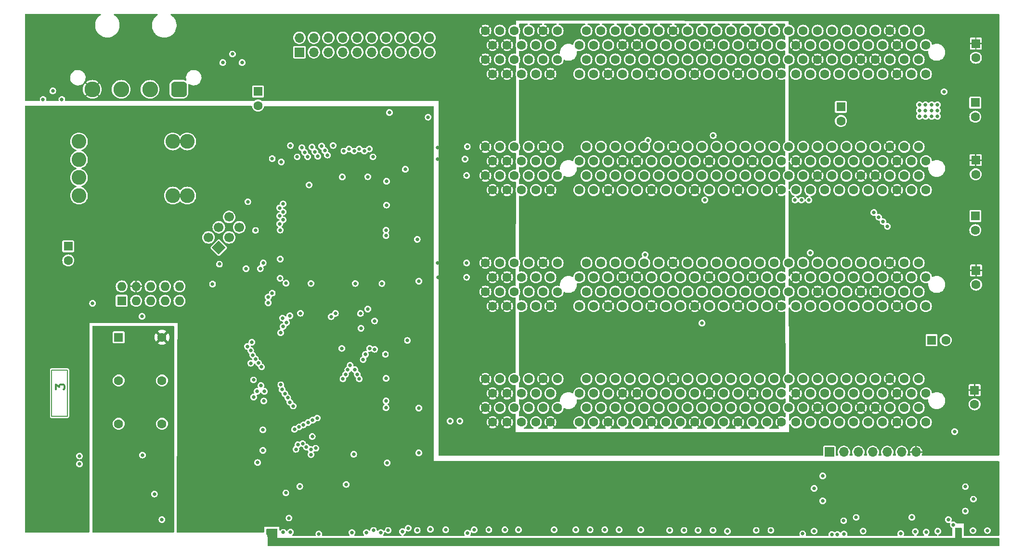
<source format=gbr>
%TF.GenerationSoftware,KiCad,Pcbnew,7.0.9*%
%TF.CreationDate,2024-02-25T17:12:21+01:00*%
%TF.ProjectId,Prometheus,50726f6d-6574-4686-9575-732e6b696361,rev?*%
%TF.SameCoordinates,Original*%
%TF.FileFunction,Copper,L3,Inr*%
%TF.FilePolarity,Positive*%
%FSLAX46Y46*%
G04 Gerber Fmt 4.6, Leading zero omitted, Abs format (unit mm)*
G04 Created by KiCad (PCBNEW 7.0.9) date 2024-02-25 17:12:21*
%MOMM*%
%LPD*%
G01*
G04 APERTURE LIST*
G04 Aperture macros list*
%AMRoundRect*
0 Rectangle with rounded corners*
0 $1 Rounding radius*
0 $2 $3 $4 $5 $6 $7 $8 $9 X,Y pos of 4 corners*
0 Add a 4 corners polygon primitive as box body*
4,1,4,$2,$3,$4,$5,$6,$7,$8,$9,$2,$3,0*
0 Add four circle primitives for the rounded corners*
1,1,$1+$1,$2,$3*
1,1,$1+$1,$4,$5*
1,1,$1+$1,$6,$7*
1,1,$1+$1,$8,$9*
0 Add four rect primitives between the rounded corners*
20,1,$1+$1,$2,$3,$4,$5,0*
20,1,$1+$1,$4,$5,$6,$7,0*
20,1,$1+$1,$6,$7,$8,$9,0*
20,1,$1+$1,$8,$9,$2,$3,0*%
%AMHorizOval*
0 Thick line with rounded ends*
0 $1 width*
0 $2 $3 position (X,Y) of the first rounded end (center of the circle)*
0 $4 $5 position (X,Y) of the second rounded end (center of the circle)*
0 Add line between two ends*
20,1,$1,$2,$3,$4,$5,0*
0 Add two circle primitives to create the rounded ends*
1,1,$1,$2,$3*
1,1,$1,$4,$5*%
%AMRotRect*
0 Rectangle, with rotation*
0 The origin of the aperture is its center*
0 $1 length*
0 $2 width*
0 $3 Rotation angle, in degrees counterclockwise*
0 Add horizontal line*
21,1,$1,$2,0,0,$3*%
G04 Aperture macros list end*
%ADD10C,0.300000*%
%TA.AperFunction,NonConductor*%
%ADD11C,0.300000*%
%TD*%
%TA.AperFunction,ComponentPad*%
%ADD12R,1.600000X1.600000*%
%TD*%
%TA.AperFunction,ComponentPad*%
%ADD13C,1.600000*%
%TD*%
%TA.AperFunction,ComponentPad*%
%ADD14R,1.700000X1.700000*%
%TD*%
%TA.AperFunction,ComponentPad*%
%ADD15O,1.700000X1.700000*%
%TD*%
%TA.AperFunction,ComponentPad*%
%ADD16C,2.600000*%
%TD*%
%TA.AperFunction,ComponentPad*%
%ADD17RotRect,1.700000X1.700000X135.000000*%
%TD*%
%TA.AperFunction,ComponentPad*%
%ADD18HorizOval,1.700000X0.000000X0.000000X0.000000X0.000000X0*%
%TD*%
%TA.AperFunction,ComponentPad*%
%ADD19RoundRect,0.695000X-0.695000X-0.695000X0.695000X-0.695000X0.695000X0.695000X-0.695000X0.695000X0*%
%TD*%
%TA.AperFunction,ComponentPad*%
%ADD20C,2.780000*%
%TD*%
%TA.AperFunction,ComponentPad*%
%ADD21O,1.600000X1.600000*%
%TD*%
%TA.AperFunction,ViaPad*%
%ADD22C,0.670000*%
%TD*%
%TA.AperFunction,ViaPad*%
%ADD23C,0.656400*%
%TD*%
%TA.AperFunction,ViaPad*%
%ADD24C,0.711200*%
%TD*%
%TA.AperFunction,Conductor*%
%ADD25C,0.152400*%
%TD*%
G04 APERTURE END LIST*
D10*
D11*
X-152994772Y5745654D02*
X-152994772Y6674226D01*
X-152994772Y6674226D02*
X-152423343Y6174226D01*
X-152423343Y6174226D02*
X-152423343Y6388511D01*
X-152423343Y6388511D02*
X-152351915Y6531368D01*
X-152351915Y6531368D02*
X-152280486Y6602797D01*
X-152280486Y6602797D02*
X-152137629Y6674226D01*
X-152137629Y6674226D02*
X-151780486Y6674226D01*
X-151780486Y6674226D02*
X-151637629Y6602797D01*
X-151637629Y6602797D02*
X-151566200Y6531368D01*
X-151566200Y6531368D02*
X-151494772Y6388511D01*
X-151494772Y6388511D02*
X-151494772Y5959940D01*
X-151494772Y5959940D02*
X-151566200Y5817083D01*
X-151566200Y5817083D02*
X-151637629Y5745654D01*
D12*
%TO.N,+5V*%
%TO.C,C303*%
X8572900Y5659400D03*
D13*
%TO.N,GNDD*%
X8572900Y3159400D03*
%TD*%
D12*
%TO.N,+12V*%
%TO.C,C308*%
X-150825200Y30998800D03*
D13*
%TO.N,GNDD*%
X-150825200Y28498800D03*
%TD*%
D12*
%TO.N,unconnected-(Q201/Q202-Tri-State-Pad1)*%
%TO.C,Q201/Q202*%
X-141964804Y14964625D03*
D13*
%TO.N,GNDD*%
X-141964804Y7344625D03*
X-141964804Y-275375D03*
%TO.N,SYSCLK_OSC*%
X-134344804Y-275375D03*
X-134344804Y7344625D03*
%TO.N,VPP*%
X-134344804Y14964625D03*
%TD*%
%TO.N,P-TRST*%
%TO.C,X303*%
X0Y61341000D03*
%TO.N,+12V*%
X-1270000Y63881000D03*
%TO.N,P-TMS*%
X-2540000Y61341000D03*
%TO.N,P-TDI*%
X-3810000Y63881000D03*
%TO.N,+5V*%
X-5080000Y61341000D03*
%TO.N,~{P-INTA}*%
X-6350000Y63881000D03*
%TO.N,~{P-INTC}*%
X-7620000Y61341000D03*
%TO.N,+5V*%
X-8890000Y63881000D03*
%TO.N,unconnected-(X303-RESERVED-PadA9)*%
X-10160000Y61341000D03*
%TO.N,+5V*%
X-11430000Y63881000D03*
%TO.N,unconnected-(X303-RESERVED-PadA11)*%
X-12700000Y61341000D03*
%TO.N,GNDD*%
X-13970000Y63881000D03*
X-15240000Y61341000D03*
%TO.N,unconnected-(X303-RESERVED-PadA14)*%
X-16510000Y63881000D03*
%TO.N,~{P-RST}*%
X-17780000Y61341000D03*
%TO.N,+5V*%
X-19050000Y63881000D03*
%TO.N,~{P-GNT3}*%
X-20320000Y61341000D03*
%TO.N,GNDD*%
X-21590000Y63881000D03*
%TO.N,unconnected-(X303-RESERVED-PadA19)*%
X-22860000Y61341000D03*
%TO.N,P-AD30*%
X-24130000Y63881000D03*
%TO.N,+3V3*%
X-25400000Y61341000D03*
%TO.N,P-AD28*%
X-26670000Y63881000D03*
%TO.N,P-AD26*%
X-27940000Y61341000D03*
%TO.N,GNDD*%
X-29210000Y63881000D03*
%TO.N,P-AD24*%
X-30480000Y61341000D03*
%TO.N,P-AD19*%
X-31750000Y63881000D03*
%TO.N,+3V3*%
X-33020000Y61341000D03*
%TO.N,P-AD22*%
X-34290000Y63881000D03*
%TO.N,P-AD20*%
X-35560000Y61341000D03*
%TO.N,GNDD*%
X-36830000Y63881000D03*
%TO.N,P-AD18*%
X-38100000Y61341000D03*
%TO.N,P-AD16*%
X-39370000Y63881000D03*
%TO.N,+3V3*%
X-40640000Y61341000D03*
%TO.N,~{P-FRAME}*%
X-41910000Y63881000D03*
%TO.N,GNDD*%
X-43180000Y61341000D03*
%TO.N,~{P-TRDY}*%
X-44450000Y63881000D03*
%TO.N,GNDD*%
X-45720000Y61341000D03*
%TO.N,~{P-STOP}*%
X-46990000Y63881000D03*
%TO.N,+3V3*%
X-48260000Y61341000D03*
%TO.N,SDONE*%
X-49530000Y63881000D03*
%TO.N,~{SBO}*%
X-50800000Y61341000D03*
%TO.N,GNDD*%
X-52070000Y63881000D03*
%TO.N,P-PAR*%
X-53340000Y61341000D03*
%TO.N,P-AD15*%
X-54610000Y63881000D03*
%TO.N,+3V3*%
X-55880000Y61341000D03*
%TO.N,P-AD13*%
X-57150000Y63881000D03*
%TO.N,P-AD11*%
X-58420000Y61341000D03*
%TO.N,GNDD*%
X-59690000Y63881000D03*
%TO.N,P-AD9*%
X-60960000Y61341000D03*
%TO.N,~{P-CBE0}*%
X-64770000Y63881000D03*
%TO.N,+3V3*%
X-66040000Y61341000D03*
%TO.N,P-AD6*%
X-67310000Y63881000D03*
%TO.N,P-AD4*%
X-68580000Y61341000D03*
%TO.N,GNDD*%
X-69850000Y63881000D03*
%TO.N,P-AD2*%
X-71120000Y61341000D03*
%TO.N,P-AD0*%
X-72390000Y63881000D03*
%TO.N,+5V*%
X-73660000Y61341000D03*
%TO.N,Net-(X303-REQ64#)*%
X-74930000Y63881000D03*
%TO.N,+5V*%
X-76200000Y61341000D03*
X-77470000Y63881000D03*
%TO.N,-12V*%
X0Y66421000D03*
%TO.N,P-TCK*%
X-1270000Y68961000D03*
%TO.N,GNDD*%
X-2540000Y66421000D03*
%TO.N,P-TD1*%
X-3810000Y68961000D03*
%TO.N,+5V*%
X-5080000Y66421000D03*
X-6350000Y68961000D03*
%TO.N,~{P-INTB}*%
X-7620000Y66421000D03*
%TO.N,~{P-INTD}*%
X-8890000Y68961000D03*
%TO.N,unconnected-(X303-PRSNT1#-PadB9)*%
X-10160000Y66421000D03*
%TO.N,unconnected-(X303-RESERVED-PadB10)*%
X-11430000Y68961000D03*
%TO.N,unconnected-(X303-PRSNT2#-PadB11)*%
X-12700000Y66421000D03*
%TO.N,GNDD*%
X-13970000Y68961000D03*
X-15240000Y66421000D03*
%TO.N,unconnected-(X303-RESERVED-PadB14)*%
X-16510000Y68961000D03*
%TO.N,GNDD*%
X-17780000Y66421000D03*
%TO.N,P-CLK3*%
X-19050000Y68961000D03*
%TO.N,GNDD*%
X-20320000Y66421000D03*
%TO.N,~{P-REQ3}*%
X-21590000Y68961000D03*
%TO.N,+5V*%
X-22860000Y66421000D03*
%TO.N,P-AD31*%
X-24130000Y68961000D03*
%TO.N,P-AD29*%
X-25400000Y66421000D03*
%TO.N,GNDD*%
X-26670000Y68961000D03*
%TO.N,P-AD27*%
X-27940000Y66421000D03*
%TO.N,P-AD25*%
X-29210000Y68961000D03*
%TO.N,+3V3*%
X-30480000Y66421000D03*
%TO.N,~{P-CBE3}*%
X-31750000Y68961000D03*
%TO.N,P-AD23*%
X-33020000Y66421000D03*
%TO.N,GNDD*%
X-34290000Y68961000D03*
%TO.N,P-AD21*%
X-35560000Y66421000D03*
%TO.N,P-AD19*%
X-36830000Y68961000D03*
%TO.N,+3V3*%
X-38100000Y66421000D03*
%TO.N,P-AD17*%
X-39370000Y68961000D03*
%TO.N,~{P-CBE2}*%
X-40640000Y66421000D03*
%TO.N,GNDD*%
X-41910000Y68961000D03*
%TO.N,~{P-IRDY}*%
X-43180000Y66421000D03*
%TO.N,+3V3*%
X-44450000Y68961000D03*
%TO.N,~{P-DEVSEL}*%
X-45720000Y66421000D03*
%TO.N,GNDD*%
X-46990000Y68961000D03*
%TO.N,~{P-LOCK}*%
X-48260000Y66421000D03*
%TO.N,~{P-PERR}*%
X-49530000Y68961000D03*
%TO.N,+3V3*%
X-50800000Y66421000D03*
%TO.N,~{P-SERR}*%
X-52070000Y68961000D03*
%TO.N,+3V3*%
X-53340000Y66421000D03*
%TO.N,~{P-CBE1}*%
X-54610000Y68961000D03*
%TO.N,P-AD14*%
X-55880000Y66421000D03*
%TO.N,GNDD*%
X-57150000Y68961000D03*
%TO.N,P-AD12*%
X-58420000Y66421000D03*
%TO.N,P-AD10*%
X-59690000Y68961000D03*
%TO.N,GNDD*%
X-60960000Y66421000D03*
%TO.N,P-AD8*%
X-64770000Y68961000D03*
%TO.N,P-AD7*%
X-66040000Y66421000D03*
%TO.N,+3V3*%
X-67310000Y68961000D03*
%TO.N,P-AD5*%
X-68580000Y66421000D03*
%TO.N,P-AD3*%
X-69850000Y68961000D03*
%TO.N,GNDD*%
X-71120000Y66421000D03*
%TO.N,P-AD1*%
X-72390000Y68961000D03*
%TO.N,+5V*%
X-73660000Y66421000D03*
%TO.N,Net-(X303-ACK64#)*%
X-74930000Y68961000D03*
%TO.N,+5V*%
X-76200000Y66421000D03*
X-77470000Y68961000D03*
%TD*%
D12*
%TO.N,+3V3*%
%TO.C,C311*%
X-117449600Y58267600D03*
D13*
%TO.N,GNDD*%
X-117449600Y55767600D03*
%TD*%
D12*
%TO.N,+5V*%
%TO.C,C305*%
X8788400Y66695200D03*
D13*
%TO.N,GNDD*%
X8788400Y64195200D03*
%TD*%
D12*
%TO.N,+5V*%
%TO.C,C307*%
X8829751Y26737558D03*
D13*
%TO.N,GNDD*%
X8829751Y24237558D03*
%TD*%
%TO.N,P-TRST*%
%TO.C,X301*%
X0Y20447000D03*
%TO.N,+12V*%
X-1270000Y22987000D03*
%TO.N,P-TMS*%
X-2540000Y20447000D03*
%TO.N,P-TD2*%
X-3810000Y22987000D03*
%TO.N,+5V*%
X-5080000Y20447000D03*
%TO.N,~{P-INTA}*%
X-6350000Y22987000D03*
%TO.N,~{P-INTC}*%
X-7620000Y20447000D03*
%TO.N,+5V*%
X-8890000Y22987000D03*
%TO.N,unconnected-(X301-RESERVED-PadA9)*%
X-10160000Y20447000D03*
%TO.N,+5V*%
X-11430000Y22987000D03*
%TO.N,unconnected-(X301-RESERVED-PadA11)*%
X-12700000Y20447000D03*
%TO.N,GNDD*%
X-13970000Y22987000D03*
X-15240000Y20447000D03*
%TO.N,unconnected-(X301-RESERVED-PadA14)*%
X-16510000Y22987000D03*
%TO.N,~{P-RST}*%
X-17780000Y20447000D03*
%TO.N,+5V*%
X-19050000Y22987000D03*
%TO.N,~{P-GNT1}*%
X-20320000Y20447000D03*
%TO.N,GNDD*%
X-21590000Y22987000D03*
%TO.N,unconnected-(X301-RESERVED-PadA19)*%
X-22860000Y20447000D03*
%TO.N,P-AD30*%
X-24130000Y22987000D03*
%TO.N,+3V3*%
X-25400000Y20447000D03*
%TO.N,P-AD28*%
X-26670000Y22987000D03*
%TO.N,P-AD26*%
X-27940000Y20447000D03*
%TO.N,GNDD*%
X-29210000Y22987000D03*
%TO.N,P-AD24*%
X-30480000Y20447000D03*
%TO.N,P-AD17*%
X-31750000Y22987000D03*
%TO.N,+3V3*%
X-33020000Y20447000D03*
%TO.N,P-AD22*%
X-34290000Y22987000D03*
%TO.N,P-AD20*%
X-35560000Y20447000D03*
%TO.N,GNDD*%
X-36830000Y22987000D03*
%TO.N,P-AD18*%
X-38100000Y20447000D03*
%TO.N,P-AD16*%
X-39370000Y22987000D03*
%TO.N,+3V3*%
X-40640000Y20447000D03*
%TO.N,~{P-FRAME}*%
X-41910000Y22987000D03*
%TO.N,GNDD*%
X-43180000Y20447000D03*
%TO.N,~{P-TRDY}*%
X-44450000Y22987000D03*
%TO.N,GNDD*%
X-45720000Y20447000D03*
%TO.N,~{P-STOP}*%
X-46990000Y22987000D03*
%TO.N,+3V3*%
X-48260000Y20447000D03*
%TO.N,SDONE*%
X-49530000Y22987000D03*
%TO.N,~{SBO}*%
X-50800000Y20447000D03*
%TO.N,GNDD*%
X-52070000Y22987000D03*
%TO.N,P-PAR*%
X-53340000Y20447000D03*
%TO.N,P-AD15*%
X-54610000Y22987000D03*
%TO.N,+3V3*%
X-55880000Y20447000D03*
%TO.N,P-AD13*%
X-57150000Y22987000D03*
%TO.N,P-AD11*%
X-58420000Y20447000D03*
%TO.N,GNDD*%
X-59690000Y22987000D03*
%TO.N,P-AD9*%
X-60960000Y20447000D03*
%TO.N,~{P-CBE0}*%
X-64770000Y22987000D03*
%TO.N,+3V3*%
X-66040000Y20447000D03*
%TO.N,P-AD6*%
X-67310000Y22987000D03*
%TO.N,P-AD4*%
X-68580000Y20447000D03*
%TO.N,GNDD*%
X-69850000Y22987000D03*
%TO.N,P-AD2*%
X-71120000Y20447000D03*
%TO.N,P-AD0*%
X-72390000Y22987000D03*
%TO.N,+5V*%
X-73660000Y20447000D03*
%TO.N,Net-(X301-REQ64#)*%
X-74930000Y22987000D03*
%TO.N,+5V*%
X-76200000Y20447000D03*
X-77470000Y22987000D03*
%TO.N,-12V*%
X0Y25527000D03*
%TO.N,P-TCK*%
X-1270000Y28067000D03*
%TO.N,GNDD*%
X-2540000Y25527000D03*
%TO.N,P-TD3*%
X-3810000Y28067000D03*
%TO.N,+5V*%
X-5080000Y25527000D03*
X-6350000Y28067000D03*
%TO.N,~{P-INTB}*%
X-7620000Y25527000D03*
%TO.N,~{P-INTD}*%
X-8890000Y28067000D03*
%TO.N,unconnected-(X301-PRSNT1#-PadB9)*%
X-10160000Y25527000D03*
%TO.N,unconnected-(X301-RESERVED-PadB10)*%
X-11430000Y28067000D03*
%TO.N,unconnected-(X301-PRSNT2#-PadB11)*%
X-12700000Y25527000D03*
%TO.N,GNDD*%
X-13970000Y28067000D03*
X-15240000Y25527000D03*
%TO.N,unconnected-(X301-RESERVED-PadB14)*%
X-16510000Y28067000D03*
%TO.N,GNDD*%
X-17780000Y25527000D03*
%TO.N,P-CLK1*%
X-19050000Y28067000D03*
%TO.N,GNDD*%
X-20320000Y25527000D03*
%TO.N,~{P-REQ1}*%
X-21590000Y28067000D03*
%TO.N,+5V*%
X-22860000Y25527000D03*
%TO.N,P-AD31*%
X-24130000Y28067000D03*
%TO.N,P-AD29*%
X-25400000Y25527000D03*
%TO.N,GNDD*%
X-26670000Y28067000D03*
%TO.N,P-AD27*%
X-27940000Y25527000D03*
%TO.N,P-AD25*%
X-29210000Y28067000D03*
%TO.N,+3V3*%
X-30480000Y25527000D03*
%TO.N,~{P-CBE3}*%
X-31750000Y28067000D03*
%TO.N,P-AD23*%
X-33020000Y25527000D03*
%TO.N,GNDD*%
X-34290000Y28067000D03*
%TO.N,P-AD21*%
X-35560000Y25527000D03*
%TO.N,P-AD19*%
X-36830000Y28067000D03*
%TO.N,+3V3*%
X-38100000Y25527000D03*
%TO.N,P-AD17*%
X-39370000Y28067000D03*
%TO.N,~{P-CBE2}*%
X-40640000Y25527000D03*
%TO.N,GNDD*%
X-41910000Y28067000D03*
%TO.N,~{P-IRDY}*%
X-43180000Y25527000D03*
%TO.N,+3V3*%
X-44450000Y28067000D03*
%TO.N,~{P-DEVSEL}*%
X-45720000Y25527000D03*
%TO.N,GNDD*%
X-46990000Y28067000D03*
%TO.N,~{P-LOCK}*%
X-48260000Y25527000D03*
%TO.N,~{P-PERR}*%
X-49530000Y28067000D03*
%TO.N,+3V3*%
X-50800000Y25527000D03*
%TO.N,~{P-SERR}*%
X-52070000Y28067000D03*
%TO.N,+3V3*%
X-53340000Y25527000D03*
%TO.N,~{P-CBE1}*%
X-54610000Y28067000D03*
%TO.N,P-AD14*%
X-55880000Y25527000D03*
%TO.N,GNDD*%
X-57150000Y28067000D03*
%TO.N,P-AD12*%
X-58420000Y25527000D03*
%TO.N,P-AD10*%
X-59690000Y28067000D03*
%TO.N,GNDD*%
X-60960000Y25527000D03*
%TO.N,P-AD8*%
X-64770000Y28067000D03*
%TO.N,P-AD7*%
X-66040000Y25527000D03*
%TO.N,+3V3*%
X-67310000Y28067000D03*
%TO.N,P-AD5*%
X-68580000Y25527000D03*
%TO.N,P-AD3*%
X-69850000Y28067000D03*
%TO.N,GNDD*%
X-71120000Y25527000D03*
%TO.N,P-AD1*%
X-72390000Y28067000D03*
%TO.N,+5V*%
X-73660000Y25527000D03*
%TO.N,Net-(X301-ACK64#)*%
X-74930000Y28067000D03*
%TO.N,+5V*%
X-76200000Y25527000D03*
X-77470000Y28067000D03*
%TD*%
D12*
%TO.N,+5V*%
%TO.C,C300*%
X8761278Y46171022D03*
D13*
%TO.N,GNDD*%
X8761278Y43671022D03*
%TD*%
D14*
%TO.N,GNDD*%
%TO.C,SV2*%
X-110185200Y65176400D03*
D15*
X-110185200Y67716400D03*
%TO.N,DEBUG15*%
X-107645200Y65176400D03*
%TO.N,DEBUG14*%
X-107645200Y67716400D03*
%TO.N,DEBUG13*%
X-105105200Y65176400D03*
%TO.N,DEBUG12*%
X-105105200Y67716400D03*
%TO.N,DEBUG11*%
X-102565200Y65176400D03*
%TO.N,DEBUG10*%
X-102565200Y67716400D03*
%TO.N,DEBUG9*%
X-100025200Y65176400D03*
%TO.N,DEBUG8*%
X-100025200Y67716400D03*
%TO.N,DEBUG7*%
X-97485200Y65176400D03*
%TO.N,DEBUG6*%
X-97485200Y67716400D03*
%TO.N,DEBUG5*%
X-94945200Y65176400D03*
%TO.N,DEBUG4*%
X-94945200Y67716400D03*
%TO.N,DEBUG3*%
X-92405200Y65176400D03*
%TO.N,DEBUG2*%
X-92405200Y67716400D03*
%TO.N,DEBUG1*%
X-89865200Y65176400D03*
%TO.N,DEBUG0*%
X-89865200Y67716400D03*
%TO.N,GNDD*%
X-87325200Y65176400D03*
X-87325200Y67716400D03*
%TD*%
D13*
%TO.N,P-TRST*%
%TO.C,X300*%
X0Y0D03*
%TO.N,+12V*%
X-1270000Y2540000D03*
%TO.N,P-TMS*%
X-2540000Y0D03*
%TO.N,P-TD3*%
X-3810000Y2540000D03*
%TO.N,+5V*%
X-5080000Y0D03*
%TO.N,~{P-INTA}*%
X-6350000Y2540000D03*
%TO.N,~{P-INTC}*%
X-7620000Y0D03*
%TO.N,+5V*%
X-8890000Y2540000D03*
%TO.N,unconnected-(X300-RESERVED-PadA9)*%
X-10160000Y0D03*
%TO.N,+5V*%
X-11430000Y2540000D03*
%TO.N,unconnected-(X300-RESERVED-PadA11)*%
X-12700000Y0D03*
%TO.N,GNDD*%
X-13970000Y2540000D03*
X-15240000Y0D03*
%TO.N,unconnected-(X300-RESERVED-PadA14)*%
X-16510000Y2540000D03*
%TO.N,~{P-RST}*%
X-17780000Y0D03*
%TO.N,+5V*%
X-19050000Y2540000D03*
%TO.N,~{P-GNT0}*%
X-20320000Y0D03*
%TO.N,GNDD*%
X-21590000Y2540000D03*
%TO.N,unconnected-(X300-RESERVED-PadA19)*%
X-22860000Y0D03*
%TO.N,P-AD30*%
X-24130000Y2540000D03*
%TO.N,+3V3*%
X-25400000Y0D03*
%TO.N,P-AD28*%
X-26670000Y2540000D03*
%TO.N,P-AD26*%
X-27940000Y0D03*
%TO.N,GNDD*%
X-29210000Y2540000D03*
%TO.N,P-AD24*%
X-30480000Y0D03*
%TO.N,P-AD16*%
X-31750000Y2540000D03*
%TO.N,+3V3*%
X-33020000Y0D03*
%TO.N,P-AD22*%
X-34290000Y2540000D03*
%TO.N,P-AD20*%
X-35560000Y0D03*
%TO.N,GNDD*%
X-36830000Y2540000D03*
%TO.N,P-AD18*%
X-38100000Y0D03*
%TO.N,P-AD16*%
X-39370000Y2540000D03*
%TO.N,+3V3*%
X-40640000Y0D03*
%TO.N,~{P-FRAME}*%
X-41910000Y2540000D03*
%TO.N,GNDD*%
X-43180000Y0D03*
%TO.N,~{P-TRDY}*%
X-44450000Y2540000D03*
%TO.N,GNDD*%
X-45720000Y0D03*
%TO.N,~{P-STOP}*%
X-46990000Y2540000D03*
%TO.N,+3V3*%
X-48260000Y0D03*
%TO.N,SDONE*%
X-49530000Y2540000D03*
%TO.N,~{SBO}*%
X-50800000Y0D03*
%TO.N,GNDD*%
X-52070000Y2540000D03*
%TO.N,P-PAR*%
X-53340000Y0D03*
%TO.N,P-AD15*%
X-54610000Y2540000D03*
%TO.N,+3V3*%
X-55880000Y0D03*
%TO.N,P-AD13*%
X-57150000Y2540000D03*
%TO.N,P-AD11*%
X-58420000Y0D03*
%TO.N,GNDD*%
X-59690000Y2540000D03*
%TO.N,P-AD9*%
X-60960000Y0D03*
%TO.N,~{P-CBE0}*%
X-64770000Y2540000D03*
%TO.N,+3V3*%
X-66040000Y0D03*
%TO.N,P-AD6*%
X-67310000Y2540000D03*
%TO.N,P-AD4*%
X-68580000Y0D03*
%TO.N,GNDD*%
X-69850000Y2540000D03*
%TO.N,P-AD2*%
X-71120000Y0D03*
%TO.N,P-AD0*%
X-72390000Y2540000D03*
%TO.N,+5V*%
X-73660000Y0D03*
%TO.N,Net-(X300-REQ64#)*%
X-74930000Y2540000D03*
%TO.N,+5V*%
X-76200000Y0D03*
X-77470000Y2540000D03*
%TO.N,-12V*%
X0Y5080000D03*
%TO.N,P-TCK*%
X-1270000Y7620000D03*
%TO.N,GNDD*%
X-2540000Y5080000D03*
%TO.N,P-TDO*%
X-3810000Y7620000D03*
%TO.N,+5V*%
X-5080000Y5080000D03*
X-6350000Y7620000D03*
%TO.N,~{P-INTB}*%
X-7620000Y5080000D03*
%TO.N,~{P-INTD}*%
X-8890000Y7620000D03*
%TO.N,unconnected-(X300-PRSNT1#-PadB9)*%
X-10160000Y5080000D03*
%TO.N,unconnected-(X300-RESERVED-PadB10)*%
X-11430000Y7620000D03*
%TO.N,unconnected-(X300-PRSNT2#-PadB11)*%
X-12700000Y5080000D03*
%TO.N,GNDD*%
X-13970000Y7620000D03*
X-15240000Y5080000D03*
%TO.N,unconnected-(X300-RESERVED-PadB14)*%
X-16510000Y7620000D03*
%TO.N,GNDD*%
X-17780000Y5080000D03*
%TO.N,P-CLK0*%
X-19050000Y7620000D03*
%TO.N,GNDD*%
X-20320000Y5080000D03*
%TO.N,~{P-REQ0}*%
X-21590000Y7620000D03*
%TO.N,+5V*%
X-22860000Y5080000D03*
%TO.N,P-AD31*%
X-24130000Y7620000D03*
%TO.N,P-AD29*%
X-25400000Y5080000D03*
%TO.N,GNDD*%
X-26670000Y7620000D03*
%TO.N,P-AD27*%
X-27940000Y5080000D03*
%TO.N,P-AD25*%
X-29210000Y7620000D03*
%TO.N,+3V3*%
X-30480000Y5080000D03*
%TO.N,~{P-CBE3}*%
X-31750000Y7620000D03*
%TO.N,P-AD23*%
X-33020000Y5080000D03*
%TO.N,GNDD*%
X-34290000Y7620000D03*
%TO.N,P-AD21*%
X-35560000Y5080000D03*
%TO.N,P-AD19*%
X-36830000Y7620000D03*
%TO.N,+3V3*%
X-38100000Y5080000D03*
%TO.N,P-AD17*%
X-39370000Y7620000D03*
%TO.N,~{P-CBE2}*%
X-40640000Y5080000D03*
%TO.N,GNDD*%
X-41910000Y7620000D03*
%TO.N,~{P-IRDY}*%
X-43180000Y5080000D03*
%TO.N,+3V3*%
X-44450000Y7620000D03*
%TO.N,~{P-DEVSEL}*%
X-45720000Y5080000D03*
%TO.N,GNDD*%
X-46990000Y7620000D03*
%TO.N,~{P-LOCK}*%
X-48260000Y5080000D03*
%TO.N,~{P-PERR}*%
X-49530000Y7620000D03*
%TO.N,+3V3*%
X-50800000Y5080000D03*
%TO.N,~{P-SERR}*%
X-52070000Y7620000D03*
%TO.N,+3V3*%
X-53340000Y5080000D03*
%TO.N,~{P-CBE1}*%
X-54610000Y7620000D03*
%TO.N,P-AD14*%
X-55880000Y5080000D03*
%TO.N,GNDD*%
X-57150000Y7620000D03*
%TO.N,P-AD12*%
X-58420000Y5080000D03*
%TO.N,P-AD10*%
X-59690000Y7620000D03*
%TO.N,GNDD*%
X-60960000Y5080000D03*
%TO.N,P-AD8*%
X-64770000Y7620000D03*
%TO.N,P-AD7*%
X-66040000Y5080000D03*
%TO.N,+3V3*%
X-67310000Y7620000D03*
%TO.N,P-AD5*%
X-68580000Y5080000D03*
%TO.N,P-AD3*%
X-69850000Y7620000D03*
%TO.N,GNDD*%
X-71120000Y5080000D03*
%TO.N,P-AD1*%
X-72390000Y7620000D03*
%TO.N,+5V*%
X-73660000Y5080000D03*
%TO.N,Net-(X300-ACK64#)*%
X-74930000Y7620000D03*
%TO.N,+5V*%
X-76200000Y5080000D03*
X-77470000Y7620000D03*
%TD*%
D16*
%TO.N,GNDD*%
%TO.C,VR300*%
X-148939500Y49446500D03*
%TO.N,+12V*%
X-148939500Y46271500D03*
X-148939500Y43096500D03*
%TO.N,unconnected-(VR300-~{INHIBIT}-Pad4)*%
X-148939500Y39921500D03*
%TO.N,Net-(VR300-VADJ)*%
X-132429500Y39921500D03*
X-129889500Y39921500D03*
%TO.N,+3V3*%
X-132429500Y49446500D03*
X-129889500Y49446500D03*
%TD*%
D12*
%TO.N,+12V*%
%TO.C,C302*%
X8699502Y36332800D03*
D13*
%TO.N,GNDD*%
X8699502Y33832800D03*
%TD*%
D12*
%TO.N,GNDD*%
%TO.C,C304*%
X1002021Y14451931D03*
D13*
%TO.N,-12V*%
X3502021Y14451931D03*
%TD*%
D17*
%TO.N,OPT2*%
%TO.C,SV3*%
X-124350692Y30755785D03*
D18*
%TO.N,GNDD*%
X-126146743Y32551836D03*
%TO.N,OPT1*%
X-122554641Y32551836D03*
%TO.N,GNDD*%
X-124350692Y34347887D03*
%TO.N,OPT0*%
X-120758590Y34347887D03*
%TO.N,GNDD*%
X-122554641Y36143939D03*
%TD*%
D19*
%TO.N,+12V*%
%TO.C,CON300*%
X-131371986Y58644321D03*
D20*
%TO.N,GNDD*%
X-136451986Y58644321D03*
X-141520886Y58640221D03*
%TO.N,+5V*%
X-146601086Y58640221D03*
%TD*%
D12*
%TO.N,+12V*%
%TO.C,C306*%
X-14941691Y55562759D03*
D13*
%TO.N,GNDD*%
X-14941691Y53062759D03*
%TD*%
D12*
%TO.N,+12V*%
%TO.C,C301*%
X8686800Y56297200D03*
D13*
%TO.N,GNDD*%
X8686800Y53797200D03*
%TD*%
D12*
%TO.N,TCK*%
%TO.C,CON200*%
X-141427200Y21386800D03*
D21*
%TO.N,GNDD*%
X-141427200Y23926800D03*
%TO.N,TDO*%
X-138887200Y21386800D03*
%TO.N,VDD*%
X-138887200Y23926800D03*
%TO.N,TMS*%
X-136347200Y21386800D03*
%TO.N,VCC*%
X-136347200Y23926800D03*
%TO.N,unconnected-(CON200-Pin_7-Pad7)*%
X-133807200Y21386800D03*
%TO.N,VCC*%
X-133807200Y23926800D03*
%TO.N,TDI*%
X-131267200Y21386800D03*
%TO.N,GNDD*%
X-131267200Y23926800D03*
%TD*%
D13*
%TO.N,P-TRST*%
%TO.C,X302*%
X0Y40895000D03*
%TO.N,+12V*%
X-1270000Y43435000D03*
%TO.N,P-TMS*%
X-2540000Y40895000D03*
%TO.N,P-TD1*%
X-3810000Y43435000D03*
%TO.N,+5V*%
X-5080000Y40895000D03*
%TO.N,~{P-INTA}*%
X-6350000Y43435000D03*
%TO.N,~{P-INTC}*%
X-7620000Y40895000D03*
%TO.N,+5V*%
X-8890000Y43435000D03*
%TO.N,unconnected-(X302-RESERVED-PadA9)*%
X-10160000Y40895000D03*
%TO.N,+5V*%
X-11430000Y43435000D03*
%TO.N,unconnected-(X302-RESERVED-PadA11)*%
X-12700000Y40895000D03*
%TO.N,GNDD*%
X-13970000Y43435000D03*
X-15240000Y40895000D03*
%TO.N,unconnected-(X302-RESERVED-PadA14)*%
X-16510000Y43435000D03*
%TO.N,~{P-RST}*%
X-17780000Y40895000D03*
%TO.N,+5V*%
X-19050000Y43435000D03*
%TO.N,~{P-GNT2}*%
X-20320000Y40895000D03*
%TO.N,GNDD*%
X-21590000Y43435000D03*
%TO.N,unconnected-(X302-RESERVED-PadA19)*%
X-22860000Y40895000D03*
%TO.N,P-AD30*%
X-24130000Y43435000D03*
%TO.N,+3V3*%
X-25400000Y40895000D03*
%TO.N,P-AD28*%
X-26670000Y43435000D03*
%TO.N,P-AD26*%
X-27940000Y40895000D03*
%TO.N,GNDD*%
X-29210000Y43435000D03*
%TO.N,P-AD24*%
X-30480000Y40895000D03*
%TO.N,P-AD18*%
X-31750000Y43435000D03*
%TO.N,+3V3*%
X-33020000Y40895000D03*
%TO.N,P-AD22*%
X-34290000Y43435000D03*
%TO.N,P-AD20*%
X-35560000Y40895000D03*
%TO.N,GNDD*%
X-36830000Y43435000D03*
%TO.N,P-AD18*%
X-38100000Y40895000D03*
%TO.N,P-AD16*%
X-39370000Y43435000D03*
%TO.N,+3V3*%
X-40640000Y40895000D03*
%TO.N,~{P-FRAME}*%
X-41910000Y43435000D03*
%TO.N,GNDD*%
X-43180000Y40895000D03*
%TO.N,~{P-TRDY}*%
X-44450000Y43435000D03*
%TO.N,GNDD*%
X-45720000Y40895000D03*
%TO.N,~{P-STOP}*%
X-46990000Y43435000D03*
%TO.N,+3V3*%
X-48260000Y40895000D03*
%TO.N,SDONE*%
X-49530000Y43435000D03*
%TO.N,~{SBO}*%
X-50800000Y40895000D03*
%TO.N,GNDD*%
X-52070000Y43435000D03*
%TO.N,P-PAR*%
X-53340000Y40895000D03*
%TO.N,P-AD15*%
X-54610000Y43435000D03*
%TO.N,+3V3*%
X-55880000Y40895000D03*
%TO.N,P-AD13*%
X-57150000Y43435000D03*
%TO.N,P-AD11*%
X-58420000Y40895000D03*
%TO.N,GNDD*%
X-59690000Y43435000D03*
%TO.N,P-AD9*%
X-60960000Y40895000D03*
%TO.N,~{P-CBE0}*%
X-64770000Y43435000D03*
%TO.N,+3V3*%
X-66040000Y40895000D03*
%TO.N,P-AD6*%
X-67310000Y43435000D03*
%TO.N,P-AD4*%
X-68580000Y40895000D03*
%TO.N,GNDD*%
X-69850000Y43435000D03*
%TO.N,P-AD2*%
X-71120000Y40895000D03*
%TO.N,P-AD0*%
X-72390000Y43435000D03*
%TO.N,+5V*%
X-73660000Y40895000D03*
%TO.N,Net-(X302-REQ64#)*%
X-74930000Y43435000D03*
%TO.N,+5V*%
X-76200000Y40895000D03*
X-77470000Y43435000D03*
%TO.N,-12V*%
X0Y45975000D03*
%TO.N,P-TCK*%
X-1270000Y48515000D03*
%TO.N,GNDD*%
X-2540000Y45975000D03*
%TO.N,P-TD2*%
X-3810000Y48515000D03*
%TO.N,+5V*%
X-5080000Y45975000D03*
X-6350000Y48515000D03*
%TO.N,~{P-INTB}*%
X-7620000Y45975000D03*
%TO.N,~{P-INTD}*%
X-8890000Y48515000D03*
%TO.N,unconnected-(X302-PRSNT1#-PadB9)*%
X-10160000Y45975000D03*
%TO.N,unconnected-(X302-RESERVED-PadB10)*%
X-11430000Y48515000D03*
%TO.N,unconnected-(X302-PRSNT2#-PadB11)*%
X-12700000Y45975000D03*
%TO.N,GNDD*%
X-13970000Y48515000D03*
X-15240000Y45975000D03*
%TO.N,unconnected-(X302-RESERVED-PadB14)*%
X-16510000Y48515000D03*
%TO.N,GNDD*%
X-17780000Y45975000D03*
%TO.N,P-CLK2*%
X-19050000Y48515000D03*
%TO.N,GNDD*%
X-20320000Y45975000D03*
%TO.N,~{P-REQ2}*%
X-21590000Y48515000D03*
%TO.N,+5V*%
X-22860000Y45975000D03*
%TO.N,P-AD31*%
X-24130000Y48515000D03*
%TO.N,P-AD29*%
X-25400000Y45975000D03*
%TO.N,GNDD*%
X-26670000Y48515000D03*
%TO.N,P-AD27*%
X-27940000Y45975000D03*
%TO.N,P-AD25*%
X-29210000Y48515000D03*
%TO.N,+3V3*%
X-30480000Y45975000D03*
%TO.N,~{P-CBE3}*%
X-31750000Y48515000D03*
%TO.N,P-AD23*%
X-33020000Y45975000D03*
%TO.N,GNDD*%
X-34290000Y48515000D03*
%TO.N,P-AD21*%
X-35560000Y45975000D03*
%TO.N,P-AD19*%
X-36830000Y48515000D03*
%TO.N,+3V3*%
X-38100000Y45975000D03*
%TO.N,P-AD17*%
X-39370000Y48515000D03*
%TO.N,~{P-CBE2}*%
X-40640000Y45975000D03*
%TO.N,GNDD*%
X-41910000Y48515000D03*
%TO.N,~{P-IRDY}*%
X-43180000Y45975000D03*
%TO.N,+3V3*%
X-44450000Y48515000D03*
%TO.N,~{P-DEVSEL}*%
X-45720000Y45975000D03*
%TO.N,GNDD*%
X-46990000Y48515000D03*
%TO.N,~{P-LOCK}*%
X-48260000Y45975000D03*
%TO.N,~{P-PERR}*%
X-49530000Y48515000D03*
%TO.N,+3V3*%
X-50800000Y45975000D03*
%TO.N,~{P-SERR}*%
X-52070000Y48515000D03*
%TO.N,+3V3*%
X-53340000Y45975000D03*
%TO.N,~{P-CBE1}*%
X-54610000Y48515000D03*
%TO.N,P-AD14*%
X-55880000Y45975000D03*
%TO.N,GNDD*%
X-57150000Y48515000D03*
%TO.N,P-AD12*%
X-58420000Y45975000D03*
%TO.N,P-AD10*%
X-59690000Y48515000D03*
%TO.N,GNDD*%
X-60960000Y45975000D03*
%TO.N,P-AD8*%
X-64770000Y48515000D03*
%TO.N,P-AD7*%
X-66040000Y45975000D03*
%TO.N,+3V3*%
X-67310000Y48515000D03*
%TO.N,P-AD5*%
X-68580000Y45975000D03*
%TO.N,P-AD3*%
X-69850000Y48515000D03*
%TO.N,GNDD*%
X-71120000Y45975000D03*
%TO.N,P-AD1*%
X-72390000Y48515000D03*
%TO.N,+5V*%
X-73660000Y45975000D03*
%TO.N,Net-(X302-ACK64#)*%
X-74930000Y48515000D03*
%TO.N,+5V*%
X-76200000Y45975000D03*
X-77470000Y48515000D03*
%TD*%
D14*
%TO.N,GNDD*%
%TO.C,SV1*%
X-16967200Y-5257124D03*
D15*
%TO.N,P-TDI*%
X-14427200Y-5257124D03*
%TO.N,P-TDO*%
X-11887200Y-5257124D03*
%TO.N,P-TCK*%
X-9347200Y-5257124D03*
%TO.N,P-TMS*%
X-6807200Y-5257124D03*
%TO.N,P-TRST*%
X-4267200Y-5257124D03*
%TO.N,+5V*%
X-1727200Y-5257124D03*
%TD*%
D22*
%TO.N,+12V*%
X2032000Y54899000D03*
X2032000Y55930800D03*
X1016000Y54899000D03*
X-63000Y55915000D03*
X-1143000Y54899000D03*
X-1143000Y55915000D03*
X1016000Y55915000D03*
X-1143000Y53883000D03*
X1016000Y53883000D03*
X-63000Y54899000D03*
X2032000Y53883000D03*
X-63000Y53883000D03*
%TO.N,+5V*%
X-57302400Y-4622800D03*
X-85902804Y48361600D03*
X-36423600Y-4572000D03*
X-82499200Y-4927600D03*
X-85851992Y28041600D03*
X-84480400Y68580000D03*
X-84429600Y41960804D03*
X-85902800Y46380400D03*
X-12014200Y57937400D03*
X-84624804Y-4919602D03*
X-85801196Y25501600D03*
X-84531200Y62128398D03*
%TO.N,-12V*%
X-11053000Y-19154000D03*
X5047000Y-1654000D03*
%TO.N,DEBUG5*%
X-102353000Y47746000D03*
%TO.N,DEBUG4*%
X-101453000Y48146000D03*
%TO.N,DEBUG3*%
X-100553000Y47746000D03*
%TO.N,DEBUG2*%
X-99653000Y48146000D03*
%TO.N,DEBUG1*%
X-98753000Y47746000D03*
%TO.N,DEBUG0*%
X-97853000Y48146000D03*
%TO.N,DEBUG6*%
X-105253000Y47046000D03*
%TO.N,DEBUG7*%
X-105719400Y47849009D03*
%TO.N,DEBUG8*%
X-106264200Y48646000D03*
%TO.N,DEBUG9*%
X-106941800Y46846000D03*
%TO.N,DEBUG10*%
X-107449665Y47646540D03*
%TO.N,DEBUG11*%
X-107964200Y48446000D03*
%TO.N,DEBUG12*%
X-108727615Y46769527D03*
%TO.N,DEBUG13*%
X-109264200Y47546000D03*
%TO.N,DEBUG14*%
X-109764200Y48346000D03*
%TO.N,DEBUG15*%
X-110553000Y46746000D03*
%TO.N,VCC*%
X3947000Y-17154000D03*
D23*
X-148853000Y-5954000D03*
X-148853000Y-7354000D03*
D22*
X4847000Y-18054000D03*
X-114553000Y-19254000D03*
X5747000Y-18954000D03*
%TO.N,~{SLAVEN}*%
X-96953000Y17846000D03*
X47000Y-19354000D03*
X-96935246Y12842632D03*
%TO.N,~{CFGOUT}*%
X-1853000Y-19254000D03*
X-99353000Y16546000D03*
X-99641800Y7646000D03*
%TO.N,~{INT2}*%
X-12253000Y-16754000D03*
%TO.N,~{INT6}*%
X-14453000Y-17354000D03*
X-14392516Y-19693516D03*
%TO.N,SA5*%
X-100023600Y8446000D03*
X-15553000Y-19754000D03*
X-113053000Y38446000D03*
%TO.N,SA6*%
X-16553000Y-19754000D03*
X-113653000Y37746000D03*
X-100430000Y9246000D03*
%TO.N,SA4*%
X-101253000Y10046000D03*
X-113053000Y37046000D03*
%TO.N,SA3*%
X-113653000Y36346000D03*
X-101664200Y9246000D03*
%TO.N,SA7*%
X-113653000Y34946000D03*
X-102516000Y7646000D03*
%TO.N,SA2*%
X-102064200Y8446000D03*
X-113053000Y35646000D03*
X-21653000Y-19654000D03*
%TO.N,FC0*%
X-27253000Y-19054000D03*
%TO.N,FC1*%
X-29853000Y-19054000D03*
%TO.N,AD13*%
X-37453000Y-19054000D03*
%TO.N,AD14*%
X-40053000Y-19054000D03*
%TO.N,AD15*%
X-42553000Y-19054000D03*
%TO.N,AD16*%
X-45053000Y-19054000D03*
%TO.N,AD17*%
X-107053000Y746000D03*
%TO.N,~{DS0}*%
X-107853000Y357200D03*
%TO.N,AD18*%
X-53953000Y-18954000D03*
X-108653000Y-49200D03*
%TO.N,AD19*%
X-56453000Y-18954000D03*
X-109453000Y-454000D03*
%TO.N,AD20*%
X-110253000Y-854000D03*
X-59053000Y-18954000D03*
%TO.N,AD22*%
X-111053000Y-1242800D03*
%TO.N,AD21*%
X-61553000Y-18954000D03*
X-107920816Y-2521816D03*
%TO.N,AD23*%
X-107299127Y-4581527D03*
%TO.N,AD31*%
X-108142828Y-4819660D03*
%TO.N,AD30*%
X-108953000Y-4354000D03*
%TO.N,~{DTACK}*%
X-109612828Y-3756055D03*
X-71653000Y-18954000D03*
%TO.N,AD29*%
X-110457802Y-3963234D03*
%TO.N,READ*%
X-74053000Y-18954000D03*
X-110789369Y-4767577D03*
%TO.N,AD28*%
X-111284649Y2862233D03*
%TO.N,~{DS2}*%
X-111843495Y3529013D03*
X-76853000Y-18954000D03*
%TO.N,AD27*%
X-112231210Y4307847D03*
%TO.N,~{DS3}*%
X-79453000Y-18954000D03*
X-112735391Y5016865D03*
%TO.N,SD0*%
X-113232019Y5758345D03*
%TO.N,AD26*%
X-113436400Y6604000D03*
X-84453000Y-18954000D03*
%TO.N,SD1*%
X-116341800Y5446000D03*
%TO.N,AD25*%
X-87153000Y-18854000D03*
X-116953000Y6446000D03*
%TO.N,SD2*%
X-117603600Y5446000D03*
%TO.N,AD24*%
X-89453000Y-19054000D03*
X-118214800Y4446000D03*
D23*
%TO.N,SD3*%
X-112553000Y-12454000D03*
D22*
X-91053000Y-18654000D03*
X-118253000Y7446000D03*
%TO.N,SD7*%
X-116819695Y9728028D03*
X-92053000Y-19254000D03*
%TO.N,SD4*%
X-117353909Y10414701D03*
%TO.N,SD6*%
X-117906800Y11125200D03*
X-94553000Y-19054000D03*
%TO.N,SD5*%
X-97153000Y-19054000D03*
X-118414800Y11836400D03*
%TO.N,SENSEZ3*%
X-118753000Y12646000D03*
%TO.N,DOE*%
X-119341800Y13357516D03*
%TO.N,~{IORST}*%
X-106753000Y-19665200D03*
X-113053000Y16846000D03*
D23*
%TO.N,~{FCS}*%
X-112014000Y-16865600D03*
D22*
X-112522000Y24485600D03*
X-125453000Y24346000D03*
%TO.N,~{DS1}*%
X-111753000Y-19354800D03*
X-112453000Y17546000D03*
%TO.N,MASTERCLK*%
X-117053000Y27046000D03*
X-119553000Y27046000D03*
%TO.N,TDI*%
X-115653000Y21046000D03*
%TO.N,TMS*%
X-115653000Y22046000D03*
X-98953000Y11046000D03*
X-99441800Y19146000D03*
%TO.N,TCK*%
X-114953000Y22746000D03*
X-98153000Y19946000D03*
X-98553000Y11946000D03*
%TO.N,SYSCLK*%
X-116553000Y28046000D03*
X-124253000Y27846000D03*
%TO.N,~{P-GNT0}*%
X-20353000Y29846000D03*
%TO.N,~{P-INTC}*%
X-6753000Y34493200D03*
%TO.N,~{P-INTD}*%
X-7518400Y35306000D03*
%TO.N,~{P-INTA}*%
X-8280400Y36118800D03*
%TO.N,~{P-INTB}*%
X-9144000Y36931598D03*
%TO.N,P-CLK3*%
X-20575513Y39117509D03*
%TO.N,~{P-GNT3}*%
X-21894800Y39116000D03*
%TO.N,~{P-REQ3}*%
X-23012400Y39116000D03*
%TO.N,TDO*%
X-117906800Y33782000D03*
X-108458000Y41808400D03*
%TO.N,+3V3*%
X-63295200Y58877200D03*
X-64566800Y54877200D03*
X-67106800Y56877200D03*
X-67106800Y55877200D03*
X-65835200Y55877200D03*
X-65835200Y57877200D03*
X-68376800Y55877200D03*
X-70916800Y56877200D03*
X-68376800Y54877200D03*
X-63295200Y55877200D03*
X-70916800Y57877200D03*
X-63295200Y56877200D03*
X-62025200Y56877200D03*
X-62025200Y54877200D03*
X-65835200Y54877200D03*
X-69646800Y54877200D03*
X-67106800Y54877200D03*
X-67106800Y58877200D03*
X-62025200Y58877200D03*
X-65835200Y56877200D03*
X-63295200Y57877200D03*
X-69646800Y56877200D03*
X-64566800Y56877200D03*
X-69646800Y55877200D03*
X-68376800Y57877200D03*
X-97253000Y46746000D03*
X-65835200Y58877200D03*
X-64566800Y55877200D03*
X-67106800Y57877200D03*
X-68376800Y58877200D03*
X-70916800Y55877200D03*
X-69646800Y57877200D03*
X-68376800Y56877200D03*
X-64566800Y57877200D03*
X-70916800Y58877200D03*
X-63295200Y54877200D03*
X-70916800Y54877200D03*
X-62025200Y57877200D03*
X-64566800Y58877200D03*
X-62025200Y55877200D03*
X-94353000Y54546000D03*
X-69646800Y58877200D03*
%TO.N,GNDD*%
X-153553000Y58346000D03*
X-109981462Y19197391D03*
X-97840806Y13004800D03*
X-103853000Y19146000D03*
X-50140000Y-18942000D03*
X2082800Y-19202400D03*
X-108153200Y-5689600D03*
X-120253000Y63346000D03*
X-95653000Y24446000D03*
X-117528000Y-7104000D03*
X-116587600Y-1354000D03*
X-87528400Y53746402D03*
X-102633700Y43197704D03*
X-111753000Y48746000D03*
X-81053000Y46346000D03*
X-18153000Y-9454000D03*
X-151953000Y56846000D03*
X-91178000Y14396000D03*
X-94953000Y3746000D03*
X-18153000Y-13854000D03*
X-113153000Y18346000D03*
X-111853000Y18746000D03*
X-116587600Y-4954000D03*
X-108153000Y24446000D03*
X-94953000Y32846000D03*
X6947000Y-15654000D03*
X-19660000Y-19169000D03*
X-116453000Y3721000D03*
X-104603000Y18596000D03*
X-89178000Y-5404000D03*
X-89178000Y2496000D03*
X-123653000Y63346000D03*
X10820000Y-19069000D03*
X-95860000Y-19415000D03*
X-114953000Y46446000D03*
X-113353000Y45846000D03*
X-113005000Y-19396000D03*
X-118728000Y10396000D03*
X-110112966Y-11313966D03*
X-113478000Y15746000D03*
X-80620000Y-19534000D03*
X-113553000Y28746000D03*
X-100940000Y-19415000D03*
X-94945200Y7721602D03*
X-146553000Y20946000D03*
X-94953000Y33846000D03*
X-137778800Y-5791202D03*
X-94853000Y38246000D03*
X-2453000Y-16754000D03*
X-91553000Y44546000D03*
X-119253000Y38846000D03*
X-4420000Y-19623000D03*
X-113588800Y25349200D03*
X-34899600Y-19202400D03*
X8280000Y-19069000D03*
X-137853000Y18646000D03*
X6947000Y-11354000D03*
X-100628000Y-5654000D03*
X-134353000Y-17143400D03*
X-101953000Y-10954000D03*
X-100353000Y24446000D03*
X-19653000Y-11654000D03*
X-98400000Y-19415000D03*
X-135686800Y-12649200D03*
X-89153000Y24846000D03*
X-95053000Y11971000D03*
X-102717586Y13004800D03*
X-121953000Y64846000D03*
X-94953000Y2546000D03*
X-155253000Y56846000D03*
X-98153000Y43246000D03*
X-94728000Y-7154000D03*
X3200402Y58216800D03*
X-104253000Y48746000D03*
X-89458800Y32207200D03*
X-118528000Y14096000D03*
X8347000Y-13554000D03*
X-113553000Y33846000D03*
X-94853000Y42446000D03*
X-65380000Y-18942000D03*
D24*
%TO.N,P-AD17*%
X-37398042Y50484755D03*
D22*
X-39369000Y17463000D03*
X-38861000Y39153000D03*
%TO.N,Net-(X300-REQ64#)*%
X-81940400Y203202D03*
%TO.N,Net-(X301-REQ64#)*%
X-80753000Y25546000D03*
%TO.N,Net-(X302-REQ64#)*%
X-80753000Y43446000D03*
%TO.N,Net-(X302-ACK64#)*%
X-80653000Y48546000D03*
%TO.N,Net-(X300-ACK64#)*%
X-83681699Y217301D03*
%TO.N,Net-(X301-ACK64#)*%
X-80753000Y28046000D03*
%TO.N,VDD*%
X-12453000Y-14654000D03*
X-94853000Y521000D03*
X-12453000Y-9954000D03*
X-13753000Y-8654000D03*
X-128753000Y28146000D03*
X-13753000Y-13354000D03*
X-111653000Y43146000D03*
X-104153000Y24446000D03*
X-104267000Y13030200D03*
X-113588800Y9194794D03*
X-15053000Y-8654000D03*
X-12453000Y-8654000D03*
X-6453000Y-15854000D03*
X-112953000Y21846000D03*
X-113538000Y42570400D03*
X-94678000Y14446000D03*
X-111244400Y13012400D03*
X-11153000Y-8654000D03*
X-94894394Y30683200D03*
X-15053000Y-14654000D03*
X-116181200Y16776668D03*
X-113553000Y39346000D03*
X-116853000Y47546000D03*
X-13753000Y-9954000D03*
X-3853000Y-15854000D03*
X-116053000Y13121000D03*
X-104698800Y43180000D03*
X-95199200Y-4724400D03*
X-10353000Y-15854000D03*
D23*
X-150553000Y-4554000D03*
D22*
X-146553000Y19346000D03*
X-95707198Y43129200D03*
X-5153000Y-15854000D03*
X-104164084Y-5307284D03*
X-13753000Y-14654000D03*
X-114028000Y-7054000D03*
X-11153000Y-9954000D03*
X-110353000Y24446000D03*
X-12453000Y-13354000D03*
X-95199200Y25654000D03*
X-110706028Y-5654822D03*
X-7753000Y-15854000D03*
X-9053000Y-15854000D03*
D23*
X-151553000Y-4554000D03*
D22*
X-11153000Y-13354000D03*
X-11153000Y-14654000D03*
%TO.N,VPP*%
X-137753000Y-17054000D03*
X-135178800Y-5791204D03*
D23*
X-145453000Y-2854000D03*
X-145452991Y-1917809D03*
D22*
%TO.N,SDONE*%
X-49384611Y29521184D03*
X-48871200Y49682396D03*
%TD*%
D25*
%TO.N,*%
X-151007000Y9174000D02*
X-153734000Y9174000D01*
X-153734000Y1046000D02*
X-151011600Y1046000D01*
X-153734000Y9174000D02*
X-153734000Y1046000D01*
X-151011600Y1046000D02*
X-151007000Y1050600D01*
X-151007000Y1050600D02*
X-151007000Y9174000D01*
%TD*%
%TA.AperFunction,Conductor*%
%TO.N,VCC*%
G36*
X6267399Y-18595585D02*
G01*
X6313230Y-18648322D01*
X6324511Y-18700102D01*
X6323100Y-20377899D01*
X6323100Y-20377900D01*
X12783375Y-20371237D01*
X12850432Y-20390852D01*
X12896241Y-20443609D01*
X12907500Y-20495237D01*
X12907500Y-21719956D01*
X12887815Y-21786995D01*
X12835011Y-21832750D01*
X12783487Y-21843956D01*
X-115653513Y-21830720D01*
X-115720550Y-21811029D01*
X-115766300Y-21758220D01*
X-115777500Y-21706720D01*
X-115777500Y-20423870D01*
X-115777054Y-20416440D01*
X-115775946Y-20407246D01*
X-115775944Y-20407240D01*
X-115777500Y-20365238D01*
X-115777500Y-20342956D01*
X-115777500Y-20342955D01*
X-115778029Y-20337251D01*
X-115777878Y-20337236D01*
X-115778880Y-20328251D01*
X-115779023Y-20324429D01*
X-115780851Y-20275452D01*
X-115815568Y-20110497D01*
X-115877759Y-19953820D01*
X-115877761Y-19953817D01*
X-115877762Y-19953813D01*
X-115965619Y-19809961D01*
X-115965620Y-19809959D01*
X-115996531Y-19774623D01*
X-116025854Y-19711204D01*
X-116027200Y-19692981D01*
X-116027200Y-18901297D01*
X-116007515Y-18834258D01*
X-115954711Y-18788503D01*
X-115903120Y-18777297D01*
X-114169916Y-18778448D01*
X-114102891Y-18798177D01*
X-114057171Y-18851011D01*
X-114046000Y-18902448D01*
X-114046000Y-20370800D01*
X-114038901Y-20370800D01*
X5170900Y-20377900D01*
X5170538Y-18701341D01*
X5190208Y-18634300D01*
X5243002Y-18588534D01*
X5294353Y-18577317D01*
X6200333Y-18575998D01*
X6267399Y-18595585D01*
G37*
%TD.AperFunction*%
%TD*%
%TA.AperFunction,Conductor*%
%TO.N,+5V*%
G36*
X-145135932Y71917415D02*
G01*
X-145090177Y71864611D01*
X-145080233Y71795453D01*
X-145109258Y71731897D01*
X-145131463Y71711796D01*
X-145310098Y71585701D01*
X-145310101Y71585700D01*
X-145310103Y71585697D01*
X-145310104Y71585697D01*
X-145525511Y71384520D01*
X-145711512Y71155894D01*
X-145711519Y71155883D01*
X-145864662Y70904051D01*
X-145982086Y70633712D01*
X-146061606Y70349902D01*
X-146061607Y70349896D01*
X-146092748Y70123330D01*
X-146101742Y70057898D01*
X-146101742Y69763154D01*
X-146064965Y69495584D01*
X-146061607Y69471157D01*
X-146061606Y69471151D01*
X-145982086Y69187341D01*
X-145864662Y68917002D01*
X-145711519Y68665170D01*
X-145711512Y68665159D01*
X-145525511Y68436533D01*
X-145525508Y68436531D01*
X-145525507Y68436529D01*
X-145506970Y68419217D01*
X-145310104Y68235356D01*
X-145310102Y68235355D01*
X-145310098Y68235351D01*
X-145069302Y68065379D01*
X-145069303Y68065379D01*
X-145069301Y68065378D01*
X-144807603Y67929777D01*
X-144758892Y67912465D01*
X-144613358Y67860742D01*
X-144529877Y67831073D01*
X-144241299Y67771106D01*
X-144020837Y67756026D01*
X-144020832Y67756026D01*
X-143873652Y67756026D01*
X-143873647Y67756026D01*
X-143653185Y67771106D01*
X-143364607Y67831073D01*
X-143086881Y67929777D01*
X-142825183Y68065378D01*
X-142584386Y68235351D01*
X-142368977Y68436529D01*
X-142182968Y68665165D01*
X-142029824Y68917000D01*
X-141912398Y69187342D01*
X-141832877Y69471156D01*
X-141792742Y69763154D01*
X-141792742Y70057898D01*
X-141832877Y70349896D01*
X-141912398Y70633710D01*
X-141947099Y70713600D01*
X-142029823Y70904051D01*
X-142172438Y71138571D01*
X-142182968Y71155887D01*
X-142182971Y71155891D01*
X-142182973Y71155894D01*
X-142368974Y71384520D01*
X-142584381Y71585697D01*
X-142584384Y71585700D01*
X-142584386Y71585701D01*
X-142763022Y71711796D01*
X-142806439Y71766538D01*
X-142813368Y71836063D01*
X-142781609Y71898298D01*
X-142721245Y71933483D01*
X-142691513Y71937100D01*
X-135177392Y71937100D01*
X-135110353Y71917415D01*
X-135064598Y71864611D01*
X-135054654Y71795453D01*
X-135083679Y71731897D01*
X-135105884Y71711796D01*
X-135309044Y71568391D01*
X-135309051Y71568385D01*
X-135524458Y71367208D01*
X-135710459Y71138582D01*
X-135710466Y71138571D01*
X-135863609Y70886739D01*
X-135981033Y70616400D01*
X-136060553Y70332590D01*
X-136060554Y70332584D01*
X-136098309Y70057898D01*
X-136100689Y70040586D01*
X-136100689Y69745842D01*
X-136062934Y69471156D01*
X-136060554Y69453845D01*
X-136060553Y69453839D01*
X-135981033Y69170029D01*
X-135863609Y68899690D01*
X-135710466Y68647858D01*
X-135710459Y68647847D01*
X-135524458Y68419221D01*
X-135524455Y68419219D01*
X-135524454Y68419217D01*
X-135476932Y68374835D01*
X-135309051Y68218044D01*
X-135309049Y68218043D01*
X-135309045Y68218039D01*
X-135068249Y68048067D01*
X-135068250Y68048067D01*
X-135068248Y68048066D01*
X-134806550Y67912465D01*
X-134528824Y67813761D01*
X-134240246Y67753794D01*
X-134019784Y67738714D01*
X-134019779Y67738714D01*
X-133872599Y67738714D01*
X-133872594Y67738714D01*
X-133652132Y67753794D01*
X-133363554Y67813761D01*
X-133085828Y67912465D01*
X-132824130Y68048066D01*
X-132583333Y68218039D01*
X-132367924Y68419217D01*
X-132181915Y68647853D01*
X-132028771Y68899688D01*
X-132002139Y68961000D01*
X-78525081Y68961000D01*
X-78504809Y68755166D01*
X-78444767Y68557234D01*
X-78347272Y68374835D01*
X-78347268Y68374829D01*
X-78295739Y68312040D01*
X-78295738Y68312040D01*
X-77938363Y68669416D01*
X-77923558Y68640844D01*
X-77820362Y68530348D01*
X-77760363Y68493862D01*
X-78118963Y68135263D01*
X-78056172Y68083733D01*
X-78056166Y68083729D01*
X-77873767Y67986234D01*
X-77675835Y67926192D01*
X-77470000Y67905920D01*
X-77264166Y67926192D01*
X-77066234Y67986234D01*
X-76883834Y68083729D01*
X-76883827Y68083733D01*
X-76821040Y68135262D01*
X-76821039Y68135263D01*
X-77176516Y68490740D01*
X-77064261Y68582066D01*
X-77002205Y68669981D01*
X-76644263Y68312039D01*
X-76644262Y68312040D01*
X-76592733Y68374827D01*
X-76592729Y68374834D01*
X-76495234Y68557234D01*
X-76435192Y68755166D01*
X-76414920Y68961000D01*
X-75985583Y68961000D01*
X-75965301Y68755068D01*
X-75965300Y68755066D01*
X-75905232Y68557046D01*
X-75807685Y68374550D01*
X-75807683Y68374548D01*
X-75676411Y68214590D01*
X-75579791Y68135298D01*
X-75516450Y68083315D01*
X-75333954Y67985768D01*
X-75135934Y67925700D01*
X-75135935Y67925700D01*
X-75117471Y67923882D01*
X-74930000Y67905417D01*
X-74724066Y67925700D01*
X-74526046Y67985768D01*
X-74343550Y68083315D01*
X-74183590Y68214590D01*
X-74052315Y68374550D01*
X-73954768Y68557046D01*
X-73894700Y68755066D01*
X-73874417Y68961000D01*
X-73894700Y69166934D01*
X-73954768Y69364954D01*
X-74052315Y69547450D01*
X-74104298Y69610791D01*
X-74183590Y69707411D01*
X-74343042Y69838268D01*
X-74343550Y69838685D01*
X-74526046Y69936232D01*
X-74724066Y69996300D01*
X-74724068Y69996301D01*
X-74724066Y69996301D01*
X-74930000Y70016583D01*
X-75135933Y69996301D01*
X-75333957Y69936231D01*
X-75444102Y69877357D01*
X-75516450Y69838685D01*
X-75516452Y69838684D01*
X-75516453Y69838683D01*
X-75676411Y69707411D01*
X-75807683Y69547453D01*
X-75807685Y69547450D01*
X-75827168Y69511000D01*
X-75905231Y69364957D01*
X-75965301Y69166933D01*
X-75985583Y68961000D01*
X-76414920Y68961000D01*
X-76435192Y69166835D01*
X-76495234Y69364767D01*
X-76592729Y69547166D01*
X-76592733Y69547172D01*
X-76644263Y69609963D01*
X-77001639Y69252587D01*
X-77016442Y69281156D01*
X-77119638Y69391652D01*
X-77179638Y69428139D01*
X-76821040Y69786738D01*
X-76821040Y69786739D01*
X-76883829Y69838268D01*
X-76883835Y69838272D01*
X-77066234Y69935767D01*
X-77264166Y69995809D01*
X-77470000Y70016081D01*
X-77675835Y69995809D01*
X-77873767Y69935767D01*
X-78056173Y69838269D01*
X-78118962Y69786740D01*
X-78118962Y69786739D01*
X-77763484Y69431261D01*
X-77875739Y69339934D01*
X-77937797Y69252020D01*
X-78295739Y69609962D01*
X-78295740Y69609962D01*
X-78347269Y69547173D01*
X-78444767Y69364767D01*
X-78504809Y69166835D01*
X-78525081Y68961000D01*
X-132002139Y68961000D01*
X-131911345Y69170030D01*
X-131831824Y69453844D01*
X-131791689Y69745842D01*
X-131791689Y70040586D01*
X-131794069Y70057898D01*
X-131811877Y70187460D01*
X-131831824Y70332584D01*
X-131911345Y70616398D01*
X-131953566Y70713600D01*
X-132028770Y70886739D01*
X-132181913Y71138571D01*
X-132181915Y71138575D01*
X-132181918Y71138579D01*
X-132181920Y71138582D01*
X-132367921Y71367208D01*
X-132386458Y71384520D01*
X-132417114Y71413151D01*
X-132583328Y71568385D01*
X-132583335Y71568391D01*
X-132786494Y71711796D01*
X-132829912Y71766538D01*
X-132836841Y71836063D01*
X-132805082Y71898298D01*
X-132744719Y71933483D01*
X-132714986Y71937100D01*
X12783500Y71937100D01*
X12850539Y71917415D01*
X12896294Y71864611D01*
X12907500Y71813100D01*
X12907500Y-5768800D01*
X12887815Y-5835839D01*
X12835011Y-5881594D01*
X12783500Y-5892800D01*
X-614635Y-5892800D01*
X-681674Y-5873115D01*
X-727429Y-5820311D01*
X-737373Y-5751153D01*
X-725636Y-5713529D01*
X-697085Y-5656189D01*
X-697084Y-5656187D01*
X-641298Y-5460116D01*
X-641298Y-5460113D01*
X-634070Y-5382124D01*
X-1242795Y-5382124D01*
X-1227200Y-5329013D01*
X-1227200Y-5185235D01*
X-1242795Y-5132124D01*
X-634070Y-5132124D01*
X-634070Y-5132123D01*
X-641298Y-5054134D01*
X-641298Y-5054131D01*
X-697084Y-4858060D01*
X-697087Y-4858054D01*
X-787955Y-4675567D01*
X-910809Y-4512881D01*
X-1061461Y-4375545D01*
X-1234785Y-4268226D01*
X-1424879Y-4194584D01*
X-1602200Y-4161436D01*
X-1602200Y-4769954D01*
X-1691437Y-4757124D01*
X-1762963Y-4757124D01*
X-1852200Y-4769954D01*
X-1852200Y-4161436D01*
X-2029522Y-4194584D01*
X-2219616Y-4268226D01*
X-2392940Y-4375545D01*
X-2543592Y-4512881D01*
X-2666446Y-4675567D01*
X-2757314Y-4858054D01*
X-2757317Y-4858060D01*
X-2813103Y-5054131D01*
X-2813103Y-5054134D01*
X-2820331Y-5132123D01*
X-2820330Y-5132124D01*
X-2211605Y-5132124D01*
X-2227200Y-5185235D01*
X-2227200Y-5329013D01*
X-2211605Y-5382124D01*
X-2820330Y-5382124D01*
X-2813103Y-5460113D01*
X-2813103Y-5460116D01*
X-2757317Y-5656187D01*
X-2757316Y-5656189D01*
X-2728764Y-5713529D01*
X-2716504Y-5782314D01*
X-2743377Y-5846809D01*
X-2800854Y-5886537D01*
X-2839765Y-5892800D01*
X-3154077Y-5892800D01*
X-3221116Y-5873115D01*
X-3266871Y-5820311D01*
X-3276815Y-5751153D01*
X-3265077Y-5713528D01*
X-3236623Y-5656384D01*
X-3236624Y-5656384D01*
X-3236618Y-5656374D01*
X-3180803Y-5460207D01*
X-3161985Y-5257124D01*
X-3180803Y-5054041D01*
X-3236618Y-4857874D01*
X-3327527Y-4675303D01*
X-3450436Y-4512545D01*
X-3450438Y-4512542D01*
X-3601159Y-4375143D01*
X-3601161Y-4375141D01*
X-3774558Y-4267779D01*
X-3774565Y-4267775D01*
X-3963495Y-4194584D01*
X-3964744Y-4194100D01*
X-4165224Y-4156624D01*
X-4369176Y-4156624D01*
X-4569656Y-4194100D01*
X-4569659Y-4194100D01*
X-4569659Y-4194101D01*
X-4759836Y-4267775D01*
X-4759843Y-4267779D01*
X-4933240Y-4375141D01*
X-4933242Y-4375143D01*
X-5083963Y-4512542D01*
X-5206873Y-4675302D01*
X-5297778Y-4857863D01*
X-5297783Y-4857876D01*
X-5353598Y-5054041D01*
X-5372415Y-5257123D01*
X-5372415Y-5257124D01*
X-5353598Y-5460206D01*
X-5297783Y-5656371D01*
X-5297778Y-5656384D01*
X-5269323Y-5713528D01*
X-5257062Y-5782313D01*
X-5283935Y-5846808D01*
X-5341411Y-5886536D01*
X-5380323Y-5892800D01*
X-5694077Y-5892800D01*
X-5761116Y-5873115D01*
X-5806871Y-5820311D01*
X-5816815Y-5751153D01*
X-5805077Y-5713528D01*
X-5776623Y-5656384D01*
X-5776624Y-5656384D01*
X-5776618Y-5656374D01*
X-5720803Y-5460207D01*
X-5701985Y-5257124D01*
X-5720803Y-5054041D01*
X-5776618Y-4857874D01*
X-5867527Y-4675303D01*
X-5990436Y-4512545D01*
X-5990438Y-4512542D01*
X-6141159Y-4375143D01*
X-6141161Y-4375141D01*
X-6314558Y-4267779D01*
X-6314565Y-4267775D01*
X-6503495Y-4194584D01*
X-6504744Y-4194100D01*
X-6705224Y-4156624D01*
X-6909176Y-4156624D01*
X-7109656Y-4194100D01*
X-7109659Y-4194100D01*
X-7109659Y-4194101D01*
X-7299836Y-4267775D01*
X-7299843Y-4267779D01*
X-7473240Y-4375141D01*
X-7473242Y-4375143D01*
X-7623963Y-4512542D01*
X-7746873Y-4675302D01*
X-7837778Y-4857863D01*
X-7837783Y-4857876D01*
X-7893598Y-5054041D01*
X-7912415Y-5257123D01*
X-7912415Y-5257124D01*
X-7893598Y-5460206D01*
X-7837783Y-5656371D01*
X-7837778Y-5656384D01*
X-7809323Y-5713528D01*
X-7797062Y-5782313D01*
X-7823935Y-5846808D01*
X-7881411Y-5886536D01*
X-7920323Y-5892800D01*
X-8234077Y-5892800D01*
X-8301116Y-5873115D01*
X-8346871Y-5820311D01*
X-8356815Y-5751153D01*
X-8345077Y-5713528D01*
X-8316623Y-5656384D01*
X-8316624Y-5656384D01*
X-8316618Y-5656374D01*
X-8260803Y-5460207D01*
X-8241985Y-5257124D01*
X-8260803Y-5054041D01*
X-8316618Y-4857874D01*
X-8407527Y-4675303D01*
X-8530436Y-4512545D01*
X-8530438Y-4512542D01*
X-8681159Y-4375143D01*
X-8681161Y-4375141D01*
X-8854558Y-4267779D01*
X-8854565Y-4267775D01*
X-9043495Y-4194584D01*
X-9044744Y-4194100D01*
X-9245224Y-4156624D01*
X-9449176Y-4156624D01*
X-9649656Y-4194100D01*
X-9649659Y-4194100D01*
X-9649659Y-4194101D01*
X-9839836Y-4267775D01*
X-9839843Y-4267779D01*
X-10013240Y-4375141D01*
X-10013242Y-4375143D01*
X-10163963Y-4512542D01*
X-10286873Y-4675302D01*
X-10377778Y-4857863D01*
X-10377783Y-4857876D01*
X-10433598Y-5054041D01*
X-10452415Y-5257123D01*
X-10452415Y-5257124D01*
X-10433598Y-5460206D01*
X-10377783Y-5656371D01*
X-10377778Y-5656384D01*
X-10349323Y-5713528D01*
X-10337062Y-5782313D01*
X-10363935Y-5846808D01*
X-10421411Y-5886536D01*
X-10460323Y-5892800D01*
X-10774077Y-5892800D01*
X-10841116Y-5873115D01*
X-10886871Y-5820311D01*
X-10896815Y-5751153D01*
X-10885077Y-5713528D01*
X-10856623Y-5656384D01*
X-10856624Y-5656384D01*
X-10856618Y-5656374D01*
X-10800803Y-5460207D01*
X-10781985Y-5257124D01*
X-10800803Y-5054041D01*
X-10856618Y-4857874D01*
X-10947527Y-4675303D01*
X-11070436Y-4512545D01*
X-11070438Y-4512542D01*
X-11221159Y-4375143D01*
X-11221161Y-4375141D01*
X-11394558Y-4267779D01*
X-11394565Y-4267775D01*
X-11583495Y-4194584D01*
X-11584744Y-4194100D01*
X-11785224Y-4156624D01*
X-11989176Y-4156624D01*
X-12189656Y-4194100D01*
X-12189659Y-4194100D01*
X-12189659Y-4194101D01*
X-12379836Y-4267775D01*
X-12379843Y-4267779D01*
X-12553240Y-4375141D01*
X-12553242Y-4375143D01*
X-12703963Y-4512542D01*
X-12826873Y-4675302D01*
X-12917778Y-4857863D01*
X-12917783Y-4857876D01*
X-12973598Y-5054041D01*
X-12992415Y-5257123D01*
X-12992415Y-5257124D01*
X-12973598Y-5460206D01*
X-12917783Y-5656371D01*
X-12917778Y-5656384D01*
X-12889323Y-5713528D01*
X-12877062Y-5782313D01*
X-12903935Y-5846808D01*
X-12961411Y-5886536D01*
X-13000323Y-5892800D01*
X-13314077Y-5892800D01*
X-13381116Y-5873115D01*
X-13426871Y-5820311D01*
X-13436815Y-5751153D01*
X-13425077Y-5713528D01*
X-13396623Y-5656384D01*
X-13396624Y-5656384D01*
X-13396618Y-5656374D01*
X-13340803Y-5460207D01*
X-13321985Y-5257124D01*
X-13340803Y-5054041D01*
X-13396618Y-4857874D01*
X-13487527Y-4675303D01*
X-13610436Y-4512545D01*
X-13610438Y-4512542D01*
X-13761159Y-4375143D01*
X-13761161Y-4375141D01*
X-13934558Y-4267779D01*
X-13934565Y-4267775D01*
X-14123495Y-4194584D01*
X-14124744Y-4194100D01*
X-14325224Y-4156624D01*
X-14529176Y-4156624D01*
X-14729656Y-4194100D01*
X-14729659Y-4194100D01*
X-14729659Y-4194101D01*
X-14919836Y-4267775D01*
X-14919843Y-4267779D01*
X-15093240Y-4375141D01*
X-15093242Y-4375143D01*
X-15243963Y-4512542D01*
X-15366873Y-4675302D01*
X-15457778Y-4857863D01*
X-15457783Y-4857876D01*
X-15513598Y-5054041D01*
X-15532415Y-5257123D01*
X-15532415Y-5257124D01*
X-15513598Y-5460206D01*
X-15457783Y-5656371D01*
X-15457778Y-5656384D01*
X-15429323Y-5713528D01*
X-15417062Y-5782313D01*
X-15443935Y-5846808D01*
X-15501411Y-5886536D01*
X-15540323Y-5892800D01*
X-15742700Y-5892800D01*
X-15809739Y-5873115D01*
X-15855494Y-5820311D01*
X-15866700Y-5768800D01*
X-15866700Y-4382447D01*
X-15866701Y-4382445D01*
X-15881233Y-4309388D01*
X-15881234Y-4309384D01*
X-15936599Y-4226523D01*
X-16019460Y-4171158D01*
X-16019461Y-4171157D01*
X-16019465Y-4171156D01*
X-16092523Y-4156624D01*
X-16092526Y-4156624D01*
X-17841874Y-4156624D01*
X-17841877Y-4156624D01*
X-17914936Y-4171156D01*
X-17914940Y-4171157D01*
X-17997801Y-4226523D01*
X-18053167Y-4309384D01*
X-18053168Y-4309388D01*
X-18067700Y-4382445D01*
X-18067700Y-5768800D01*
X-18087385Y-5835839D01*
X-18140189Y-5881594D01*
X-18191700Y-5892800D01*
X-85575600Y-5892800D01*
X-85642639Y-5873115D01*
X-85688394Y-5820311D01*
X-85699600Y-5768800D01*
X-85699600Y217301D01*
X-84272251Y217301D01*
X-84252128Y64456D01*
X-84252127Y64452D01*
X-84209738Y-37886D01*
X-84193132Y-77975D01*
X-84099282Y-200282D01*
X-83976975Y-294132D01*
X-83834545Y-353128D01*
X-83699482Y-370909D01*
X-83681700Y-373251D01*
X-83681699Y-373251D01*
X-83681698Y-373251D01*
X-83665770Y-371153D01*
X-83528853Y-353128D01*
X-83386423Y-294132D01*
X-83264116Y-200282D01*
X-83170266Y-77975D01*
X-83111270Y64455D01*
X-83093003Y203202D01*
X-82530952Y203202D01*
X-82510829Y50357D01*
X-82510828Y50353D01*
X-82474279Y-37886D01*
X-82451833Y-92074D01*
X-82357983Y-214381D01*
X-82235676Y-308231D01*
X-82093246Y-367227D01*
X-81958183Y-385008D01*
X-81940401Y-387350D01*
X-81940400Y-387350D01*
X-81940399Y-387350D01*
X-81924471Y-385252D01*
X-81787554Y-367227D01*
X-81645124Y-308231D01*
X-81522817Y-214381D01*
X-81428967Y-92074D01*
X-81390829Y0D01*
X-77255081Y0D01*
X-77234809Y-205834D01*
X-77174767Y-403766D01*
X-77077272Y-586165D01*
X-77077268Y-586171D01*
X-77025739Y-648960D01*
X-77025738Y-648960D01*
X-76668363Y-291584D01*
X-76653558Y-320156D01*
X-76550362Y-430652D01*
X-76490363Y-467138D01*
X-76848963Y-825737D01*
X-76786172Y-877267D01*
X-76786166Y-877271D01*
X-76603767Y-974766D01*
X-76405835Y-1034808D01*
X-76200000Y-1055080D01*
X-75994166Y-1034808D01*
X-75796234Y-974766D01*
X-75613834Y-877271D01*
X-75613827Y-877267D01*
X-75551040Y-825738D01*
X-75551039Y-825737D01*
X-75906516Y-470260D01*
X-75794261Y-378934D01*
X-75732205Y-291019D01*
X-75374263Y-648961D01*
X-75374262Y-648960D01*
X-75322733Y-586173D01*
X-75322729Y-586166D01*
X-75225234Y-403766D01*
X-75165192Y-205834D01*
X-75144920Y0D01*
X-74715081Y0D01*
X-74694809Y-205834D01*
X-74634767Y-403766D01*
X-74537272Y-586165D01*
X-74537268Y-586171D01*
X-74485739Y-648960D01*
X-74485738Y-648960D01*
X-74128363Y-291584D01*
X-74113558Y-320156D01*
X-74010362Y-430652D01*
X-73950363Y-467138D01*
X-74308963Y-825737D01*
X-74246172Y-877267D01*
X-74246166Y-877271D01*
X-74063767Y-974766D01*
X-73865835Y-1034808D01*
X-73660000Y-1055080D01*
X-73454166Y-1034808D01*
X-73256234Y-974766D01*
X-73073834Y-877271D01*
X-73073827Y-877267D01*
X-73011040Y-825738D01*
X-73011039Y-825737D01*
X-73366516Y-470260D01*
X-73254261Y-378934D01*
X-73192205Y-291019D01*
X-72834263Y-648961D01*
X-72834262Y-648960D01*
X-72782733Y-586173D01*
X-72782729Y-586166D01*
X-72685234Y-403766D01*
X-72625192Y-205834D01*
X-72604920Y0D01*
X-72625192Y205835D01*
X-72685234Y403767D01*
X-72782729Y586166D01*
X-72782733Y586172D01*
X-72834263Y648963D01*
X-73191639Y291587D01*
X-73206442Y320156D01*
X-73309638Y430652D01*
X-73369638Y467139D01*
X-73011040Y825738D01*
X-73011040Y825739D01*
X-73073829Y877268D01*
X-73073835Y877272D01*
X-73256234Y974767D01*
X-73454166Y1034809D01*
X-73660000Y1055081D01*
X-73865835Y1034809D01*
X-74063767Y974767D01*
X-74246173Y877269D01*
X-74308962Y825740D01*
X-74308962Y825739D01*
X-73953484Y470261D01*
X-74065739Y378934D01*
X-74127797Y291020D01*
X-74485739Y648962D01*
X-74485740Y648962D01*
X-74537269Y586173D01*
X-74634767Y403767D01*
X-74694809Y205835D01*
X-74715081Y0D01*
X-75144920Y0D01*
X-75165192Y205835D01*
X-75225234Y403767D01*
X-75322729Y586166D01*
X-75322733Y586172D01*
X-75374263Y648963D01*
X-75731639Y291587D01*
X-75746442Y320156D01*
X-75849638Y430652D01*
X-75909638Y467139D01*
X-75551040Y825738D01*
X-75551040Y825739D01*
X-75613829Y877268D01*
X-75613835Y877272D01*
X-75796234Y974767D01*
X-75994166Y1034809D01*
X-76200000Y1055081D01*
X-76405835Y1034809D01*
X-76603767Y974767D01*
X-76786173Y877269D01*
X-76848962Y825740D01*
X-76848962Y825739D01*
X-76493484Y470261D01*
X-76605739Y378934D01*
X-76667797Y291020D01*
X-77025739Y648962D01*
X-77025740Y648962D01*
X-77077269Y586173D01*
X-77174767Y403767D01*
X-77234809Y205835D01*
X-77255081Y0D01*
X-81390829Y0D01*
X-81369971Y50356D01*
X-81349848Y203202D01*
X-81350208Y205933D01*
X-81356882Y256631D01*
X-81369971Y356048D01*
X-81428967Y498478D01*
X-81522817Y620785D01*
X-81645124Y714635D01*
X-81645128Y714637D01*
X-81787551Y773630D01*
X-81787553Y773631D01*
X-81787554Y773631D01*
X-81863977Y783693D01*
X-81940399Y793754D01*
X-81940401Y793754D01*
X-82093246Y773631D01*
X-82093250Y773630D01*
X-82235673Y714637D01*
X-82235676Y714636D01*
X-82235676Y714635D01*
X-82357983Y620785D01*
X-82443598Y509209D01*
X-82451835Y498475D01*
X-82510828Y356052D01*
X-82510829Y356048D01*
X-82530952Y203203D01*
X-82530952Y203202D01*
X-83093003Y203202D01*
X-83091147Y217301D01*
X-83111270Y370147D01*
X-83170266Y512577D01*
X-83264116Y634884D01*
X-83386423Y728734D01*
X-83386427Y728736D01*
X-83528850Y787729D01*
X-83528852Y787730D01*
X-83528853Y787730D01*
X-83605276Y797792D01*
X-83681698Y807853D01*
X-83681700Y807853D01*
X-83834545Y787730D01*
X-83834549Y787729D01*
X-83976972Y728736D01*
X-83976975Y728735D01*
X-83976975Y728734D01*
X-84080934Y648963D01*
X-84099282Y634884D01*
X-84193134Y512574D01*
X-84252127Y370151D01*
X-84252128Y370147D01*
X-84272251Y217302D01*
X-84272251Y217301D01*
X-85699600Y217301D01*
X-85699600Y2540000D01*
X-78525081Y2540000D01*
X-78504809Y2334166D01*
X-78444767Y2136234D01*
X-78347272Y1953835D01*
X-78347268Y1953829D01*
X-78295739Y1891040D01*
X-78295738Y1891040D01*
X-77938363Y2248416D01*
X-77923558Y2219844D01*
X-77820362Y2109348D01*
X-77760363Y2072862D01*
X-78118963Y1714263D01*
X-78056172Y1662733D01*
X-78056166Y1662729D01*
X-77873767Y1565234D01*
X-77675835Y1505192D01*
X-77470000Y1484920D01*
X-77264166Y1505192D01*
X-77066234Y1565234D01*
X-76883834Y1662729D01*
X-76883827Y1662733D01*
X-76821040Y1714262D01*
X-76821039Y1714263D01*
X-77176516Y2069740D01*
X-77064261Y2161066D01*
X-77002205Y2248981D01*
X-76644263Y1891039D01*
X-76644262Y1891040D01*
X-76592733Y1953827D01*
X-76592729Y1953834D01*
X-76495234Y2136234D01*
X-76435192Y2334166D01*
X-76414920Y2540000D01*
X-75985583Y2540000D01*
X-75965301Y2334068D01*
X-75965300Y2334066D01*
X-75905232Y2136046D01*
X-75807685Y1953550D01*
X-75807683Y1953548D01*
X-75676411Y1793590D01*
X-75579791Y1714298D01*
X-75516450Y1662315D01*
X-75333954Y1564768D01*
X-75135934Y1504700D01*
X-75135935Y1504700D01*
X-75117471Y1502882D01*
X-74930000Y1484417D01*
X-74724066Y1504700D01*
X-74526046Y1564768D01*
X-74343550Y1662315D01*
X-74183590Y1793590D01*
X-74052315Y1953550D01*
X-73954768Y2136046D01*
X-73894700Y2334066D01*
X-73874417Y2540000D01*
X-73445583Y2540000D01*
X-73425301Y2334068D01*
X-73425300Y2334066D01*
X-73365232Y2136046D01*
X-73267685Y1953550D01*
X-73267683Y1953548D01*
X-73136411Y1793590D01*
X-73039791Y1714298D01*
X-72976450Y1662315D01*
X-72793954Y1564768D01*
X-72595934Y1504700D01*
X-72595935Y1504700D01*
X-72575652Y1502703D01*
X-72390000Y1484417D01*
X-72269979Y1496239D01*
X-72201336Y1483221D01*
X-72150625Y1435156D01*
X-72133827Y1372749D01*
X-72134585Y292535D01*
X-72139923Y256631D01*
X-72155301Y205934D01*
X-72175583Y0D01*
X-72155301Y-205933D01*
X-72155300Y-205935D01*
X-72140333Y-255277D01*
X-72134994Y-291357D01*
X-72136000Y-1727200D01*
X-24079201Y-1727200D01*
X-24079200Y-1727200D01*
X-24079303Y-1654000D01*
X4456448Y-1654000D01*
X4476571Y-1806846D01*
X4535567Y-1949276D01*
X4629417Y-2071583D01*
X4751724Y-2165433D01*
X4894154Y-2224429D01*
X5029217Y-2242210D01*
X5046999Y-2244552D01*
X5047000Y-2244552D01*
X5047001Y-2244552D01*
X5062929Y-2242454D01*
X5199846Y-2224429D01*
X5342276Y-2165433D01*
X5464583Y-2071583D01*
X5558433Y-1949276D01*
X5617429Y-1806846D01*
X5637552Y-1654000D01*
X5617429Y-1501154D01*
X5558433Y-1358724D01*
X5464583Y-1236417D01*
X5342276Y-1142567D01*
X5342272Y-1142565D01*
X5199849Y-1083572D01*
X5199847Y-1083571D01*
X5199846Y-1083571D01*
X5123423Y-1073509D01*
X5047001Y-1063448D01*
X5046999Y-1063448D01*
X4894154Y-1083571D01*
X4894150Y-1083572D01*
X4751727Y-1142565D01*
X4629417Y-1236417D01*
X4535565Y-1358727D01*
X4476572Y-1501150D01*
X4476571Y-1501154D01*
X4456448Y-1654000D01*
X-24079303Y-1654000D01*
X-24081021Y-429805D01*
X-24061431Y-362742D01*
X-24008692Y-316913D01*
X-23939547Y-306872D01*
X-23875951Y-335808D01*
X-23838363Y-393635D01*
X-23835289Y-403766D01*
X-23835232Y-403954D01*
X-23737685Y-586450D01*
X-23737683Y-586452D01*
X-23606411Y-746410D01*
X-23509791Y-825702D01*
X-23446450Y-877685D01*
X-23263954Y-975232D01*
X-23065934Y-1035300D01*
X-23065935Y-1035300D01*
X-23047471Y-1037118D01*
X-22860000Y-1055583D01*
X-22654066Y-1035300D01*
X-22456046Y-975232D01*
X-22273550Y-877685D01*
X-22113590Y-746410D01*
X-21982315Y-586450D01*
X-21884768Y-403954D01*
X-21824700Y-205934D01*
X-21804417Y0D01*
X-21375583Y0D01*
X-21355301Y-205932D01*
X-21355300Y-205934D01*
X-21295232Y-403954D01*
X-21197685Y-586450D01*
X-21197683Y-586452D01*
X-21066411Y-746410D01*
X-20969791Y-825702D01*
X-20906450Y-877685D01*
X-20723954Y-975232D01*
X-20525934Y-1035300D01*
X-20525935Y-1035300D01*
X-20507471Y-1037118D01*
X-20320000Y-1055583D01*
X-20114066Y-1035300D01*
X-19916046Y-975232D01*
X-19733550Y-877685D01*
X-19573590Y-746410D01*
X-19442315Y-586450D01*
X-19344768Y-403954D01*
X-19284700Y-205934D01*
X-19264417Y0D01*
X-18835583Y0D01*
X-18815301Y-205932D01*
X-18815300Y-205934D01*
X-18755232Y-403954D01*
X-18657685Y-586450D01*
X-18657683Y-586452D01*
X-18526411Y-746410D01*
X-18429791Y-825702D01*
X-18366450Y-877685D01*
X-18183954Y-975232D01*
X-17985934Y-1035300D01*
X-17985935Y-1035300D01*
X-17967471Y-1037118D01*
X-17780000Y-1055583D01*
X-17574066Y-1035300D01*
X-17376046Y-975232D01*
X-17193550Y-877685D01*
X-17033590Y-746410D01*
X-16902315Y-586450D01*
X-16804768Y-403954D01*
X-16744700Y-205934D01*
X-16724417Y0D01*
X-16295583Y0D01*
X-16275301Y-205932D01*
X-16275300Y-205934D01*
X-16215232Y-403954D01*
X-16117685Y-586450D01*
X-16117683Y-586452D01*
X-15986411Y-746410D01*
X-15889791Y-825702D01*
X-15826450Y-877685D01*
X-15643954Y-975232D01*
X-15445934Y-1035300D01*
X-15445935Y-1035300D01*
X-15427471Y-1037118D01*
X-15240000Y-1055583D01*
X-15034066Y-1035300D01*
X-14836046Y-975232D01*
X-14653550Y-877685D01*
X-14493590Y-746410D01*
X-14362315Y-586450D01*
X-14264768Y-403954D01*
X-14204700Y-205934D01*
X-14184417Y0D01*
X-13755583Y0D01*
X-13735301Y-205932D01*
X-13735300Y-205934D01*
X-13675232Y-403954D01*
X-13577685Y-586450D01*
X-13577683Y-586452D01*
X-13446411Y-746410D01*
X-13349791Y-825702D01*
X-13286450Y-877685D01*
X-13103954Y-975232D01*
X-12905934Y-1035300D01*
X-12905935Y-1035300D01*
X-12887471Y-1037118D01*
X-12700000Y-1055583D01*
X-12494066Y-1035300D01*
X-12296046Y-975232D01*
X-12113550Y-877685D01*
X-11953590Y-746410D01*
X-11822315Y-586450D01*
X-11724768Y-403954D01*
X-11664700Y-205934D01*
X-11644417Y0D01*
X-11215583Y0D01*
X-11195301Y-205932D01*
X-11195300Y-205934D01*
X-11135232Y-403954D01*
X-11037685Y-586450D01*
X-11037683Y-586452D01*
X-10906411Y-746410D01*
X-10809791Y-825702D01*
X-10746450Y-877685D01*
X-10563954Y-975232D01*
X-10365934Y-1035300D01*
X-10365935Y-1035300D01*
X-10347471Y-1037118D01*
X-10160000Y-1055583D01*
X-9954066Y-1035300D01*
X-9756046Y-975232D01*
X-9573550Y-877685D01*
X-9413590Y-746410D01*
X-9282315Y-586450D01*
X-9184768Y-403954D01*
X-9124700Y-205934D01*
X-9104417Y0D01*
X-8675583Y0D01*
X-8655301Y-205932D01*
X-8655300Y-205934D01*
X-8595232Y-403954D01*
X-8497685Y-586450D01*
X-8497683Y-586452D01*
X-8366411Y-746410D01*
X-8269791Y-825702D01*
X-8206450Y-877685D01*
X-8023954Y-975232D01*
X-7825934Y-1035300D01*
X-7825935Y-1035300D01*
X-7807471Y-1037118D01*
X-7620000Y-1055583D01*
X-7414066Y-1035300D01*
X-7216046Y-975232D01*
X-7033550Y-877685D01*
X-6873590Y-746410D01*
X-6742315Y-586450D01*
X-6644768Y-403954D01*
X-6584700Y-205934D01*
X-6564417Y0D01*
X-6135081Y0D01*
X-6114809Y-205834D01*
X-6054767Y-403766D01*
X-5957272Y-586165D01*
X-5957268Y-586171D01*
X-5905739Y-648960D01*
X-5905738Y-648960D01*
X-5548363Y-291584D01*
X-5533558Y-320156D01*
X-5430362Y-430652D01*
X-5370363Y-467138D01*
X-5728963Y-825737D01*
X-5666172Y-877267D01*
X-5666166Y-877271D01*
X-5483767Y-974766D01*
X-5285835Y-1034808D01*
X-5080000Y-1055080D01*
X-4874166Y-1034808D01*
X-4676234Y-974766D01*
X-4493834Y-877271D01*
X-4493827Y-877267D01*
X-4431040Y-825738D01*
X-4431039Y-825737D01*
X-4786516Y-470260D01*
X-4674261Y-378934D01*
X-4612205Y-291019D01*
X-4254263Y-648961D01*
X-4254262Y-648960D01*
X-4202733Y-586173D01*
X-4202729Y-586166D01*
X-4105234Y-403766D01*
X-4045192Y-205834D01*
X-4024920Y0D01*
X-3595583Y0D01*
X-3575301Y-205932D01*
X-3575300Y-205934D01*
X-3515232Y-403954D01*
X-3417685Y-586450D01*
X-3417683Y-586452D01*
X-3286411Y-746410D01*
X-3189791Y-825702D01*
X-3126450Y-877685D01*
X-2943954Y-975232D01*
X-2745934Y-1035300D01*
X-2745935Y-1035300D01*
X-2727471Y-1037118D01*
X-2540000Y-1055583D01*
X-2334066Y-1035300D01*
X-2136046Y-975232D01*
X-1953550Y-877685D01*
X-1793590Y-746410D01*
X-1662315Y-586450D01*
X-1564768Y-403954D01*
X-1504700Y-205934D01*
X-1484417Y0D01*
X-1055583Y0D01*
X-1035301Y-205932D01*
X-1035300Y-205934D01*
X-975232Y-403954D01*
X-877685Y-586450D01*
X-877683Y-586452D01*
X-746411Y-746410D01*
X-649791Y-825702D01*
X-586450Y-877685D01*
X-403954Y-975232D01*
X-205934Y-1035300D01*
X-205935Y-1035300D01*
X-187471Y-1037118D01*
X0Y-1055583D01*
X205934Y-1035300D01*
X403954Y-975232D01*
X586450Y-877685D01*
X746410Y-746410D01*
X877685Y-586450D01*
X975232Y-403954D01*
X1035300Y-205934D01*
X1055583Y0D01*
X1035300Y205934D01*
X975232Y403954D01*
X877685Y586450D01*
X825702Y649791D01*
X746410Y746411D01*
X586958Y877268D01*
X586450Y877685D01*
X403954Y975232D01*
X205934Y1035300D01*
X205932Y1035301D01*
X205934Y1035301D01*
X0Y1055583D01*
X-205933Y1035301D01*
X-403957Y975231D01*
X-514102Y916357D01*
X-586450Y877685D01*
X-586452Y877684D01*
X-586453Y877683D01*
X-746411Y746411D01*
X-877683Y586453D01*
X-877685Y586450D01*
X-897168Y550000D01*
X-975231Y403957D01*
X-1035301Y205933D01*
X-1055583Y0D01*
X-1484417Y0D01*
X-1504700Y205934D01*
X-1564768Y403954D01*
X-1662315Y586450D01*
X-1714298Y649791D01*
X-1793590Y746411D01*
X-1953042Y877268D01*
X-1953550Y877685D01*
X-2136046Y975232D01*
X-2334066Y1035300D01*
X-2334068Y1035301D01*
X-2334066Y1035301D01*
X-2540000Y1055583D01*
X-2745933Y1035301D01*
X-2943957Y975231D01*
X-3054102Y916357D01*
X-3126450Y877685D01*
X-3126452Y877684D01*
X-3126453Y877683D01*
X-3286411Y746411D01*
X-3417683Y586453D01*
X-3417685Y586450D01*
X-3437168Y550000D01*
X-3515231Y403957D01*
X-3575301Y205933D01*
X-3595583Y0D01*
X-4024920Y0D01*
X-4045192Y205835D01*
X-4105234Y403767D01*
X-4202729Y586166D01*
X-4202733Y586172D01*
X-4254263Y648963D01*
X-4611639Y291587D01*
X-4626442Y320156D01*
X-4729638Y430652D01*
X-4789638Y467139D01*
X-4431040Y825738D01*
X-4431040Y825739D01*
X-4493829Y877268D01*
X-4493835Y877272D01*
X-4676234Y974767D01*
X-4874166Y1034809D01*
X-5080000Y1055081D01*
X-5285835Y1034809D01*
X-5483767Y974767D01*
X-5666173Y877269D01*
X-5728962Y825740D01*
X-5728962Y825739D01*
X-5373484Y470261D01*
X-5485739Y378934D01*
X-5547797Y291020D01*
X-5905739Y648962D01*
X-5905740Y648962D01*
X-5957269Y586173D01*
X-6054767Y403767D01*
X-6114809Y205835D01*
X-6135081Y0D01*
X-6564417Y0D01*
X-6584700Y205934D01*
X-6644768Y403954D01*
X-6742315Y586450D01*
X-6794298Y649791D01*
X-6873590Y746411D01*
X-7033042Y877268D01*
X-7033550Y877685D01*
X-7216046Y975232D01*
X-7414066Y1035300D01*
X-7414068Y1035301D01*
X-7414066Y1035301D01*
X-7620000Y1055583D01*
X-7825933Y1035301D01*
X-8023957Y975231D01*
X-8134102Y916357D01*
X-8206450Y877685D01*
X-8206452Y877684D01*
X-8206453Y877683D01*
X-8366411Y746411D01*
X-8497683Y586453D01*
X-8497685Y586450D01*
X-8517168Y550000D01*
X-8595231Y403957D01*
X-8655301Y205933D01*
X-8675583Y0D01*
X-9104417Y0D01*
X-9124700Y205934D01*
X-9184768Y403954D01*
X-9282315Y586450D01*
X-9334298Y649791D01*
X-9413590Y746411D01*
X-9573042Y877268D01*
X-9573550Y877685D01*
X-9756046Y975232D01*
X-9954066Y1035300D01*
X-9954068Y1035301D01*
X-9954066Y1035301D01*
X-10160000Y1055583D01*
X-10365933Y1035301D01*
X-10563957Y975231D01*
X-10674102Y916357D01*
X-10746450Y877685D01*
X-10746452Y877684D01*
X-10746453Y877683D01*
X-10906411Y746411D01*
X-11037683Y586453D01*
X-11037685Y586450D01*
X-11057168Y550000D01*
X-11135231Y403957D01*
X-11195301Y205933D01*
X-11215583Y0D01*
X-11644417Y0D01*
X-11664700Y205934D01*
X-11724768Y403954D01*
X-11822315Y586450D01*
X-11874298Y649791D01*
X-11953590Y746411D01*
X-12113042Y877268D01*
X-12113550Y877685D01*
X-12296046Y975232D01*
X-12494066Y1035300D01*
X-12494068Y1035301D01*
X-12494066Y1035301D01*
X-12700000Y1055583D01*
X-12905933Y1035301D01*
X-13103957Y975231D01*
X-13214102Y916357D01*
X-13286450Y877685D01*
X-13286452Y877684D01*
X-13286453Y877683D01*
X-13446411Y746411D01*
X-13577683Y586453D01*
X-13577685Y586450D01*
X-13597168Y550000D01*
X-13675231Y403957D01*
X-13735301Y205933D01*
X-13755583Y0D01*
X-14184417Y0D01*
X-14204700Y205934D01*
X-14264768Y403954D01*
X-14362315Y586450D01*
X-14414298Y649791D01*
X-14493590Y746411D01*
X-14653042Y877268D01*
X-14653550Y877685D01*
X-14836046Y975232D01*
X-15034066Y1035300D01*
X-15034068Y1035301D01*
X-15034066Y1035301D01*
X-15240000Y1055583D01*
X-15445933Y1035301D01*
X-15643957Y975231D01*
X-15754102Y916357D01*
X-15826450Y877685D01*
X-15826452Y877684D01*
X-15826453Y877683D01*
X-15986411Y746411D01*
X-16117683Y586453D01*
X-16117685Y586450D01*
X-16137168Y550000D01*
X-16215231Y403957D01*
X-16275301Y205933D01*
X-16295583Y0D01*
X-16724417Y0D01*
X-16744700Y205934D01*
X-16804768Y403954D01*
X-16902315Y586450D01*
X-16954298Y649791D01*
X-17033590Y746411D01*
X-17193042Y877268D01*
X-17193550Y877685D01*
X-17376046Y975232D01*
X-17574066Y1035300D01*
X-17574068Y1035301D01*
X-17574066Y1035301D01*
X-17780000Y1055583D01*
X-17985933Y1035301D01*
X-18183957Y975231D01*
X-18294102Y916357D01*
X-18366450Y877685D01*
X-18366452Y877684D01*
X-18366453Y877683D01*
X-18526411Y746411D01*
X-18657683Y586453D01*
X-18657685Y586450D01*
X-18677168Y550000D01*
X-18755231Y403957D01*
X-18815301Y205933D01*
X-18835583Y0D01*
X-19264417Y0D01*
X-19284700Y205934D01*
X-19344768Y403954D01*
X-19442315Y586450D01*
X-19494298Y649791D01*
X-19573590Y746411D01*
X-19733042Y877268D01*
X-19733550Y877685D01*
X-19916046Y975232D01*
X-20114066Y1035300D01*
X-20114068Y1035301D01*
X-20114066Y1035301D01*
X-20320000Y1055583D01*
X-20525933Y1035301D01*
X-20723957Y975231D01*
X-20834102Y916357D01*
X-20906450Y877685D01*
X-20906452Y877684D01*
X-20906453Y877683D01*
X-21066411Y746411D01*
X-21197683Y586453D01*
X-21197685Y586450D01*
X-21217168Y550000D01*
X-21295231Y403957D01*
X-21355301Y205933D01*
X-21375583Y0D01*
X-21804417Y0D01*
X-21824700Y205934D01*
X-21884768Y403954D01*
X-21982315Y586450D01*
X-22034298Y649791D01*
X-22113590Y746411D01*
X-22273042Y877268D01*
X-22273550Y877685D01*
X-22456046Y975232D01*
X-22654066Y1035300D01*
X-22654068Y1035301D01*
X-22654066Y1035301D01*
X-22860000Y1055583D01*
X-23065933Y1035301D01*
X-23263957Y975231D01*
X-23374102Y916357D01*
X-23446450Y877685D01*
X-23446452Y877684D01*
X-23446453Y877683D01*
X-23606411Y746411D01*
X-23737683Y586453D01*
X-23737685Y586450D01*
X-23757168Y550000D01*
X-23835234Y403952D01*
X-23839563Y389680D01*
X-23877862Y331242D01*
X-23941675Y302788D01*
X-24010742Y313351D01*
X-24063134Y359577D01*
X-24082222Y425503D01*
X-24083556Y1376435D01*
X-24063966Y1443498D01*
X-24011227Y1489327D01*
X-23971714Y1500008D01*
X-23924066Y1504700D01*
X-23726046Y1564768D01*
X-23543550Y1662315D01*
X-23383590Y1793590D01*
X-23252315Y1953550D01*
X-23154768Y2136046D01*
X-23094700Y2334066D01*
X-23074417Y2540000D01*
X-22645583Y2540000D01*
X-22625301Y2334068D01*
X-22625300Y2334066D01*
X-22565232Y2136046D01*
X-22467685Y1953550D01*
X-22467683Y1953548D01*
X-22336411Y1793590D01*
X-22239791Y1714298D01*
X-22176450Y1662315D01*
X-21993954Y1564768D01*
X-21795934Y1504700D01*
X-21795935Y1504700D01*
X-21777471Y1502882D01*
X-21590000Y1484417D01*
X-21384066Y1504700D01*
X-21186046Y1564768D01*
X-21003550Y1662315D01*
X-20843590Y1793590D01*
X-20712315Y1953550D01*
X-20614768Y2136046D01*
X-20554700Y2334066D01*
X-20534417Y2540000D01*
X-20105081Y2540000D01*
X-20084809Y2334166D01*
X-20024767Y2136234D01*
X-19927272Y1953835D01*
X-19927268Y1953829D01*
X-19875739Y1891040D01*
X-19875738Y1891040D01*
X-19518363Y2248416D01*
X-19503558Y2219844D01*
X-19400362Y2109348D01*
X-19340363Y2072862D01*
X-19698963Y1714263D01*
X-19636172Y1662733D01*
X-19636166Y1662729D01*
X-19453767Y1565234D01*
X-19255835Y1505192D01*
X-19050000Y1484920D01*
X-18844166Y1505192D01*
X-18646234Y1565234D01*
X-18463834Y1662729D01*
X-18463827Y1662733D01*
X-18401040Y1714262D01*
X-18401039Y1714263D01*
X-18756516Y2069740D01*
X-18644261Y2161066D01*
X-18582205Y2248981D01*
X-18224263Y1891039D01*
X-18224262Y1891040D01*
X-18172733Y1953827D01*
X-18172729Y1953834D01*
X-18075234Y2136234D01*
X-18015192Y2334166D01*
X-17994920Y2540000D01*
X-17565583Y2540000D01*
X-17545301Y2334068D01*
X-17545300Y2334066D01*
X-17485232Y2136046D01*
X-17387685Y1953550D01*
X-17387683Y1953548D01*
X-17256411Y1793590D01*
X-17159791Y1714298D01*
X-17096450Y1662315D01*
X-16913954Y1564768D01*
X-16715934Y1504700D01*
X-16715935Y1504700D01*
X-16697471Y1502882D01*
X-16510000Y1484417D01*
X-16304066Y1504700D01*
X-16106046Y1564768D01*
X-15923550Y1662315D01*
X-15763590Y1793590D01*
X-15632315Y1953550D01*
X-15534768Y2136046D01*
X-15474700Y2334066D01*
X-15454417Y2540000D01*
X-15025583Y2540000D01*
X-15005301Y2334068D01*
X-15005300Y2334066D01*
X-14945232Y2136046D01*
X-14847685Y1953550D01*
X-14847683Y1953548D01*
X-14716411Y1793590D01*
X-14619791Y1714298D01*
X-14556450Y1662315D01*
X-14373954Y1564768D01*
X-14175934Y1504700D01*
X-14175935Y1504700D01*
X-14157471Y1502882D01*
X-13970000Y1484417D01*
X-13764066Y1504700D01*
X-13566046Y1564768D01*
X-13383550Y1662315D01*
X-13223590Y1793590D01*
X-13092315Y1953550D01*
X-12994768Y2136046D01*
X-12934700Y2334066D01*
X-12914417Y2540000D01*
X-12485081Y2540000D01*
X-12464809Y2334166D01*
X-12404767Y2136234D01*
X-12307272Y1953835D01*
X-12307268Y1953829D01*
X-12255739Y1891040D01*
X-12255738Y1891040D01*
X-11898363Y2248416D01*
X-11883558Y2219844D01*
X-11780362Y2109348D01*
X-11720363Y2072862D01*
X-12078963Y1714263D01*
X-12016172Y1662733D01*
X-12016166Y1662729D01*
X-11833767Y1565234D01*
X-11635835Y1505192D01*
X-11430000Y1484920D01*
X-11224166Y1505192D01*
X-11026234Y1565234D01*
X-10843834Y1662729D01*
X-10843827Y1662733D01*
X-10781040Y1714262D01*
X-10781039Y1714263D01*
X-11136516Y2069740D01*
X-11024261Y2161066D01*
X-10962205Y2248981D01*
X-10604263Y1891039D01*
X-10604262Y1891040D01*
X-10552733Y1953827D01*
X-10552729Y1953834D01*
X-10455234Y2136234D01*
X-10395192Y2334166D01*
X-10374920Y2540000D01*
X-9945081Y2540000D01*
X-9924809Y2334166D01*
X-9864767Y2136234D01*
X-9767272Y1953835D01*
X-9767268Y1953829D01*
X-9715739Y1891040D01*
X-9715738Y1891040D01*
X-9358363Y2248416D01*
X-9343558Y2219844D01*
X-9240362Y2109348D01*
X-9180363Y2072862D01*
X-9538963Y1714263D01*
X-9476172Y1662733D01*
X-9476166Y1662729D01*
X-9293767Y1565234D01*
X-9095835Y1505192D01*
X-8890000Y1484920D01*
X-8684166Y1505192D01*
X-8486234Y1565234D01*
X-8303834Y1662729D01*
X-8303827Y1662733D01*
X-8241040Y1714262D01*
X-8241039Y1714263D01*
X-8596516Y2069740D01*
X-8484261Y2161066D01*
X-8422205Y2248981D01*
X-8064263Y1891039D01*
X-8064262Y1891040D01*
X-8012733Y1953827D01*
X-8012729Y1953834D01*
X-7915234Y2136234D01*
X-7855192Y2334166D01*
X-7834920Y2540000D01*
X-7405583Y2540000D01*
X-7385301Y2334068D01*
X-7385300Y2334066D01*
X-7325232Y2136046D01*
X-7227685Y1953550D01*
X-7227683Y1953548D01*
X-7096411Y1793590D01*
X-6999791Y1714298D01*
X-6936450Y1662315D01*
X-6753954Y1564768D01*
X-6555934Y1504700D01*
X-6555935Y1504700D01*
X-6537471Y1502882D01*
X-6350000Y1484417D01*
X-6144066Y1504700D01*
X-5946046Y1564768D01*
X-5763550Y1662315D01*
X-5603590Y1793590D01*
X-5472315Y1953550D01*
X-5374768Y2136046D01*
X-5314700Y2334066D01*
X-5294417Y2540000D01*
X-4865583Y2540000D01*
X-4845301Y2334068D01*
X-4845300Y2334066D01*
X-4785232Y2136046D01*
X-4687685Y1953550D01*
X-4687683Y1953548D01*
X-4556411Y1793590D01*
X-4459791Y1714298D01*
X-4396450Y1662315D01*
X-4213954Y1564768D01*
X-4015934Y1504700D01*
X-4015935Y1504700D01*
X-3997471Y1502882D01*
X-3810000Y1484417D01*
X-3604066Y1504700D01*
X-3406046Y1564768D01*
X-3223550Y1662315D01*
X-3063590Y1793590D01*
X-2932315Y1953550D01*
X-2834768Y2136046D01*
X-2774700Y2334066D01*
X-2754417Y2540000D01*
X-2325583Y2540000D01*
X-2305301Y2334068D01*
X-2305300Y2334066D01*
X-2245232Y2136046D01*
X-2147685Y1953550D01*
X-2147683Y1953548D01*
X-2016411Y1793590D01*
X-1919791Y1714298D01*
X-1856450Y1662315D01*
X-1673954Y1564768D01*
X-1475934Y1504700D01*
X-1475935Y1504700D01*
X-1457471Y1502882D01*
X-1270000Y1484417D01*
X-1064066Y1504700D01*
X-866046Y1564768D01*
X-683550Y1662315D01*
X-523590Y1793590D01*
X-392315Y1953550D01*
X-294768Y2136046D01*
X-234700Y2334066D01*
X-214417Y2540000D01*
X-234700Y2745934D01*
X-294768Y2943954D01*
X-392315Y3126450D01*
X-460580Y3209632D01*
X-523590Y3286411D01*
X-683042Y3417268D01*
X-683550Y3417685D01*
X-866046Y3515232D01*
X-1064066Y3575300D01*
X-1064068Y3575301D01*
X-1064066Y3575301D01*
X-1270000Y3595583D01*
X-1475933Y3575301D01*
X-1673957Y3515231D01*
X-1784102Y3456357D01*
X-1856450Y3417685D01*
X-1856452Y3417684D01*
X-1856453Y3417683D01*
X-2016411Y3286411D01*
X-2147683Y3126453D01*
X-2147685Y3126450D01*
X-2167168Y3090000D01*
X-2245231Y2943957D01*
X-2305301Y2745933D01*
X-2325583Y2540000D01*
X-2754417Y2540000D01*
X-2774700Y2745934D01*
X-2834768Y2943954D01*
X-2932315Y3126450D01*
X-3000580Y3209632D01*
X-3063590Y3286411D01*
X-3223042Y3417268D01*
X-3223550Y3417685D01*
X-3406046Y3515232D01*
X-3604066Y3575300D01*
X-3604068Y3575301D01*
X-3604066Y3575301D01*
X-3810000Y3595583D01*
X-4015933Y3575301D01*
X-4213957Y3515231D01*
X-4324102Y3456357D01*
X-4396450Y3417685D01*
X-4396452Y3417684D01*
X-4396453Y3417683D01*
X-4556411Y3286411D01*
X-4687683Y3126453D01*
X-4687685Y3126450D01*
X-4707168Y3090000D01*
X-4785231Y2943957D01*
X-4845301Y2745933D01*
X-4865583Y2540000D01*
X-5294417Y2540000D01*
X-5314700Y2745934D01*
X-5374768Y2943954D01*
X-5472315Y3126450D01*
X-5540580Y3209632D01*
X-5603590Y3286411D01*
X-5763042Y3417268D01*
X-5763550Y3417685D01*
X-5946046Y3515232D01*
X-6144066Y3575300D01*
X-6144068Y3575301D01*
X-6144066Y3575301D01*
X-6350000Y3595583D01*
X-6555933Y3575301D01*
X-6753957Y3515231D01*
X-6864102Y3456357D01*
X-6936450Y3417685D01*
X-6936452Y3417684D01*
X-6936453Y3417683D01*
X-7096411Y3286411D01*
X-7227683Y3126453D01*
X-7227685Y3126450D01*
X-7247168Y3090000D01*
X-7325231Y2943957D01*
X-7385301Y2745933D01*
X-7405583Y2540000D01*
X-7834920Y2540000D01*
X-7855192Y2745835D01*
X-7915234Y2943767D01*
X-8012729Y3126166D01*
X-8012733Y3126172D01*
X-8064263Y3188963D01*
X-8421639Y2831587D01*
X-8436442Y2860156D01*
X-8539638Y2970652D01*
X-8599638Y3007139D01*
X-8241040Y3365738D01*
X-8241040Y3365739D01*
X-8303829Y3417268D01*
X-8303835Y3417272D01*
X-8486234Y3514767D01*
X-8684166Y3574809D01*
X-8890000Y3595081D01*
X-9095835Y3574809D01*
X-9293767Y3514767D01*
X-9476173Y3417269D01*
X-9538962Y3365740D01*
X-9538962Y3365739D01*
X-9183484Y3010261D01*
X-9295739Y2918934D01*
X-9357797Y2831020D01*
X-9715739Y3188962D01*
X-9715740Y3188962D01*
X-9767269Y3126173D01*
X-9864767Y2943767D01*
X-9924809Y2745835D01*
X-9945081Y2540000D01*
X-10374920Y2540000D01*
X-10395192Y2745835D01*
X-10455234Y2943767D01*
X-10552729Y3126166D01*
X-10552733Y3126172D01*
X-10604263Y3188963D01*
X-10961639Y2831587D01*
X-10976442Y2860156D01*
X-11079638Y2970652D01*
X-11139638Y3007139D01*
X-10781040Y3365738D01*
X-10781040Y3365739D01*
X-10843829Y3417268D01*
X-10843835Y3417272D01*
X-11026234Y3514767D01*
X-11224166Y3574809D01*
X-11430000Y3595081D01*
X-11635835Y3574809D01*
X-11833767Y3514767D01*
X-12016173Y3417269D01*
X-12078962Y3365740D01*
X-12078962Y3365739D01*
X-11723484Y3010261D01*
X-11835739Y2918934D01*
X-11897797Y2831020D01*
X-12255739Y3188962D01*
X-12255740Y3188962D01*
X-12307269Y3126173D01*
X-12404767Y2943767D01*
X-12464809Y2745835D01*
X-12485081Y2540000D01*
X-12914417Y2540000D01*
X-12934700Y2745934D01*
X-12994768Y2943954D01*
X-13092315Y3126450D01*
X-13160580Y3209632D01*
X-13223590Y3286411D01*
X-13383042Y3417268D01*
X-13383550Y3417685D01*
X-13566046Y3515232D01*
X-13764066Y3575300D01*
X-13764068Y3575301D01*
X-13764066Y3575301D01*
X-13970000Y3595583D01*
X-14175933Y3575301D01*
X-14373957Y3515231D01*
X-14484102Y3456357D01*
X-14556450Y3417685D01*
X-14556452Y3417684D01*
X-14556453Y3417683D01*
X-14716411Y3286411D01*
X-14847683Y3126453D01*
X-14847685Y3126450D01*
X-14867168Y3090000D01*
X-14945231Y2943957D01*
X-15005301Y2745933D01*
X-15025583Y2540000D01*
X-15454417Y2540000D01*
X-15474700Y2745934D01*
X-15534768Y2943954D01*
X-15632315Y3126450D01*
X-15700580Y3209632D01*
X-15763590Y3286411D01*
X-15923042Y3417268D01*
X-15923550Y3417685D01*
X-16106046Y3515232D01*
X-16304066Y3575300D01*
X-16304068Y3575301D01*
X-16304066Y3575301D01*
X-16510000Y3595583D01*
X-16715933Y3575301D01*
X-16913957Y3515231D01*
X-17024102Y3456357D01*
X-17096450Y3417685D01*
X-17096452Y3417684D01*
X-17096453Y3417683D01*
X-17256411Y3286411D01*
X-17387683Y3126453D01*
X-17387685Y3126450D01*
X-17407168Y3090000D01*
X-17485231Y2943957D01*
X-17545301Y2745933D01*
X-17565583Y2540000D01*
X-17994920Y2540000D01*
X-18015192Y2745835D01*
X-18075234Y2943767D01*
X-18172729Y3126166D01*
X-18172733Y3126172D01*
X-18224263Y3188963D01*
X-18581639Y2831587D01*
X-18596442Y2860156D01*
X-18699638Y2970652D01*
X-18759638Y3007139D01*
X-18401040Y3365738D01*
X-18401040Y3365739D01*
X-18463829Y3417268D01*
X-18463835Y3417272D01*
X-18646234Y3514767D01*
X-18844166Y3574809D01*
X-19050000Y3595081D01*
X-19255835Y3574809D01*
X-19453767Y3514767D01*
X-19636173Y3417269D01*
X-19698962Y3365740D01*
X-19698962Y3365739D01*
X-19343484Y3010261D01*
X-19455739Y2918934D01*
X-19517797Y2831020D01*
X-19875739Y3188962D01*
X-19875740Y3188962D01*
X-19927269Y3126173D01*
X-20024767Y2943767D01*
X-20084809Y2745835D01*
X-20105081Y2540000D01*
X-20534417Y2540000D01*
X-20554700Y2745934D01*
X-20614768Y2943954D01*
X-20712315Y3126450D01*
X-20780580Y3209632D01*
X-20843590Y3286411D01*
X-21003042Y3417268D01*
X-21003550Y3417685D01*
X-21186046Y3515232D01*
X-21384066Y3575300D01*
X-21384068Y3575301D01*
X-21384066Y3575301D01*
X-21590000Y3595583D01*
X-21795933Y3575301D01*
X-21993957Y3515231D01*
X-22104102Y3456357D01*
X-22176450Y3417685D01*
X-22176452Y3417684D01*
X-22176453Y3417683D01*
X-22336411Y3286411D01*
X-22467683Y3126453D01*
X-22467685Y3126450D01*
X-22487168Y3090000D01*
X-22565231Y2943957D01*
X-22625301Y2745933D01*
X-22645583Y2540000D01*
X-23074417Y2540000D01*
X-23094700Y2745934D01*
X-23154768Y2943954D01*
X-23252315Y3126450D01*
X-23320580Y3209632D01*
X-23383590Y3286411D01*
X-23543042Y3417268D01*
X-23543550Y3417685D01*
X-23726046Y3515232D01*
X-23924066Y3575300D01*
X-23924068Y3575301D01*
X-23924066Y3575301D01*
X-23974978Y3580315D01*
X-24039765Y3606477D01*
X-24080124Y3663511D01*
X-24086823Y3703539D01*
X-24088187Y4675537D01*
X-24068596Y4742601D01*
X-24015857Y4788430D01*
X-23946712Y4798471D01*
X-23883116Y4769535D01*
X-23845527Y4711704D01*
X-23834768Y4676237D01*
X-23737272Y4493835D01*
X-23737268Y4493829D01*
X-23685739Y4431040D01*
X-23685738Y4431040D01*
X-23328363Y4788416D01*
X-23313558Y4759844D01*
X-23210362Y4649348D01*
X-23150363Y4612862D01*
X-23508963Y4254263D01*
X-23446172Y4202733D01*
X-23446166Y4202729D01*
X-23263767Y4105234D01*
X-23065835Y4045192D01*
X-22860000Y4024920D01*
X-22654166Y4045192D01*
X-22456234Y4105234D01*
X-22273834Y4202729D01*
X-22273827Y4202733D01*
X-22211040Y4254262D01*
X-22211039Y4254263D01*
X-22566516Y4609740D01*
X-22454261Y4701066D01*
X-22392205Y4788981D01*
X-22034263Y4431039D01*
X-22034262Y4431040D01*
X-21982733Y4493827D01*
X-21982729Y4493834D01*
X-21885234Y4676234D01*
X-21825192Y4874166D01*
X-21804920Y5080000D01*
X-21375583Y5080000D01*
X-21355301Y4874068D01*
X-21339587Y4822265D01*
X-21295232Y4676046D01*
X-21197685Y4493550D01*
X-21197683Y4493548D01*
X-21066411Y4333590D01*
X-20969791Y4254298D01*
X-20906450Y4202315D01*
X-20723954Y4104768D01*
X-20525934Y4044700D01*
X-20525935Y4044700D01*
X-20507471Y4042882D01*
X-20320000Y4024417D01*
X-20114066Y4044700D01*
X-19916046Y4104768D01*
X-19733550Y4202315D01*
X-19573590Y4333590D01*
X-19442315Y4493550D01*
X-19344768Y4676046D01*
X-19284700Y4874066D01*
X-19264417Y5080000D01*
X-18835583Y5080000D01*
X-18815301Y4874068D01*
X-18799587Y4822265D01*
X-18755232Y4676046D01*
X-18657685Y4493550D01*
X-18657683Y4493548D01*
X-18526411Y4333590D01*
X-18429791Y4254298D01*
X-18366450Y4202315D01*
X-18183954Y4104768D01*
X-17985934Y4044700D01*
X-17985935Y4044700D01*
X-17967471Y4042882D01*
X-17780000Y4024417D01*
X-17574066Y4044700D01*
X-17376046Y4104768D01*
X-17193550Y4202315D01*
X-17033590Y4333590D01*
X-16902315Y4493550D01*
X-16804768Y4676046D01*
X-16744700Y4874066D01*
X-16724417Y5080000D01*
X-16295583Y5080000D01*
X-16275301Y4874068D01*
X-16259587Y4822265D01*
X-16215232Y4676046D01*
X-16117685Y4493550D01*
X-16117683Y4493548D01*
X-15986411Y4333590D01*
X-15889791Y4254298D01*
X-15826450Y4202315D01*
X-15643954Y4104768D01*
X-15445934Y4044700D01*
X-15445935Y4044700D01*
X-15427471Y4042882D01*
X-15240000Y4024417D01*
X-15034066Y4044700D01*
X-14836046Y4104768D01*
X-14653550Y4202315D01*
X-14493590Y4333590D01*
X-14362315Y4493550D01*
X-14264768Y4676046D01*
X-14204700Y4874066D01*
X-14184417Y5080000D01*
X-13755583Y5080000D01*
X-13735301Y4874068D01*
X-13719587Y4822265D01*
X-13675232Y4676046D01*
X-13577685Y4493550D01*
X-13577683Y4493548D01*
X-13446411Y4333590D01*
X-13349791Y4254298D01*
X-13286450Y4202315D01*
X-13103954Y4104768D01*
X-12905934Y4044700D01*
X-12905935Y4044700D01*
X-12887471Y4042882D01*
X-12700000Y4024417D01*
X-12494066Y4044700D01*
X-12296046Y4104768D01*
X-12113550Y4202315D01*
X-11953590Y4333590D01*
X-11822315Y4493550D01*
X-11724768Y4676046D01*
X-11664700Y4874066D01*
X-11644417Y5080000D01*
X-11215583Y5080000D01*
X-11195301Y4874068D01*
X-11179587Y4822265D01*
X-11135232Y4676046D01*
X-11037685Y4493550D01*
X-11037683Y4493548D01*
X-10906411Y4333590D01*
X-10809791Y4254298D01*
X-10746450Y4202315D01*
X-10563954Y4104768D01*
X-10365934Y4044700D01*
X-10365935Y4044700D01*
X-10347471Y4042882D01*
X-10160000Y4024417D01*
X-9954066Y4044700D01*
X-9756046Y4104768D01*
X-9573550Y4202315D01*
X-9413590Y4333590D01*
X-9282315Y4493550D01*
X-9184768Y4676046D01*
X-9124700Y4874066D01*
X-9104417Y5080000D01*
X-8675583Y5080000D01*
X-8655301Y4874068D01*
X-8639587Y4822265D01*
X-8595232Y4676046D01*
X-8497685Y4493550D01*
X-8497683Y4493548D01*
X-8366411Y4333590D01*
X-8269791Y4254298D01*
X-8206450Y4202315D01*
X-8023954Y4104768D01*
X-7825934Y4044700D01*
X-7825935Y4044700D01*
X-7807471Y4042882D01*
X-7620000Y4024417D01*
X-7414066Y4044700D01*
X-7216046Y4104768D01*
X-7033550Y4202315D01*
X-6873590Y4333590D01*
X-6742315Y4493550D01*
X-6644768Y4676046D01*
X-6584700Y4874066D01*
X-6564417Y5080000D01*
X-6135081Y5080000D01*
X-6114809Y4874166D01*
X-6054767Y4676234D01*
X-5957272Y4493835D01*
X-5957268Y4493829D01*
X-5905739Y4431040D01*
X-5905738Y4431040D01*
X-5548363Y4788416D01*
X-5533558Y4759844D01*
X-5430362Y4649348D01*
X-5370363Y4612862D01*
X-5728963Y4254263D01*
X-5666172Y4202733D01*
X-5666166Y4202729D01*
X-5483767Y4105234D01*
X-5285835Y4045192D01*
X-5080000Y4024920D01*
X-4874166Y4045192D01*
X-4676234Y4105234D01*
X-4493834Y4202729D01*
X-4493827Y4202733D01*
X-4431040Y4254262D01*
X-4431039Y4254263D01*
X-4786516Y4609740D01*
X-4674261Y4701066D01*
X-4612205Y4788981D01*
X-4254263Y4431039D01*
X-4254262Y4431040D01*
X-4202733Y4493827D01*
X-4202729Y4493834D01*
X-4105234Y4676234D01*
X-4045192Y4874166D01*
X-4024920Y5080000D01*
X-3595583Y5080000D01*
X-3575301Y4874068D01*
X-3559587Y4822265D01*
X-3515232Y4676046D01*
X-3417685Y4493550D01*
X-3417683Y4493548D01*
X-3286411Y4333590D01*
X-3189791Y4254298D01*
X-3126450Y4202315D01*
X-2943954Y4104768D01*
X-2745934Y4044700D01*
X-2745935Y4044700D01*
X-2727471Y4042882D01*
X-2540000Y4024417D01*
X-2334066Y4044700D01*
X-2136046Y4104768D01*
X-1953550Y4202315D01*
X-1793590Y4333590D01*
X-1662315Y4493550D01*
X-1564768Y4676046D01*
X-1504700Y4874066D01*
X-1484417Y5080000D01*
X-1055583Y5080000D01*
X-1035301Y4874068D01*
X-1019587Y4822265D01*
X-975232Y4676046D01*
X-877685Y4493550D01*
X-877683Y4493548D01*
X-746411Y4333590D01*
X-649791Y4254298D01*
X-586450Y4202315D01*
X-403954Y4104768D01*
X-205934Y4044700D01*
X-205935Y4044700D01*
X-187471Y4042882D01*
X0Y4024417D01*
X205934Y4044700D01*
X255719Y4059803D01*
X325584Y4060427D01*
X384698Y4023179D01*
X414289Y3959885D01*
X415029Y3938553D01*
X415500Y3938553D01*
X415500Y3933424D01*
X415500Y3686576D01*
X428866Y3606477D01*
X456130Y3443094D01*
X536278Y3209632D01*
X536281Y3209623D01*
X653768Y2992527D01*
X653772Y2992521D01*
X805377Y2797739D01*
X805379Y2797737D01*
X805383Y2797732D01*
X986995Y2630547D01*
X1090321Y2563041D01*
X1183575Y2502114D01*
X1193647Y2495534D01*
X1419703Y2396377D01*
X1658996Y2335779D01*
X1843390Y2320500D01*
X1843392Y2320500D01*
X1966608Y2320500D01*
X1966610Y2320500D01*
X2151004Y2335779D01*
X2390297Y2396377D01*
X2616353Y2495534D01*
X2823005Y2630547D01*
X3004617Y2797732D01*
X3156233Y2992529D01*
X3246539Y3159400D01*
X7517317Y3159400D01*
X7537599Y2953468D01*
X7537600Y2953466D01*
X7597668Y2755446D01*
X7695215Y2572950D01*
X7695217Y2572948D01*
X7826489Y2412990D01*
X7898266Y2354085D01*
X7986450Y2281715D01*
X8168946Y2184168D01*
X8366966Y2124100D01*
X8366965Y2124100D01*
X8385429Y2122282D01*
X8572900Y2103817D01*
X8778834Y2124100D01*
X8976854Y2184168D01*
X9159350Y2281715D01*
X9319310Y2412990D01*
X9450585Y2572950D01*
X9548132Y2755446D01*
X9608200Y2953466D01*
X9628483Y3159400D01*
X9608200Y3365334D01*
X9548132Y3563354D01*
X9450585Y3745850D01*
X9398602Y3809191D01*
X9319310Y3905811D01*
X9201577Y4002431D01*
X9159350Y4037085D01*
X8976854Y4134632D01*
X8778834Y4194700D01*
X8778832Y4194701D01*
X8778834Y4194701D01*
X8572900Y4214983D01*
X8366967Y4194701D01*
X8168943Y4134631D01*
X8112663Y4104548D01*
X7986450Y4037085D01*
X7986448Y4037084D01*
X7986447Y4037083D01*
X7826489Y3905811D01*
X7695217Y3745853D01*
X7597669Y3563357D01*
X7537599Y3365333D01*
X7517317Y3159400D01*
X3246539Y3159400D01*
X3273719Y3209624D01*
X3353870Y3443096D01*
X3394500Y3686576D01*
X3394500Y3933424D01*
X3353870Y4176904D01*
X3273719Y4410376D01*
X3156233Y4627471D01*
X3156231Y4627474D01*
X3156227Y4627480D01*
X3004622Y4822262D01*
X3004619Y4822265D01*
X3004617Y4822268D01*
X2991034Y4834772D01*
X7522900Y4834772D01*
X7537403Y4761860D01*
X7537405Y4761856D01*
X7592660Y4679161D01*
X7675355Y4623906D01*
X7675359Y4623904D01*
X7748271Y4609401D01*
X7748274Y4609400D01*
X8447900Y4609400D01*
X8447900Y5274212D01*
X8541419Y5259400D01*
X8604381Y5259400D01*
X8697900Y5274212D01*
X8697900Y4609400D01*
X9397526Y4609400D01*
X9397528Y4609401D01*
X9470440Y4623904D01*
X9470444Y4623906D01*
X9553139Y4679161D01*
X9608394Y4761856D01*
X9608396Y4761860D01*
X9622899Y4834772D01*
X9622900Y4834774D01*
X9622900Y5534400D01*
X8958088Y5534400D01*
X8977886Y5659400D01*
X8958088Y5784400D01*
X9622900Y5784400D01*
X9622900Y6484027D01*
X9622899Y6484029D01*
X9608396Y6556941D01*
X9608394Y6556945D01*
X9553139Y6639640D01*
X9470444Y6694895D01*
X9470440Y6694897D01*
X9397527Y6709400D01*
X8697900Y6709400D01*
X8697900Y6044589D01*
X8604381Y6059400D01*
X8541419Y6059400D01*
X8447900Y6044589D01*
X8447900Y6709400D01*
X7748273Y6709400D01*
X7675359Y6694897D01*
X7675355Y6694895D01*
X7592660Y6639640D01*
X7537405Y6556945D01*
X7537403Y6556941D01*
X7522900Y6484029D01*
X7522900Y5784400D01*
X8187712Y5784400D01*
X8167914Y5659400D01*
X8187712Y5534400D01*
X7522900Y5534400D01*
X7522900Y4834772D01*
X2991034Y4834772D01*
X2823005Y4989453D01*
X2684415Y5079999D01*
X2616354Y5124466D01*
X2390296Y5223624D01*
X2151004Y5284221D01*
X2151006Y5284221D01*
X2058807Y5291861D01*
X1966610Y5299500D01*
X1843390Y5299500D01*
X1751193Y5291861D01*
X1658994Y5284221D01*
X1419703Y5223623D01*
X1213568Y5133205D01*
X1144267Y5124302D01*
X1081155Y5154280D01*
X1044269Y5213619D01*
X1040355Y5234608D01*
X1035300Y5285933D01*
X1035299Y5285937D01*
X975232Y5483954D01*
X877685Y5666450D01*
X816277Y5741276D01*
X746410Y5826411D01*
X624655Y5926331D01*
X586450Y5957685D01*
X403954Y6055232D01*
X205934Y6115300D01*
X205932Y6115301D01*
X205934Y6115301D01*
X0Y6135583D01*
X-205933Y6115301D01*
X-403957Y6055231D01*
X-514102Y5996357D01*
X-586450Y5957685D01*
X-586452Y5957684D01*
X-586453Y5957683D01*
X-746411Y5826411D01*
X-877683Y5666453D01*
X-877685Y5666450D01*
X-881453Y5659400D01*
X-975231Y5483957D01*
X-975232Y5483955D01*
X-975232Y5483954D01*
X-982102Y5461308D01*
X-1035301Y5285933D01*
X-1055583Y5080000D01*
X-1484417Y5080000D01*
X-1504700Y5285934D01*
X-1564768Y5483954D01*
X-1662315Y5666450D01*
X-1723723Y5741276D01*
X-1793590Y5826411D01*
X-1915345Y5926331D01*
X-1953550Y5957685D01*
X-2136046Y6055232D01*
X-2334066Y6115300D01*
X-2334068Y6115301D01*
X-2334066Y6115301D01*
X-2540000Y6135583D01*
X-2745933Y6115301D01*
X-2943957Y6055231D01*
X-3054102Y5996357D01*
X-3126450Y5957685D01*
X-3126452Y5957684D01*
X-3126453Y5957683D01*
X-3286411Y5826411D01*
X-3417683Y5666453D01*
X-3417685Y5666450D01*
X-3421453Y5659400D01*
X-3515231Y5483957D01*
X-3515232Y5483955D01*
X-3515232Y5483954D01*
X-3522102Y5461308D01*
X-3575301Y5285933D01*
X-3595583Y5080000D01*
X-4024920Y5080000D01*
X-4045192Y5285835D01*
X-4105234Y5483767D01*
X-4202729Y5666166D01*
X-4202733Y5666172D01*
X-4254263Y5728963D01*
X-4611639Y5371587D01*
X-4626442Y5400156D01*
X-4729638Y5510652D01*
X-4789638Y5547139D01*
X-4431040Y5905738D01*
X-4431040Y5905739D01*
X-4493829Y5957268D01*
X-4493835Y5957272D01*
X-4676234Y6054767D01*
X-4874166Y6114809D01*
X-5080000Y6135081D01*
X-5285835Y6114809D01*
X-5483767Y6054767D01*
X-5666173Y5957269D01*
X-5728962Y5905740D01*
X-5728962Y5905739D01*
X-5373484Y5550261D01*
X-5485739Y5458934D01*
X-5547797Y5371020D01*
X-5905739Y5728962D01*
X-5905740Y5728962D01*
X-5957269Y5666173D01*
X-6054767Y5483767D01*
X-6114809Y5285835D01*
X-6135081Y5080000D01*
X-6564417Y5080000D01*
X-6584700Y5285934D01*
X-6644768Y5483954D01*
X-6742315Y5666450D01*
X-6803723Y5741276D01*
X-6873590Y5826411D01*
X-6995345Y5926331D01*
X-7033550Y5957685D01*
X-7216046Y6055232D01*
X-7414066Y6115300D01*
X-7414068Y6115301D01*
X-7414066Y6115301D01*
X-7620000Y6135583D01*
X-7825933Y6115301D01*
X-8023957Y6055231D01*
X-8134102Y5996357D01*
X-8206450Y5957685D01*
X-8206452Y5957684D01*
X-8206453Y5957683D01*
X-8366411Y5826411D01*
X-8497683Y5666453D01*
X-8497685Y5666450D01*
X-8501453Y5659400D01*
X-8595231Y5483957D01*
X-8595232Y5483955D01*
X-8595232Y5483954D01*
X-8602102Y5461308D01*
X-8655301Y5285933D01*
X-8675583Y5080000D01*
X-9104417Y5080000D01*
X-9124700Y5285934D01*
X-9184768Y5483954D01*
X-9282315Y5666450D01*
X-9343723Y5741276D01*
X-9413590Y5826411D01*
X-9535345Y5926331D01*
X-9573550Y5957685D01*
X-9756046Y6055232D01*
X-9954066Y6115300D01*
X-9954068Y6115301D01*
X-9954066Y6115301D01*
X-10160000Y6135583D01*
X-10365933Y6115301D01*
X-10563957Y6055231D01*
X-10674102Y5996357D01*
X-10746450Y5957685D01*
X-10746452Y5957684D01*
X-10746453Y5957683D01*
X-10906411Y5826411D01*
X-11037683Y5666453D01*
X-11037685Y5666450D01*
X-11041453Y5659400D01*
X-11135231Y5483957D01*
X-11135232Y5483955D01*
X-11135232Y5483954D01*
X-11142102Y5461308D01*
X-11195301Y5285933D01*
X-11215583Y5080000D01*
X-11644417Y5080000D01*
X-11664700Y5285934D01*
X-11724768Y5483954D01*
X-11822315Y5666450D01*
X-11883723Y5741276D01*
X-11953590Y5826411D01*
X-12075345Y5926331D01*
X-12113550Y5957685D01*
X-12296046Y6055232D01*
X-12494066Y6115300D01*
X-12494068Y6115301D01*
X-12494066Y6115301D01*
X-12700000Y6135583D01*
X-12905933Y6115301D01*
X-13103957Y6055231D01*
X-13214102Y5996357D01*
X-13286450Y5957685D01*
X-13286452Y5957684D01*
X-13286453Y5957683D01*
X-13446411Y5826411D01*
X-13577683Y5666453D01*
X-13577685Y5666450D01*
X-13581453Y5659400D01*
X-13675231Y5483957D01*
X-13675232Y5483955D01*
X-13675232Y5483954D01*
X-13682102Y5461308D01*
X-13735301Y5285933D01*
X-13755583Y5080000D01*
X-14184417Y5080000D01*
X-14204700Y5285934D01*
X-14264768Y5483954D01*
X-14362315Y5666450D01*
X-14423723Y5741276D01*
X-14493590Y5826411D01*
X-14615345Y5926331D01*
X-14653550Y5957685D01*
X-14836046Y6055232D01*
X-15034066Y6115300D01*
X-15034068Y6115301D01*
X-15034066Y6115301D01*
X-15240000Y6135583D01*
X-15445933Y6115301D01*
X-15643957Y6055231D01*
X-15754102Y5996357D01*
X-15826450Y5957685D01*
X-15826452Y5957684D01*
X-15826453Y5957683D01*
X-15986411Y5826411D01*
X-16117683Y5666453D01*
X-16117685Y5666450D01*
X-16121453Y5659400D01*
X-16215231Y5483957D01*
X-16215232Y5483955D01*
X-16215232Y5483954D01*
X-16222102Y5461308D01*
X-16275301Y5285933D01*
X-16295583Y5080000D01*
X-16724417Y5080000D01*
X-16744700Y5285934D01*
X-16804768Y5483954D01*
X-16902315Y5666450D01*
X-16963723Y5741276D01*
X-17033590Y5826411D01*
X-17155345Y5926331D01*
X-17193550Y5957685D01*
X-17376046Y6055232D01*
X-17574066Y6115300D01*
X-17574068Y6115301D01*
X-17574066Y6115301D01*
X-17780000Y6135583D01*
X-17985933Y6115301D01*
X-18183957Y6055231D01*
X-18294102Y5996357D01*
X-18366450Y5957685D01*
X-18366452Y5957684D01*
X-18366453Y5957683D01*
X-18526411Y5826411D01*
X-18657683Y5666453D01*
X-18657685Y5666450D01*
X-18661453Y5659400D01*
X-18755231Y5483957D01*
X-18755232Y5483955D01*
X-18755232Y5483954D01*
X-18762102Y5461308D01*
X-18815301Y5285933D01*
X-18835583Y5080000D01*
X-19264417Y5080000D01*
X-19284700Y5285934D01*
X-19344768Y5483954D01*
X-19442315Y5666450D01*
X-19503723Y5741276D01*
X-19573590Y5826411D01*
X-19695345Y5926331D01*
X-19733550Y5957685D01*
X-19916046Y6055232D01*
X-20114066Y6115300D01*
X-20114068Y6115301D01*
X-20114066Y6115301D01*
X-20320000Y6135583D01*
X-20525933Y6115301D01*
X-20723957Y6055231D01*
X-20834102Y5996357D01*
X-20906450Y5957685D01*
X-20906452Y5957684D01*
X-20906453Y5957683D01*
X-21066411Y5826411D01*
X-21197683Y5666453D01*
X-21197685Y5666450D01*
X-21201453Y5659400D01*
X-21295231Y5483957D01*
X-21295232Y5483955D01*
X-21295232Y5483954D01*
X-21302102Y5461308D01*
X-21355301Y5285933D01*
X-21375583Y5080000D01*
X-21804920Y5080000D01*
X-21825192Y5285835D01*
X-21885234Y5483767D01*
X-21982729Y5666166D01*
X-21982733Y5666172D01*
X-22034263Y5728963D01*
X-22391639Y5371587D01*
X-22406442Y5400156D01*
X-22509638Y5510652D01*
X-22569638Y5547139D01*
X-22211040Y5905738D01*
X-22211040Y5905739D01*
X-22273829Y5957268D01*
X-22273835Y5957272D01*
X-22456234Y6054767D01*
X-22654166Y6114809D01*
X-22860000Y6135081D01*
X-23065835Y6114809D01*
X-23263767Y6054767D01*
X-23446173Y5957269D01*
X-23508962Y5905740D01*
X-23508962Y5905739D01*
X-23153484Y5550261D01*
X-23265739Y5458934D01*
X-23327797Y5371020D01*
X-23685739Y5728962D01*
X-23685740Y5728962D01*
X-23737269Y5666173D01*
X-23834767Y5483766D01*
X-23846657Y5444571D01*
X-23884956Y5386134D01*
X-23948768Y5357678D01*
X-24017835Y5368240D01*
X-24070228Y5414465D01*
X-24089316Y5480392D01*
X-24090685Y6455734D01*
X-24071095Y6522796D01*
X-24018356Y6568625D01*
X-23978842Y6579305D01*
X-23924066Y6584700D01*
X-23726046Y6644768D01*
X-23543550Y6742315D01*
X-23383590Y6873590D01*
X-23252315Y7033550D01*
X-23154768Y7216046D01*
X-23094700Y7414066D01*
X-23074417Y7620000D01*
X-22645583Y7620000D01*
X-22625301Y7414068D01*
X-22625300Y7414066D01*
X-22565232Y7216046D01*
X-22467685Y7033550D01*
X-22467683Y7033548D01*
X-22336411Y6873590D01*
X-22239791Y6794298D01*
X-22176450Y6742315D01*
X-21993954Y6644768D01*
X-21795934Y6584700D01*
X-21795935Y6584700D01*
X-21777471Y6582882D01*
X-21590000Y6564417D01*
X-21384066Y6584700D01*
X-21186046Y6644768D01*
X-21003550Y6742315D01*
X-20843590Y6873590D01*
X-20712315Y7033550D01*
X-20614768Y7216046D01*
X-20554700Y7414066D01*
X-20534417Y7620000D01*
X-20105583Y7620000D01*
X-20085301Y7414068D01*
X-20085300Y7414066D01*
X-20025232Y7216046D01*
X-19927685Y7033550D01*
X-19927683Y7033548D01*
X-19796411Y6873590D01*
X-19699791Y6794298D01*
X-19636450Y6742315D01*
X-19453954Y6644768D01*
X-19255934Y6584700D01*
X-19255935Y6584700D01*
X-19237471Y6582882D01*
X-19050000Y6564417D01*
X-18844066Y6584700D01*
X-18646046Y6644768D01*
X-18463550Y6742315D01*
X-18303590Y6873590D01*
X-18172315Y7033550D01*
X-18074768Y7216046D01*
X-18014700Y7414066D01*
X-17994417Y7620000D01*
X-17565583Y7620000D01*
X-17545301Y7414068D01*
X-17545300Y7414066D01*
X-17485232Y7216046D01*
X-17387685Y7033550D01*
X-17387683Y7033548D01*
X-17256411Y6873590D01*
X-17159791Y6794298D01*
X-17096450Y6742315D01*
X-16913954Y6644768D01*
X-16715934Y6584700D01*
X-16715935Y6584700D01*
X-16697471Y6582882D01*
X-16510000Y6564417D01*
X-16304066Y6584700D01*
X-16106046Y6644768D01*
X-15923550Y6742315D01*
X-15763590Y6873590D01*
X-15632315Y7033550D01*
X-15534768Y7216046D01*
X-15474700Y7414066D01*
X-15454417Y7620000D01*
X-15025583Y7620000D01*
X-15005301Y7414068D01*
X-15005300Y7414066D01*
X-14945232Y7216046D01*
X-14847685Y7033550D01*
X-14847683Y7033548D01*
X-14716411Y6873590D01*
X-14619791Y6794298D01*
X-14556450Y6742315D01*
X-14373954Y6644768D01*
X-14175934Y6584700D01*
X-14175935Y6584700D01*
X-14157471Y6582882D01*
X-13970000Y6564417D01*
X-13764066Y6584700D01*
X-13566046Y6644768D01*
X-13383550Y6742315D01*
X-13223590Y6873590D01*
X-13092315Y7033550D01*
X-12994768Y7216046D01*
X-12934700Y7414066D01*
X-12914417Y7620000D01*
X-12485583Y7620000D01*
X-12465301Y7414068D01*
X-12465300Y7414066D01*
X-12405232Y7216046D01*
X-12307685Y7033550D01*
X-12307683Y7033548D01*
X-12176411Y6873590D01*
X-12079791Y6794298D01*
X-12016450Y6742315D01*
X-11833954Y6644768D01*
X-11635934Y6584700D01*
X-11635935Y6584700D01*
X-11617471Y6582882D01*
X-11430000Y6564417D01*
X-11224066Y6584700D01*
X-11026046Y6644768D01*
X-10843550Y6742315D01*
X-10683590Y6873590D01*
X-10552315Y7033550D01*
X-10454768Y7216046D01*
X-10394700Y7414066D01*
X-10374417Y7620000D01*
X-9945583Y7620000D01*
X-9925301Y7414068D01*
X-9925300Y7414066D01*
X-9865232Y7216046D01*
X-9767685Y7033550D01*
X-9767683Y7033548D01*
X-9636411Y6873590D01*
X-9539791Y6794298D01*
X-9476450Y6742315D01*
X-9293954Y6644768D01*
X-9095934Y6584700D01*
X-9095935Y6584700D01*
X-9077471Y6582882D01*
X-8890000Y6564417D01*
X-8684066Y6584700D01*
X-8486046Y6644768D01*
X-8303550Y6742315D01*
X-8143590Y6873590D01*
X-8012315Y7033550D01*
X-7914768Y7216046D01*
X-7854700Y7414066D01*
X-7834417Y7620000D01*
X-7405081Y7620000D01*
X-7384809Y7414166D01*
X-7324767Y7216234D01*
X-7227272Y7033835D01*
X-7227268Y7033829D01*
X-7175739Y6971040D01*
X-7175738Y6971040D01*
X-6818363Y7328416D01*
X-6803558Y7299844D01*
X-6700362Y7189348D01*
X-6640363Y7152862D01*
X-6998963Y6794263D01*
X-6936172Y6742733D01*
X-6936166Y6742729D01*
X-6753767Y6645234D01*
X-6555835Y6585192D01*
X-6350000Y6564920D01*
X-6144166Y6585192D01*
X-5946234Y6645234D01*
X-5763834Y6742729D01*
X-5763827Y6742733D01*
X-5701040Y6794262D01*
X-5701039Y6794263D01*
X-6056516Y7149740D01*
X-5944261Y7241066D01*
X-5882205Y7328981D01*
X-5524263Y6971039D01*
X-5524262Y6971040D01*
X-5472733Y7033827D01*
X-5472729Y7033834D01*
X-5375234Y7216234D01*
X-5315192Y7414166D01*
X-5294920Y7620000D01*
X-4865583Y7620000D01*
X-4845301Y7414068D01*
X-4845300Y7414066D01*
X-4785232Y7216046D01*
X-4687685Y7033550D01*
X-4687683Y7033548D01*
X-4556411Y6873590D01*
X-4459791Y6794298D01*
X-4396450Y6742315D01*
X-4213954Y6644768D01*
X-4015934Y6584700D01*
X-4015935Y6584700D01*
X-3997471Y6582882D01*
X-3810000Y6564417D01*
X-3604066Y6584700D01*
X-3406046Y6644768D01*
X-3223550Y6742315D01*
X-3063590Y6873590D01*
X-2932315Y7033550D01*
X-2834768Y7216046D01*
X-2774700Y7414066D01*
X-2754417Y7620000D01*
X-2325583Y7620000D01*
X-2305301Y7414068D01*
X-2305300Y7414066D01*
X-2245232Y7216046D01*
X-2147685Y7033550D01*
X-2147683Y7033548D01*
X-2016411Y6873590D01*
X-1919791Y6794298D01*
X-1856450Y6742315D01*
X-1673954Y6644768D01*
X-1475934Y6584700D01*
X-1475935Y6584700D01*
X-1457471Y6582882D01*
X-1270000Y6564417D01*
X-1064066Y6584700D01*
X-866046Y6644768D01*
X-683550Y6742315D01*
X-523590Y6873590D01*
X-392315Y7033550D01*
X-294768Y7216046D01*
X-234700Y7414066D01*
X-214417Y7620000D01*
X-234700Y7825934D01*
X-294768Y8023954D01*
X-392315Y8206450D01*
X-444298Y8269791D01*
X-523590Y8366411D01*
X-683042Y8497268D01*
X-683550Y8497685D01*
X-866046Y8595232D01*
X-1064066Y8655300D01*
X-1064068Y8655301D01*
X-1064066Y8655301D01*
X-1270000Y8675583D01*
X-1475933Y8655301D01*
X-1673957Y8595231D01*
X-1784102Y8536357D01*
X-1856450Y8497685D01*
X-1856452Y8497684D01*
X-1856453Y8497683D01*
X-2016411Y8366411D01*
X-2147683Y8206453D01*
X-2147685Y8206450D01*
X-2167168Y8170000D01*
X-2245231Y8023957D01*
X-2305301Y7825933D01*
X-2325583Y7620000D01*
X-2754417Y7620000D01*
X-2774700Y7825934D01*
X-2834768Y8023954D01*
X-2932315Y8206450D01*
X-2984298Y8269791D01*
X-3063590Y8366411D01*
X-3223042Y8497268D01*
X-3223550Y8497685D01*
X-3406046Y8595232D01*
X-3604066Y8655300D01*
X-3604068Y8655301D01*
X-3604066Y8655301D01*
X-3810000Y8675583D01*
X-4015933Y8655301D01*
X-4213957Y8595231D01*
X-4324102Y8536357D01*
X-4396450Y8497685D01*
X-4396452Y8497684D01*
X-4396453Y8497683D01*
X-4556411Y8366411D01*
X-4687683Y8206453D01*
X-4687685Y8206450D01*
X-4707168Y8170000D01*
X-4785231Y8023957D01*
X-4845301Y7825933D01*
X-4865583Y7620000D01*
X-5294920Y7620000D01*
X-5315192Y7825835D01*
X-5375234Y8023767D01*
X-5472729Y8206166D01*
X-5472733Y8206172D01*
X-5524263Y8268963D01*
X-5881639Y7911587D01*
X-5896442Y7940156D01*
X-5999638Y8050652D01*
X-6059638Y8087139D01*
X-5701040Y8445738D01*
X-5701040Y8445739D01*
X-5763829Y8497268D01*
X-5763835Y8497272D01*
X-5946234Y8594767D01*
X-6144166Y8654809D01*
X-6350000Y8675081D01*
X-6555835Y8654809D01*
X-6753767Y8594767D01*
X-6936173Y8497269D01*
X-6998962Y8445740D01*
X-6998962Y8445739D01*
X-6643484Y8090261D01*
X-6755739Y7998934D01*
X-6817797Y7911020D01*
X-7175739Y8268962D01*
X-7175740Y8268962D01*
X-7227269Y8206173D01*
X-7324767Y8023767D01*
X-7384809Y7825835D01*
X-7405081Y7620000D01*
X-7834417Y7620000D01*
X-7854700Y7825934D01*
X-7914768Y8023954D01*
X-8012315Y8206450D01*
X-8064298Y8269791D01*
X-8143590Y8366411D01*
X-8303042Y8497268D01*
X-8303550Y8497685D01*
X-8486046Y8595232D01*
X-8684066Y8655300D01*
X-8684068Y8655301D01*
X-8684066Y8655301D01*
X-8890000Y8675583D01*
X-9095933Y8655301D01*
X-9293957Y8595231D01*
X-9404102Y8536357D01*
X-9476450Y8497685D01*
X-9476452Y8497684D01*
X-9476453Y8497683D01*
X-9636411Y8366411D01*
X-9767683Y8206453D01*
X-9767685Y8206450D01*
X-9787168Y8170000D01*
X-9865231Y8023957D01*
X-9925301Y7825933D01*
X-9945583Y7620000D01*
X-10374417Y7620000D01*
X-10394700Y7825934D01*
X-10454768Y8023954D01*
X-10552315Y8206450D01*
X-10604298Y8269791D01*
X-10683590Y8366411D01*
X-10843042Y8497268D01*
X-10843550Y8497685D01*
X-11026046Y8595232D01*
X-11224066Y8655300D01*
X-11224068Y8655301D01*
X-11224066Y8655301D01*
X-11430000Y8675583D01*
X-11635933Y8655301D01*
X-11833957Y8595231D01*
X-11944102Y8536357D01*
X-12016450Y8497685D01*
X-12016452Y8497684D01*
X-12016453Y8497683D01*
X-12176411Y8366411D01*
X-12307683Y8206453D01*
X-12307685Y8206450D01*
X-12327168Y8170000D01*
X-12405231Y8023957D01*
X-12465301Y7825933D01*
X-12485583Y7620000D01*
X-12914417Y7620000D01*
X-12934700Y7825934D01*
X-12994768Y8023954D01*
X-13092315Y8206450D01*
X-13144298Y8269791D01*
X-13223590Y8366411D01*
X-13383042Y8497268D01*
X-13383550Y8497685D01*
X-13566046Y8595232D01*
X-13764066Y8655300D01*
X-13764068Y8655301D01*
X-13764066Y8655301D01*
X-13970000Y8675583D01*
X-14175933Y8655301D01*
X-14373957Y8595231D01*
X-14484102Y8536357D01*
X-14556450Y8497685D01*
X-14556452Y8497684D01*
X-14556453Y8497683D01*
X-14716411Y8366411D01*
X-14847683Y8206453D01*
X-14847685Y8206450D01*
X-14867168Y8170000D01*
X-14945231Y8023957D01*
X-15005301Y7825933D01*
X-15025583Y7620000D01*
X-15454417Y7620000D01*
X-15474700Y7825934D01*
X-15534768Y8023954D01*
X-15632315Y8206450D01*
X-15684298Y8269791D01*
X-15763590Y8366411D01*
X-15923042Y8497268D01*
X-15923550Y8497685D01*
X-16106046Y8595232D01*
X-16304066Y8655300D01*
X-16304068Y8655301D01*
X-16304066Y8655301D01*
X-16510000Y8675583D01*
X-16715933Y8655301D01*
X-16913957Y8595231D01*
X-17024102Y8536357D01*
X-17096450Y8497685D01*
X-17096452Y8497684D01*
X-17096453Y8497683D01*
X-17256411Y8366411D01*
X-17387683Y8206453D01*
X-17387685Y8206450D01*
X-17407168Y8170000D01*
X-17485231Y8023957D01*
X-17545301Y7825933D01*
X-17565583Y7620000D01*
X-17994417Y7620000D01*
X-18014700Y7825934D01*
X-18074768Y8023954D01*
X-18172315Y8206450D01*
X-18224298Y8269791D01*
X-18303590Y8366411D01*
X-18463042Y8497268D01*
X-18463550Y8497685D01*
X-18646046Y8595232D01*
X-18844066Y8655300D01*
X-18844068Y8655301D01*
X-18844066Y8655301D01*
X-19050000Y8675583D01*
X-19255933Y8655301D01*
X-19453957Y8595231D01*
X-19564102Y8536357D01*
X-19636450Y8497685D01*
X-19636452Y8497684D01*
X-19636453Y8497683D01*
X-19796411Y8366411D01*
X-19927683Y8206453D01*
X-19927685Y8206450D01*
X-19947168Y8170000D01*
X-20025231Y8023957D01*
X-20085301Y7825933D01*
X-20105583Y7620000D01*
X-20534417Y7620000D01*
X-20554700Y7825934D01*
X-20614768Y8023954D01*
X-20712315Y8206450D01*
X-20764298Y8269791D01*
X-20843590Y8366411D01*
X-21003042Y8497268D01*
X-21003550Y8497685D01*
X-21186046Y8595232D01*
X-21384066Y8655300D01*
X-21384068Y8655301D01*
X-21384066Y8655301D01*
X-21590000Y8675583D01*
X-21795933Y8655301D01*
X-21993957Y8595231D01*
X-22104102Y8536357D01*
X-22176450Y8497685D01*
X-22176452Y8497684D01*
X-22176453Y8497683D01*
X-22336411Y8366411D01*
X-22467683Y8206453D01*
X-22467685Y8206450D01*
X-22487168Y8170000D01*
X-22565231Y8023957D01*
X-22625301Y7825933D01*
X-22645583Y7620000D01*
X-23074417Y7620000D01*
X-23094700Y7825934D01*
X-23154768Y8023954D01*
X-23252315Y8206450D01*
X-23304298Y8269791D01*
X-23383590Y8366411D01*
X-23543042Y8497268D01*
X-23543550Y8497685D01*
X-23726046Y8595232D01*
X-23825056Y8625266D01*
X-23924068Y8655301D01*
X-23982110Y8661018D01*
X-24046897Y8687180D01*
X-24087255Y8744216D01*
X-24093953Y8784241D01*
X-24100750Y13627253D01*
X-48479Y13627253D01*
X-33947Y13554196D01*
X-33946Y13554192D01*
X-33945Y13554191D01*
X21420Y13471330D01*
X103284Y13416631D01*
X104281Y13415965D01*
X104285Y13415964D01*
X177342Y13401432D01*
X177345Y13401431D01*
X177347Y13401431D01*
X1826697Y13401431D01*
X1826698Y13401432D01*
X1899761Y13415965D01*
X1982622Y13471330D01*
X2037987Y13554191D01*
X2052521Y13627257D01*
X2052521Y14451931D01*
X2446438Y14451931D01*
X2466720Y14245999D01*
X2466721Y14245997D01*
X2526789Y14047977D01*
X2624336Y13865481D01*
X2624338Y13865479D01*
X2755610Y13705521D01*
X2850977Y13627257D01*
X2915571Y13574246D01*
X3098067Y13476699D01*
X3296087Y13416631D01*
X3296086Y13416631D01*
X3314550Y13414813D01*
X3502021Y13396348D01*
X3707955Y13416631D01*
X3905975Y13476699D01*
X4088471Y13574246D01*
X4248431Y13705521D01*
X4379706Y13865481D01*
X4477253Y14047977D01*
X4537321Y14245997D01*
X4557604Y14451931D01*
X4537321Y14657865D01*
X4477253Y14855885D01*
X4379706Y15038381D01*
X4327723Y15101722D01*
X4248431Y15198342D01*
X4088473Y15329614D01*
X4088474Y15329614D01*
X4088471Y15329616D01*
X3905975Y15427163D01*
X3707955Y15487231D01*
X3707953Y15487232D01*
X3707955Y15487232D01*
X3502021Y15507514D01*
X3296088Y15487232D01*
X3098064Y15427162D01*
X2987919Y15368288D01*
X2915571Y15329616D01*
X2915569Y15329615D01*
X2915568Y15329614D01*
X2755610Y15198342D01*
X2624338Y15038384D01*
X2526790Y14855888D01*
X2466720Y14657864D01*
X2446438Y14451931D01*
X2052521Y14451931D01*
X2052521Y15276605D01*
X2052521Y15276608D01*
X2052520Y15276610D01*
X2037988Y15349667D01*
X2037987Y15349671D01*
X1982622Y15432532D01*
X1900758Y15487231D01*
X1899760Y15487898D01*
X1899756Y15487899D01*
X1826698Y15502431D01*
X1826695Y15502431D01*
X177347Y15502431D01*
X177344Y15502431D01*
X104285Y15487899D01*
X104281Y15487898D01*
X21420Y15432532D01*
X-33946Y15349671D01*
X-33947Y15349667D01*
X-48479Y15276610D01*
X-48479Y13627253D01*
X-24100750Y13627253D01*
X-24109852Y20112240D01*
X-24090262Y20179303D01*
X-24037523Y20225132D01*
X-23968378Y20235173D01*
X-23904782Y20206237D01*
X-23867192Y20148405D01*
X-23862092Y20131593D01*
X-23835232Y20043046D01*
X-23737685Y19860550D01*
X-23737683Y19860548D01*
X-23606411Y19700590D01*
X-23509791Y19621298D01*
X-23446450Y19569315D01*
X-23263954Y19471768D01*
X-23065934Y19411700D01*
X-23065935Y19411700D01*
X-23047471Y19409882D01*
X-22860000Y19391417D01*
X-22654066Y19411700D01*
X-22456046Y19471768D01*
X-22273550Y19569315D01*
X-22113590Y19700590D01*
X-21982315Y19860550D01*
X-21884768Y20043046D01*
X-21824700Y20241066D01*
X-21804417Y20447000D01*
X-21375583Y20447000D01*
X-21355301Y20241068D01*
X-21350467Y20225132D01*
X-21295232Y20043046D01*
X-21197685Y19860550D01*
X-21197683Y19860548D01*
X-21066411Y19700590D01*
X-20969791Y19621298D01*
X-20906450Y19569315D01*
X-20723954Y19471768D01*
X-20525934Y19411700D01*
X-20525935Y19411700D01*
X-20507471Y19409882D01*
X-20320000Y19391417D01*
X-20114066Y19411700D01*
X-19916046Y19471768D01*
X-19733550Y19569315D01*
X-19573590Y19700590D01*
X-19442315Y19860550D01*
X-19344768Y20043046D01*
X-19284700Y20241066D01*
X-19264417Y20447000D01*
X-18835583Y20447000D01*
X-18815301Y20241068D01*
X-18810467Y20225132D01*
X-18755232Y20043046D01*
X-18657685Y19860550D01*
X-18657683Y19860548D01*
X-18526411Y19700590D01*
X-18429791Y19621298D01*
X-18366450Y19569315D01*
X-18183954Y19471768D01*
X-17985934Y19411700D01*
X-17985935Y19411700D01*
X-17967471Y19409882D01*
X-17780000Y19391417D01*
X-17574066Y19411700D01*
X-17376046Y19471768D01*
X-17193550Y19569315D01*
X-17033590Y19700590D01*
X-16902315Y19860550D01*
X-16804768Y20043046D01*
X-16744700Y20241066D01*
X-16724417Y20447000D01*
X-16295583Y20447000D01*
X-16275301Y20241068D01*
X-16270467Y20225132D01*
X-16215232Y20043046D01*
X-16117685Y19860550D01*
X-16117683Y19860548D01*
X-15986411Y19700590D01*
X-15889791Y19621298D01*
X-15826450Y19569315D01*
X-15643954Y19471768D01*
X-15445934Y19411700D01*
X-15445935Y19411700D01*
X-15427471Y19409882D01*
X-15240000Y19391417D01*
X-15034066Y19411700D01*
X-14836046Y19471768D01*
X-14653550Y19569315D01*
X-14493590Y19700590D01*
X-14362315Y19860550D01*
X-14264768Y20043046D01*
X-14204700Y20241066D01*
X-14184417Y20447000D01*
X-13755583Y20447000D01*
X-13735301Y20241068D01*
X-13730467Y20225132D01*
X-13675232Y20043046D01*
X-13577685Y19860550D01*
X-13577683Y19860548D01*
X-13446411Y19700590D01*
X-13349791Y19621298D01*
X-13286450Y19569315D01*
X-13103954Y19471768D01*
X-12905934Y19411700D01*
X-12905935Y19411700D01*
X-12887471Y19409882D01*
X-12700000Y19391417D01*
X-12494066Y19411700D01*
X-12296046Y19471768D01*
X-12113550Y19569315D01*
X-11953590Y19700590D01*
X-11822315Y19860550D01*
X-11724768Y20043046D01*
X-11664700Y20241066D01*
X-11644417Y20447000D01*
X-11215583Y20447000D01*
X-11195301Y20241068D01*
X-11190467Y20225132D01*
X-11135232Y20043046D01*
X-11037685Y19860550D01*
X-11037683Y19860548D01*
X-10906411Y19700590D01*
X-10809791Y19621298D01*
X-10746450Y19569315D01*
X-10563954Y19471768D01*
X-10365934Y19411700D01*
X-10365935Y19411700D01*
X-10347471Y19409882D01*
X-10160000Y19391417D01*
X-9954066Y19411700D01*
X-9756046Y19471768D01*
X-9573550Y19569315D01*
X-9413590Y19700590D01*
X-9282315Y19860550D01*
X-9184768Y20043046D01*
X-9124700Y20241066D01*
X-9104417Y20447000D01*
X-8675583Y20447000D01*
X-8655301Y20241068D01*
X-8650467Y20225132D01*
X-8595232Y20043046D01*
X-8497685Y19860550D01*
X-8497683Y19860548D01*
X-8366411Y19700590D01*
X-8269791Y19621298D01*
X-8206450Y19569315D01*
X-8023954Y19471768D01*
X-7825934Y19411700D01*
X-7825935Y19411700D01*
X-7807471Y19409882D01*
X-7620000Y19391417D01*
X-7414066Y19411700D01*
X-7216046Y19471768D01*
X-7033550Y19569315D01*
X-6873590Y19700590D01*
X-6742315Y19860550D01*
X-6644768Y20043046D01*
X-6584700Y20241066D01*
X-6564417Y20447000D01*
X-6135081Y20447000D01*
X-6114809Y20241166D01*
X-6054767Y20043234D01*
X-5957272Y19860835D01*
X-5957268Y19860829D01*
X-5905739Y19798040D01*
X-5905738Y19798040D01*
X-5548363Y20155416D01*
X-5533558Y20126844D01*
X-5430362Y20016348D01*
X-5370363Y19979862D01*
X-5728963Y19621263D01*
X-5666172Y19569733D01*
X-5666166Y19569729D01*
X-5483767Y19472234D01*
X-5285835Y19412192D01*
X-5080000Y19391920D01*
X-4874166Y19412192D01*
X-4676234Y19472234D01*
X-4493834Y19569729D01*
X-4493827Y19569733D01*
X-4431040Y19621262D01*
X-4431039Y19621263D01*
X-4786516Y19976740D01*
X-4674261Y20068066D01*
X-4612205Y20155981D01*
X-4254263Y19798039D01*
X-4254262Y19798040D01*
X-4202733Y19860827D01*
X-4202729Y19860834D01*
X-4105234Y20043234D01*
X-4045192Y20241166D01*
X-4024920Y20447000D01*
X-3595583Y20447000D01*
X-3575301Y20241068D01*
X-3570467Y20225132D01*
X-3515232Y20043046D01*
X-3417685Y19860550D01*
X-3417683Y19860548D01*
X-3286411Y19700590D01*
X-3189791Y19621298D01*
X-3126450Y19569315D01*
X-2943954Y19471768D01*
X-2745934Y19411700D01*
X-2745935Y19411700D01*
X-2727471Y19409882D01*
X-2540000Y19391417D01*
X-2334066Y19411700D01*
X-2136046Y19471768D01*
X-1953550Y19569315D01*
X-1793590Y19700590D01*
X-1662315Y19860550D01*
X-1564768Y20043046D01*
X-1504700Y20241066D01*
X-1484417Y20447000D01*
X-1055583Y20447000D01*
X-1035301Y20241068D01*
X-1030467Y20225132D01*
X-975232Y20043046D01*
X-877685Y19860550D01*
X-877683Y19860548D01*
X-746411Y19700590D01*
X-649791Y19621298D01*
X-586450Y19569315D01*
X-403954Y19471768D01*
X-205934Y19411700D01*
X-205935Y19411700D01*
X-187471Y19409882D01*
X0Y19391417D01*
X205934Y19411700D01*
X403954Y19471768D01*
X586450Y19569315D01*
X746410Y19700590D01*
X877685Y19860550D01*
X975232Y20043046D01*
X1035300Y20241066D01*
X1055583Y20447000D01*
X1035300Y20652934D01*
X975232Y20850954D01*
X877685Y21033450D01*
X825702Y21096791D01*
X746410Y21193411D01*
X586958Y21324268D01*
X586450Y21324685D01*
X403954Y21422232D01*
X205934Y21482300D01*
X205932Y21482301D01*
X205934Y21482301D01*
X0Y21502583D01*
X-205933Y21482301D01*
X-403957Y21422231D01*
X-514102Y21363357D01*
X-586450Y21324685D01*
X-586452Y21324684D01*
X-586453Y21324683D01*
X-746411Y21193411D01*
X-877683Y21033453D01*
X-877685Y21033450D01*
X-897168Y20997000D01*
X-975231Y20850957D01*
X-1035301Y20652933D01*
X-1055583Y20447000D01*
X-1484417Y20447000D01*
X-1504700Y20652934D01*
X-1564768Y20850954D01*
X-1662315Y21033450D01*
X-1714298Y21096791D01*
X-1793590Y21193411D01*
X-1953042Y21324268D01*
X-1953550Y21324685D01*
X-2136046Y21422232D01*
X-2334066Y21482300D01*
X-2334068Y21482301D01*
X-2334066Y21482301D01*
X-2540000Y21502583D01*
X-2745933Y21482301D01*
X-2943957Y21422231D01*
X-3054102Y21363357D01*
X-3126450Y21324685D01*
X-3126452Y21324684D01*
X-3126453Y21324683D01*
X-3286411Y21193411D01*
X-3417683Y21033453D01*
X-3417685Y21033450D01*
X-3437168Y20997000D01*
X-3515231Y20850957D01*
X-3575301Y20652933D01*
X-3595583Y20447000D01*
X-4024920Y20447000D01*
X-4045192Y20652835D01*
X-4105234Y20850767D01*
X-4202729Y21033166D01*
X-4202733Y21033172D01*
X-4254263Y21095963D01*
X-4611639Y20738587D01*
X-4626442Y20767156D01*
X-4729638Y20877652D01*
X-4789638Y20914139D01*
X-4431040Y21272738D01*
X-4431040Y21272739D01*
X-4493829Y21324268D01*
X-4493835Y21324272D01*
X-4676234Y21421767D01*
X-4874166Y21481809D01*
X-5080000Y21502081D01*
X-5285835Y21481809D01*
X-5483767Y21421767D01*
X-5666173Y21324269D01*
X-5728962Y21272740D01*
X-5728962Y21272739D01*
X-5373484Y20917261D01*
X-5485739Y20825934D01*
X-5547797Y20738020D01*
X-5905739Y21095962D01*
X-5905740Y21095962D01*
X-5957269Y21033173D01*
X-6054767Y20850767D01*
X-6114809Y20652835D01*
X-6135081Y20447000D01*
X-6564417Y20447000D01*
X-6584700Y20652934D01*
X-6644768Y20850954D01*
X-6742315Y21033450D01*
X-6794298Y21096791D01*
X-6873590Y21193411D01*
X-7033042Y21324268D01*
X-7033550Y21324685D01*
X-7216046Y21422232D01*
X-7414066Y21482300D01*
X-7414068Y21482301D01*
X-7414066Y21482301D01*
X-7620000Y21502583D01*
X-7825933Y21482301D01*
X-8023957Y21422231D01*
X-8134102Y21363357D01*
X-8206450Y21324685D01*
X-8206452Y21324684D01*
X-8206453Y21324683D01*
X-8366411Y21193411D01*
X-8497683Y21033453D01*
X-8497685Y21033450D01*
X-8517168Y20997000D01*
X-8595231Y20850957D01*
X-8655301Y20652933D01*
X-8675583Y20447000D01*
X-9104417Y20447000D01*
X-9124700Y20652934D01*
X-9184768Y20850954D01*
X-9282315Y21033450D01*
X-9334298Y21096791D01*
X-9413590Y21193411D01*
X-9573042Y21324268D01*
X-9573550Y21324685D01*
X-9756046Y21422232D01*
X-9954066Y21482300D01*
X-9954068Y21482301D01*
X-9954066Y21482301D01*
X-10160000Y21502583D01*
X-10365933Y21482301D01*
X-10563957Y21422231D01*
X-10674102Y21363357D01*
X-10746450Y21324685D01*
X-10746452Y21324684D01*
X-10746453Y21324683D01*
X-10906411Y21193411D01*
X-11037683Y21033453D01*
X-11037685Y21033450D01*
X-11057168Y20997000D01*
X-11135231Y20850957D01*
X-11195301Y20652933D01*
X-11215583Y20447000D01*
X-11644417Y20447000D01*
X-11664700Y20652934D01*
X-11724768Y20850954D01*
X-11822315Y21033450D01*
X-11874298Y21096791D01*
X-11953590Y21193411D01*
X-12113042Y21324268D01*
X-12113550Y21324685D01*
X-12296046Y21422232D01*
X-12494066Y21482300D01*
X-12494068Y21482301D01*
X-12494066Y21482301D01*
X-12700000Y21502583D01*
X-12905933Y21482301D01*
X-13103957Y21422231D01*
X-13214102Y21363357D01*
X-13286450Y21324685D01*
X-13286452Y21324684D01*
X-13286453Y21324683D01*
X-13446411Y21193411D01*
X-13577683Y21033453D01*
X-13577685Y21033450D01*
X-13597168Y20997000D01*
X-13675231Y20850957D01*
X-13735301Y20652933D01*
X-13755583Y20447000D01*
X-14184417Y20447000D01*
X-14204700Y20652934D01*
X-14264768Y20850954D01*
X-14362315Y21033450D01*
X-14414298Y21096791D01*
X-14493590Y21193411D01*
X-14653042Y21324268D01*
X-14653550Y21324685D01*
X-14836046Y21422232D01*
X-15034066Y21482300D01*
X-15034068Y21482301D01*
X-15034066Y21482301D01*
X-15240000Y21502583D01*
X-15445933Y21482301D01*
X-15643957Y21422231D01*
X-15754102Y21363357D01*
X-15826450Y21324685D01*
X-15826452Y21324684D01*
X-15826453Y21324683D01*
X-15986411Y21193411D01*
X-16117683Y21033453D01*
X-16117685Y21033450D01*
X-16137168Y20997000D01*
X-16215231Y20850957D01*
X-16275301Y20652933D01*
X-16295583Y20447000D01*
X-16724417Y20447000D01*
X-16744700Y20652934D01*
X-16804768Y20850954D01*
X-16902315Y21033450D01*
X-16954298Y21096791D01*
X-17033590Y21193411D01*
X-17193042Y21324268D01*
X-17193550Y21324685D01*
X-17376046Y21422232D01*
X-17574066Y21482300D01*
X-17574068Y21482301D01*
X-17574066Y21482301D01*
X-17780000Y21502583D01*
X-17985933Y21482301D01*
X-18183957Y21422231D01*
X-18294102Y21363357D01*
X-18366450Y21324685D01*
X-18366452Y21324684D01*
X-18366453Y21324683D01*
X-18526411Y21193411D01*
X-18657683Y21033453D01*
X-18657685Y21033450D01*
X-18677168Y20997000D01*
X-18755231Y20850957D01*
X-18815301Y20652933D01*
X-18835583Y20447000D01*
X-19264417Y20447000D01*
X-19284700Y20652934D01*
X-19344768Y20850954D01*
X-19442315Y21033450D01*
X-19494298Y21096791D01*
X-19573590Y21193411D01*
X-19733042Y21324268D01*
X-19733550Y21324685D01*
X-19916046Y21422232D01*
X-20114066Y21482300D01*
X-20114068Y21482301D01*
X-20114066Y21482301D01*
X-20320000Y21502583D01*
X-20525933Y21482301D01*
X-20723957Y21422231D01*
X-20834102Y21363357D01*
X-20906450Y21324685D01*
X-20906452Y21324684D01*
X-20906453Y21324683D01*
X-21066411Y21193411D01*
X-21197683Y21033453D01*
X-21197685Y21033450D01*
X-21217168Y20997000D01*
X-21295231Y20850957D01*
X-21355301Y20652933D01*
X-21375583Y20447000D01*
X-21804417Y20447000D01*
X-21824700Y20652934D01*
X-21884768Y20850954D01*
X-21982315Y21033450D01*
X-22034298Y21096791D01*
X-22113590Y21193411D01*
X-22273042Y21324268D01*
X-22273550Y21324685D01*
X-22456046Y21422232D01*
X-22654066Y21482300D01*
X-22654068Y21482301D01*
X-22654066Y21482301D01*
X-22860000Y21502583D01*
X-23065933Y21482301D01*
X-23263957Y21422231D01*
X-23374102Y21363357D01*
X-23446450Y21324685D01*
X-23446452Y21324684D01*
X-23446453Y21324683D01*
X-23606411Y21193411D01*
X-23737683Y21033453D01*
X-23737685Y21033450D01*
X-23757168Y20997000D01*
X-23835233Y20850954D01*
X-23868128Y20742513D01*
X-23906425Y20684075D01*
X-23970238Y20655618D01*
X-24039305Y20666179D01*
X-24091698Y20712404D01*
X-24110787Y20778331D01*
X-24112250Y21820610D01*
X-24092660Y21887672D01*
X-24039921Y21933501D01*
X-24000409Y21944181D01*
X-23924066Y21951700D01*
X-23726046Y22011768D01*
X-23543550Y22109315D01*
X-23383590Y22240590D01*
X-23252315Y22400550D01*
X-23154768Y22583046D01*
X-23094700Y22781066D01*
X-23074417Y22987000D01*
X-22645583Y22987000D01*
X-22625301Y22781068D01*
X-22625300Y22781066D01*
X-22565232Y22583046D01*
X-22467685Y22400550D01*
X-22467683Y22400548D01*
X-22336411Y22240590D01*
X-22239791Y22161298D01*
X-22176450Y22109315D01*
X-21993954Y22011768D01*
X-21795934Y21951700D01*
X-21795935Y21951700D01*
X-21777471Y21949882D01*
X-21590000Y21931417D01*
X-21384066Y21951700D01*
X-21186046Y22011768D01*
X-21003550Y22109315D01*
X-20843590Y22240590D01*
X-20712315Y22400550D01*
X-20614768Y22583046D01*
X-20554700Y22781066D01*
X-20534417Y22987000D01*
X-20105081Y22987000D01*
X-20084809Y22781166D01*
X-20024767Y22583234D01*
X-19927272Y22400835D01*
X-19927268Y22400829D01*
X-19875739Y22338040D01*
X-19875738Y22338040D01*
X-19518363Y22695416D01*
X-19503558Y22666844D01*
X-19400362Y22556348D01*
X-19340363Y22519862D01*
X-19698963Y22161263D01*
X-19636172Y22109733D01*
X-19636166Y22109729D01*
X-19453767Y22012234D01*
X-19255835Y21952192D01*
X-19050000Y21931920D01*
X-18844166Y21952192D01*
X-18646234Y22012234D01*
X-18463834Y22109729D01*
X-18463827Y22109733D01*
X-18401040Y22161262D01*
X-18401039Y22161263D01*
X-18756516Y22516740D01*
X-18644261Y22608066D01*
X-18582205Y22695981D01*
X-18224263Y22338039D01*
X-18224262Y22338040D01*
X-18172733Y22400827D01*
X-18172729Y22400834D01*
X-18075234Y22583234D01*
X-18015192Y22781166D01*
X-17994920Y22987000D01*
X-17565583Y22987000D01*
X-17545301Y22781068D01*
X-17545300Y22781066D01*
X-17485232Y22583046D01*
X-17387685Y22400550D01*
X-17387683Y22400548D01*
X-17256411Y22240590D01*
X-17159791Y22161298D01*
X-17096450Y22109315D01*
X-16913954Y22011768D01*
X-16715934Y21951700D01*
X-16715935Y21951700D01*
X-16697471Y21949882D01*
X-16510000Y21931417D01*
X-16304066Y21951700D01*
X-16106046Y22011768D01*
X-15923550Y22109315D01*
X-15763590Y22240590D01*
X-15632315Y22400550D01*
X-15534768Y22583046D01*
X-15474700Y22781066D01*
X-15454417Y22987000D01*
X-15025583Y22987000D01*
X-15005301Y22781068D01*
X-15005300Y22781066D01*
X-14945232Y22583046D01*
X-14847685Y22400550D01*
X-14847683Y22400548D01*
X-14716411Y22240590D01*
X-14619791Y22161298D01*
X-14556450Y22109315D01*
X-14373954Y22011768D01*
X-14175934Y21951700D01*
X-14175935Y21951700D01*
X-14157471Y21949882D01*
X-13970000Y21931417D01*
X-13764066Y21951700D01*
X-13566046Y22011768D01*
X-13383550Y22109315D01*
X-13223590Y22240590D01*
X-13092315Y22400550D01*
X-12994768Y22583046D01*
X-12934700Y22781066D01*
X-12914417Y22987000D01*
X-12485081Y22987000D01*
X-12464809Y22781166D01*
X-12404767Y22583234D01*
X-12307272Y22400835D01*
X-12307268Y22400829D01*
X-12255739Y22338040D01*
X-12255738Y22338040D01*
X-11898363Y22695416D01*
X-11883558Y22666844D01*
X-11780362Y22556348D01*
X-11720363Y22519862D01*
X-12078963Y22161263D01*
X-12016172Y22109733D01*
X-12016166Y22109729D01*
X-11833767Y22012234D01*
X-11635835Y21952192D01*
X-11430000Y21931920D01*
X-11224166Y21952192D01*
X-11026234Y22012234D01*
X-10843834Y22109729D01*
X-10843827Y22109733D01*
X-10781040Y22161262D01*
X-10781039Y22161263D01*
X-11136516Y22516740D01*
X-11024261Y22608066D01*
X-10962205Y22695981D01*
X-10604263Y22338039D01*
X-10604262Y22338040D01*
X-10552733Y22400827D01*
X-10552729Y22400834D01*
X-10455234Y22583234D01*
X-10395192Y22781166D01*
X-10374920Y22987000D01*
X-9945081Y22987000D01*
X-9924809Y22781166D01*
X-9864767Y22583234D01*
X-9767272Y22400835D01*
X-9767268Y22400829D01*
X-9715739Y22338040D01*
X-9715738Y22338040D01*
X-9358363Y22695416D01*
X-9343558Y22666844D01*
X-9240362Y22556348D01*
X-9180363Y22519862D01*
X-9538963Y22161263D01*
X-9476172Y22109733D01*
X-9476166Y22109729D01*
X-9293767Y22012234D01*
X-9095835Y21952192D01*
X-8890000Y21931920D01*
X-8684166Y21952192D01*
X-8486234Y22012234D01*
X-8303834Y22109729D01*
X-8303827Y22109733D01*
X-8241040Y22161262D01*
X-8241039Y22161263D01*
X-8596516Y22516740D01*
X-8484261Y22608066D01*
X-8422205Y22695981D01*
X-8064263Y22338039D01*
X-8064262Y22338040D01*
X-8012733Y22400827D01*
X-8012729Y22400834D01*
X-7915234Y22583234D01*
X-7855192Y22781166D01*
X-7834920Y22987000D01*
X-7405583Y22987000D01*
X-7385301Y22781068D01*
X-7385300Y22781066D01*
X-7325232Y22583046D01*
X-7227685Y22400550D01*
X-7227683Y22400548D01*
X-7096411Y22240590D01*
X-6999791Y22161298D01*
X-6936450Y22109315D01*
X-6753954Y22011768D01*
X-6555934Y21951700D01*
X-6555935Y21951700D01*
X-6537471Y21949882D01*
X-6350000Y21931417D01*
X-6144066Y21951700D01*
X-5946046Y22011768D01*
X-5763550Y22109315D01*
X-5603590Y22240590D01*
X-5472315Y22400550D01*
X-5374768Y22583046D01*
X-5314700Y22781066D01*
X-5294417Y22987000D01*
X-4865583Y22987000D01*
X-4845301Y22781068D01*
X-4845300Y22781066D01*
X-4785232Y22583046D01*
X-4687685Y22400550D01*
X-4687683Y22400548D01*
X-4556411Y22240590D01*
X-4459791Y22161298D01*
X-4396450Y22109315D01*
X-4213954Y22011768D01*
X-4015934Y21951700D01*
X-4015935Y21951700D01*
X-3997471Y21949882D01*
X-3810000Y21931417D01*
X-3604066Y21951700D01*
X-3406046Y22011768D01*
X-3223550Y22109315D01*
X-3063590Y22240590D01*
X-2932315Y22400550D01*
X-2834768Y22583046D01*
X-2774700Y22781066D01*
X-2754417Y22987000D01*
X-2325583Y22987000D01*
X-2305301Y22781068D01*
X-2305300Y22781066D01*
X-2245232Y22583046D01*
X-2147685Y22400550D01*
X-2147683Y22400548D01*
X-2016411Y22240590D01*
X-1919791Y22161298D01*
X-1856450Y22109315D01*
X-1673954Y22011768D01*
X-1475934Y21951700D01*
X-1475935Y21951700D01*
X-1457471Y21949882D01*
X-1270000Y21931417D01*
X-1064066Y21951700D01*
X-866046Y22011768D01*
X-683550Y22109315D01*
X-523590Y22240590D01*
X-392315Y22400550D01*
X-294768Y22583046D01*
X-234700Y22781066D01*
X-214417Y22987000D01*
X-234700Y23192934D01*
X-294768Y23390954D01*
X-392315Y23573450D01*
X-460580Y23656632D01*
X-523590Y23733411D01*
X-645675Y23833602D01*
X-683550Y23864685D01*
X-866046Y23962232D01*
X-1064066Y24022300D01*
X-1064068Y24022301D01*
X-1064066Y24022301D01*
X-1270000Y24042583D01*
X-1475933Y24022301D01*
X-1673957Y23962231D01*
X-1784102Y23903357D01*
X-1856450Y23864685D01*
X-1856452Y23864684D01*
X-1856453Y23864683D01*
X-2016411Y23733411D01*
X-2147683Y23573453D01*
X-2147685Y23573450D01*
X-2167168Y23537000D01*
X-2245231Y23390957D01*
X-2305301Y23192933D01*
X-2325583Y22987000D01*
X-2754417Y22987000D01*
X-2774700Y23192934D01*
X-2834768Y23390954D01*
X-2932315Y23573450D01*
X-3000580Y23656632D01*
X-3063590Y23733411D01*
X-3185675Y23833602D01*
X-3223550Y23864685D01*
X-3406046Y23962232D01*
X-3604066Y24022300D01*
X-3604068Y24022301D01*
X-3604066Y24022301D01*
X-3810000Y24042583D01*
X-4015933Y24022301D01*
X-4213957Y23962231D01*
X-4324102Y23903357D01*
X-4396450Y23864685D01*
X-4396452Y23864684D01*
X-4396453Y23864683D01*
X-4556411Y23733411D01*
X-4687683Y23573453D01*
X-4687685Y23573450D01*
X-4707168Y23537000D01*
X-4785231Y23390957D01*
X-4845301Y23192933D01*
X-4865583Y22987000D01*
X-5294417Y22987000D01*
X-5314700Y23192934D01*
X-5374768Y23390954D01*
X-5472315Y23573450D01*
X-5540580Y23656632D01*
X-5603590Y23733411D01*
X-5725675Y23833602D01*
X-5763550Y23864685D01*
X-5946046Y23962232D01*
X-6144066Y24022300D01*
X-6144068Y24022301D01*
X-6144066Y24022301D01*
X-6350000Y24042583D01*
X-6555933Y24022301D01*
X-6753957Y23962231D01*
X-6864102Y23903357D01*
X-6936450Y23864685D01*
X-6936452Y23864684D01*
X-6936453Y23864683D01*
X-7096411Y23733411D01*
X-7227683Y23573453D01*
X-7227685Y23573450D01*
X-7247168Y23537000D01*
X-7325231Y23390957D01*
X-7385301Y23192933D01*
X-7405583Y22987000D01*
X-7834920Y22987000D01*
X-7855192Y23192835D01*
X-7915234Y23390767D01*
X-8012729Y23573166D01*
X-8012733Y23573172D01*
X-8064263Y23635963D01*
X-8421639Y23278587D01*
X-8436442Y23307156D01*
X-8539638Y23417652D01*
X-8599638Y23454139D01*
X-8241040Y23812738D01*
X-8241040Y23812739D01*
X-8303829Y23864268D01*
X-8303835Y23864272D01*
X-8486234Y23961767D01*
X-8684166Y24021809D01*
X-8890000Y24042081D01*
X-9095835Y24021809D01*
X-9293767Y23961767D01*
X-9476173Y23864269D01*
X-9538962Y23812740D01*
X-9538962Y23812739D01*
X-9183484Y23457261D01*
X-9295739Y23365934D01*
X-9357797Y23278020D01*
X-9715739Y23635962D01*
X-9715740Y23635962D01*
X-9767269Y23573173D01*
X-9864767Y23390767D01*
X-9924809Y23192835D01*
X-9945081Y22987000D01*
X-10374920Y22987000D01*
X-10395192Y23192835D01*
X-10455234Y23390767D01*
X-10552729Y23573166D01*
X-10552733Y23573172D01*
X-10604263Y23635963D01*
X-10961639Y23278587D01*
X-10976442Y23307156D01*
X-11079638Y23417652D01*
X-11139638Y23454139D01*
X-10781040Y23812738D01*
X-10781040Y23812739D01*
X-10843829Y23864268D01*
X-10843835Y23864272D01*
X-11026234Y23961767D01*
X-11224166Y24021809D01*
X-11430000Y24042081D01*
X-11635835Y24021809D01*
X-11833767Y23961767D01*
X-12016173Y23864269D01*
X-12078962Y23812740D01*
X-12078962Y23812739D01*
X-11723484Y23457261D01*
X-11835739Y23365934D01*
X-11897797Y23278020D01*
X-12255739Y23635962D01*
X-12255740Y23635962D01*
X-12307269Y23573173D01*
X-12404767Y23390767D01*
X-12464809Y23192835D01*
X-12485081Y22987000D01*
X-12914417Y22987000D01*
X-12934700Y23192934D01*
X-12994768Y23390954D01*
X-13092315Y23573450D01*
X-13160580Y23656632D01*
X-13223590Y23733411D01*
X-13345675Y23833602D01*
X-13383550Y23864685D01*
X-13566046Y23962232D01*
X-13764066Y24022300D01*
X-13764068Y24022301D01*
X-13764066Y24022301D01*
X-13970000Y24042583D01*
X-14175933Y24022301D01*
X-14373957Y23962231D01*
X-14484102Y23903357D01*
X-14556450Y23864685D01*
X-14556452Y23864684D01*
X-14556453Y23864683D01*
X-14716411Y23733411D01*
X-14847683Y23573453D01*
X-14847685Y23573450D01*
X-14867168Y23537000D01*
X-14945231Y23390957D01*
X-15005301Y23192933D01*
X-15025583Y22987000D01*
X-15454417Y22987000D01*
X-15474700Y23192934D01*
X-15534768Y23390954D01*
X-15632315Y23573450D01*
X-15700580Y23656632D01*
X-15763590Y23733411D01*
X-15885675Y23833602D01*
X-15923550Y23864685D01*
X-16106046Y23962232D01*
X-16304066Y24022300D01*
X-16304068Y24022301D01*
X-16304066Y24022301D01*
X-16510000Y24042583D01*
X-16715933Y24022301D01*
X-16913957Y23962231D01*
X-17024102Y23903357D01*
X-17096450Y23864685D01*
X-17096452Y23864684D01*
X-17096453Y23864683D01*
X-17256411Y23733411D01*
X-17387683Y23573453D01*
X-17387685Y23573450D01*
X-17407168Y23537000D01*
X-17485231Y23390957D01*
X-17545301Y23192933D01*
X-17565583Y22987000D01*
X-17994920Y22987000D01*
X-18015192Y23192835D01*
X-18075234Y23390767D01*
X-18172729Y23573166D01*
X-18172733Y23573172D01*
X-18224263Y23635963D01*
X-18581639Y23278587D01*
X-18596442Y23307156D01*
X-18699638Y23417652D01*
X-18759638Y23454139D01*
X-18401040Y23812738D01*
X-18401040Y23812739D01*
X-18463829Y23864268D01*
X-18463835Y23864272D01*
X-18646234Y23961767D01*
X-18844166Y24021809D01*
X-19050000Y24042081D01*
X-19255835Y24021809D01*
X-19453767Y23961767D01*
X-19636173Y23864269D01*
X-19698962Y23812740D01*
X-19698962Y23812739D01*
X-19343484Y23457261D01*
X-19455739Y23365934D01*
X-19517797Y23278020D01*
X-19875739Y23635962D01*
X-19875740Y23635962D01*
X-19927269Y23573173D01*
X-20024767Y23390767D01*
X-20084809Y23192835D01*
X-20105081Y22987000D01*
X-20534417Y22987000D01*
X-20554700Y23192934D01*
X-20614768Y23390954D01*
X-20712315Y23573450D01*
X-20780580Y23656632D01*
X-20843590Y23733411D01*
X-20965675Y23833602D01*
X-21003550Y23864685D01*
X-21186046Y23962232D01*
X-21384066Y24022300D01*
X-21384068Y24022301D01*
X-21384066Y24022301D01*
X-21590000Y24042583D01*
X-21795933Y24022301D01*
X-21993957Y23962231D01*
X-22104102Y23903357D01*
X-22176450Y23864685D01*
X-22176452Y23864684D01*
X-22176453Y23864683D01*
X-22336411Y23733411D01*
X-22467683Y23573453D01*
X-22467685Y23573450D01*
X-22487168Y23537000D01*
X-22565231Y23390957D01*
X-22625301Y23192933D01*
X-22645583Y22987000D01*
X-23074417Y22987000D01*
X-23094700Y23192934D01*
X-23154768Y23390954D01*
X-23252315Y23573450D01*
X-23320580Y23656632D01*
X-23383590Y23733411D01*
X-23505675Y23833602D01*
X-23543550Y23864685D01*
X-23726046Y23962232D01*
X-23924066Y24022300D01*
X-23924068Y24022301D01*
X-23924065Y24022301D01*
X-24003680Y24030142D01*
X-24068467Y24056303D01*
X-24108826Y24113338D01*
X-24115524Y24153363D01*
X-24117018Y25217585D01*
X-24097428Y25284645D01*
X-24044689Y25330474D01*
X-23975544Y25340515D01*
X-23911948Y25311579D01*
X-23874359Y25253748D01*
X-23834768Y25123237D01*
X-23737272Y24940835D01*
X-23737268Y24940829D01*
X-23685739Y24878040D01*
X-23685738Y24878040D01*
X-23328363Y25235416D01*
X-23313558Y25206844D01*
X-23210362Y25096348D01*
X-23150363Y25059862D01*
X-23508963Y24701263D01*
X-23446172Y24649733D01*
X-23446166Y24649729D01*
X-23263767Y24552234D01*
X-23065835Y24492192D01*
X-22860000Y24471920D01*
X-22654166Y24492192D01*
X-22456234Y24552234D01*
X-22273834Y24649729D01*
X-22273827Y24649733D01*
X-22211040Y24701262D01*
X-22211039Y24701263D01*
X-22566516Y25056740D01*
X-22454261Y25148066D01*
X-22392205Y25235981D01*
X-22034263Y24878039D01*
X-22034262Y24878040D01*
X-21982733Y24940827D01*
X-21982729Y24940834D01*
X-21885234Y25123234D01*
X-21825192Y25321166D01*
X-21804920Y25527000D01*
X-21375583Y25527000D01*
X-21355301Y25321068D01*
X-21333962Y25250724D01*
X-21295232Y25123046D01*
X-21197685Y24940550D01*
X-21197683Y24940548D01*
X-21066411Y24780590D01*
X-20969791Y24701298D01*
X-20906450Y24649315D01*
X-20723954Y24551768D01*
X-20525934Y24491700D01*
X-20525935Y24491700D01*
X-20507471Y24489882D01*
X-20320000Y24471417D01*
X-20114066Y24491700D01*
X-19916046Y24551768D01*
X-19733550Y24649315D01*
X-19573590Y24780590D01*
X-19442315Y24940550D01*
X-19344768Y25123046D01*
X-19284700Y25321066D01*
X-19264417Y25527000D01*
X-18835583Y25527000D01*
X-18815301Y25321068D01*
X-18793962Y25250724D01*
X-18755232Y25123046D01*
X-18657685Y24940550D01*
X-18657683Y24940548D01*
X-18526411Y24780590D01*
X-18429791Y24701298D01*
X-18366450Y24649315D01*
X-18183954Y24551768D01*
X-17985934Y24491700D01*
X-17985935Y24491700D01*
X-17967471Y24489882D01*
X-17780000Y24471417D01*
X-17574066Y24491700D01*
X-17376046Y24551768D01*
X-17193550Y24649315D01*
X-17033590Y24780590D01*
X-16902315Y24940550D01*
X-16804768Y25123046D01*
X-16744700Y25321066D01*
X-16724417Y25527000D01*
X-16295583Y25527000D01*
X-16275301Y25321068D01*
X-16253962Y25250724D01*
X-16215232Y25123046D01*
X-16117685Y24940550D01*
X-16117683Y24940548D01*
X-15986411Y24780590D01*
X-15889791Y24701298D01*
X-15826450Y24649315D01*
X-15643954Y24551768D01*
X-15445934Y24491700D01*
X-15445935Y24491700D01*
X-15427471Y24489882D01*
X-15240000Y24471417D01*
X-15034066Y24491700D01*
X-14836046Y24551768D01*
X-14653550Y24649315D01*
X-14493590Y24780590D01*
X-14362315Y24940550D01*
X-14264768Y25123046D01*
X-14204700Y25321066D01*
X-14184417Y25527000D01*
X-13755583Y25527000D01*
X-13735301Y25321068D01*
X-13713962Y25250724D01*
X-13675232Y25123046D01*
X-13577685Y24940550D01*
X-13577683Y24940548D01*
X-13446411Y24780590D01*
X-13349791Y24701298D01*
X-13286450Y24649315D01*
X-13103954Y24551768D01*
X-12905934Y24491700D01*
X-12905935Y24491700D01*
X-12887471Y24489882D01*
X-12700000Y24471417D01*
X-12494066Y24491700D01*
X-12296046Y24551768D01*
X-12113550Y24649315D01*
X-11953590Y24780590D01*
X-11822315Y24940550D01*
X-11724768Y25123046D01*
X-11664700Y25321066D01*
X-11644417Y25527000D01*
X-11215583Y25527000D01*
X-11195301Y25321068D01*
X-11173962Y25250724D01*
X-11135232Y25123046D01*
X-11037685Y24940550D01*
X-11037683Y24940548D01*
X-10906411Y24780590D01*
X-10809791Y24701298D01*
X-10746450Y24649315D01*
X-10563954Y24551768D01*
X-10365934Y24491700D01*
X-10365935Y24491700D01*
X-10347471Y24489882D01*
X-10160000Y24471417D01*
X-9954066Y24491700D01*
X-9756046Y24551768D01*
X-9573550Y24649315D01*
X-9413590Y24780590D01*
X-9282315Y24940550D01*
X-9184768Y25123046D01*
X-9124700Y25321066D01*
X-9104417Y25527000D01*
X-8675583Y25527000D01*
X-8655301Y25321068D01*
X-8633962Y25250724D01*
X-8595232Y25123046D01*
X-8497685Y24940550D01*
X-8497683Y24940548D01*
X-8366411Y24780590D01*
X-8269791Y24701298D01*
X-8206450Y24649315D01*
X-8023954Y24551768D01*
X-7825934Y24491700D01*
X-7825935Y24491700D01*
X-7807471Y24489882D01*
X-7620000Y24471417D01*
X-7414066Y24491700D01*
X-7216046Y24551768D01*
X-7033550Y24649315D01*
X-6873590Y24780590D01*
X-6742315Y24940550D01*
X-6644768Y25123046D01*
X-6584700Y25321066D01*
X-6564417Y25527000D01*
X-6135081Y25527000D01*
X-6114809Y25321166D01*
X-6054767Y25123234D01*
X-5957272Y24940835D01*
X-5957268Y24940829D01*
X-5905739Y24878040D01*
X-5905738Y24878040D01*
X-5548363Y25235416D01*
X-5533558Y25206844D01*
X-5430362Y25096348D01*
X-5370363Y25059862D01*
X-5728963Y24701263D01*
X-5666172Y24649733D01*
X-5666166Y24649729D01*
X-5483767Y24552234D01*
X-5285835Y24492192D01*
X-5080000Y24471920D01*
X-4874166Y24492192D01*
X-4676234Y24552234D01*
X-4493834Y24649729D01*
X-4493827Y24649733D01*
X-4431040Y24701262D01*
X-4431039Y24701263D01*
X-4786516Y25056740D01*
X-4674261Y25148066D01*
X-4612205Y25235981D01*
X-4254263Y24878039D01*
X-4254262Y24878040D01*
X-4202733Y24940827D01*
X-4202729Y24940834D01*
X-4105234Y25123234D01*
X-4045192Y25321166D01*
X-4024920Y25527000D01*
X-3595583Y25527000D01*
X-3575301Y25321068D01*
X-3553962Y25250724D01*
X-3515232Y25123046D01*
X-3417685Y24940550D01*
X-3417683Y24940548D01*
X-3286411Y24780590D01*
X-3189791Y24701298D01*
X-3126450Y24649315D01*
X-2943954Y24551768D01*
X-2745934Y24491700D01*
X-2745935Y24491700D01*
X-2727471Y24489882D01*
X-2540000Y24471417D01*
X-2334066Y24491700D01*
X-2136046Y24551768D01*
X-1953550Y24649315D01*
X-1793590Y24780590D01*
X-1662315Y24940550D01*
X-1564768Y25123046D01*
X-1504700Y25321066D01*
X-1484417Y25527000D01*
X-1055583Y25527000D01*
X-1035301Y25321068D01*
X-1013962Y25250724D01*
X-975232Y25123046D01*
X-877685Y24940550D01*
X-877683Y24940548D01*
X-746411Y24780590D01*
X-649791Y24701298D01*
X-586450Y24649315D01*
X-403954Y24551768D01*
X-205934Y24491700D01*
X-205935Y24491700D01*
X-187471Y24489882D01*
X0Y24471417D01*
X205934Y24491700D01*
X255719Y24506803D01*
X325584Y24507427D01*
X384698Y24470179D01*
X414289Y24406885D01*
X415029Y24385553D01*
X415500Y24385553D01*
X415500Y24133578D01*
X456130Y23890094D01*
X536278Y23656632D01*
X536281Y23656623D01*
X653768Y23439527D01*
X653772Y23439521D01*
X805377Y23244739D01*
X805379Y23244737D01*
X805383Y23244732D01*
X986995Y23077547D01*
X986997Y23077546D01*
X1183575Y22949114D01*
X1193647Y22942534D01*
X1419703Y22843377D01*
X1658996Y22782779D01*
X1843390Y22767500D01*
X1843392Y22767500D01*
X1966608Y22767500D01*
X1966610Y22767500D01*
X2151004Y22782779D01*
X2390297Y22843377D01*
X2616353Y22942534D01*
X2823005Y23077547D01*
X3004617Y23244732D01*
X3156233Y23439529D01*
X3273719Y23656624D01*
X3353870Y23890096D01*
X3394500Y24133576D01*
X3394500Y24237558D01*
X7774168Y24237558D01*
X7794450Y24031626D01*
X7815501Y23962231D01*
X7854519Y23833604D01*
X7952066Y23651108D01*
X7952068Y23651106D01*
X8083340Y23491148D01*
X8146249Y23439521D01*
X8243301Y23359873D01*
X8425797Y23262326D01*
X8623817Y23202258D01*
X8623816Y23202258D01*
X8642280Y23200440D01*
X8829751Y23181975D01*
X9035685Y23202258D01*
X9233705Y23262326D01*
X9416201Y23359873D01*
X9576161Y23491148D01*
X9707436Y23651108D01*
X9804983Y23833604D01*
X9865051Y24031624D01*
X9885334Y24237558D01*
X9865051Y24443492D01*
X9804983Y24641512D01*
X9707436Y24824008D01*
X9611566Y24940827D01*
X9576161Y24983969D01*
X9416203Y25115241D01*
X9416204Y25115241D01*
X9416201Y25115243D01*
X9233705Y25212790D01*
X9035685Y25272858D01*
X9035683Y25272859D01*
X9035685Y25272859D01*
X8829751Y25293141D01*
X8623818Y25272859D01*
X8425794Y25212789D01*
X8358401Y25176766D01*
X8243301Y25115243D01*
X8243299Y25115242D01*
X8243298Y25115241D01*
X8083340Y24983969D01*
X7952068Y24824011D01*
X7952066Y24824008D01*
X7913394Y24751660D01*
X7854520Y24641515D01*
X7794450Y24443491D01*
X7774168Y24237558D01*
X3394500Y24237558D01*
X3394500Y24380424D01*
X3353870Y24623904D01*
X3273719Y24857376D01*
X3156233Y25074471D01*
X3156231Y25074474D01*
X3156227Y25074480D01*
X3004622Y25269262D01*
X3004619Y25269265D01*
X3004617Y25269268D01*
X2823005Y25436453D01*
X2684415Y25526999D01*
X2616354Y25571466D01*
X2390296Y25670624D01*
X2151004Y25731221D01*
X2151006Y25731221D01*
X2057546Y25738965D01*
X1966610Y25746500D01*
X1843390Y25746500D01*
X1752454Y25738965D01*
X1658994Y25731221D01*
X1419703Y25670623D01*
X1213568Y25580205D01*
X1144267Y25571302D01*
X1081155Y25601280D01*
X1044269Y25660619D01*
X1040355Y25681608D01*
X1038340Y25702062D01*
X1035300Y25732934D01*
X980699Y25912930D01*
X7779751Y25912930D01*
X7794254Y25840018D01*
X7794256Y25840014D01*
X7849511Y25757319D01*
X7932206Y25702064D01*
X7932210Y25702062D01*
X8005122Y25687559D01*
X8005125Y25687558D01*
X8704751Y25687558D01*
X8704751Y26352370D01*
X8798270Y26337558D01*
X8861232Y26337558D01*
X8954751Y26352370D01*
X8954751Y25687558D01*
X9654377Y25687558D01*
X9654379Y25687559D01*
X9727291Y25702062D01*
X9727295Y25702064D01*
X9809990Y25757319D01*
X9865245Y25840014D01*
X9865247Y25840018D01*
X9879750Y25912930D01*
X9879751Y25912932D01*
X9879751Y26612558D01*
X9214939Y26612558D01*
X9234737Y26737558D01*
X9214939Y26862558D01*
X9879751Y26862558D01*
X9879751Y27562185D01*
X9879750Y27562187D01*
X9865247Y27635099D01*
X9865245Y27635103D01*
X9809990Y27717798D01*
X9727295Y27773053D01*
X9727291Y27773055D01*
X9654378Y27787558D01*
X8954751Y27787558D01*
X8954751Y27122747D01*
X8861232Y27137558D01*
X8798270Y27137558D01*
X8704751Y27122747D01*
X8704751Y27787558D01*
X8005124Y27787558D01*
X7932210Y27773055D01*
X7932206Y27773053D01*
X7849511Y27717798D01*
X7794256Y27635103D01*
X7794254Y27635099D01*
X7779751Y27562187D01*
X7779751Y26862558D01*
X8444563Y26862558D01*
X8424765Y26737558D01*
X8444563Y26612558D01*
X7779751Y26612558D01*
X7779751Y25912930D01*
X980699Y25912930D01*
X975232Y25930954D01*
X877685Y26113450D01*
X825702Y26176791D01*
X746410Y26273411D01*
X586958Y26404268D01*
X586450Y26404685D01*
X403954Y26502232D01*
X205934Y26562300D01*
X205932Y26562301D01*
X205934Y26562301D01*
X0Y26582583D01*
X-205933Y26562301D01*
X-403957Y26502231D01*
X-514102Y26443357D01*
X-586450Y26404685D01*
X-586452Y26404684D01*
X-586453Y26404683D01*
X-746411Y26273411D01*
X-877683Y26113453D01*
X-877685Y26113450D01*
X-897168Y26077000D01*
X-975231Y25930957D01*
X-1035301Y25732933D01*
X-1055583Y25527000D01*
X-1484417Y25527000D01*
X-1504700Y25732934D01*
X-1564768Y25930954D01*
X-1662315Y26113450D01*
X-1714298Y26176791D01*
X-1793590Y26273411D01*
X-1953042Y26404268D01*
X-1953550Y26404685D01*
X-2136046Y26502232D01*
X-2334066Y26562300D01*
X-2334068Y26562301D01*
X-2334066Y26562301D01*
X-2540000Y26582583D01*
X-2745933Y26562301D01*
X-2943957Y26502231D01*
X-3054102Y26443357D01*
X-3126450Y26404685D01*
X-3126452Y26404684D01*
X-3126453Y26404683D01*
X-3286411Y26273411D01*
X-3417683Y26113453D01*
X-3417685Y26113450D01*
X-3437168Y26077000D01*
X-3515231Y25930957D01*
X-3575301Y25732933D01*
X-3595583Y25527000D01*
X-4024920Y25527000D01*
X-4045192Y25732835D01*
X-4105234Y25930767D01*
X-4202729Y26113166D01*
X-4202733Y26113172D01*
X-4254263Y26175963D01*
X-4611639Y25818587D01*
X-4626442Y25847156D01*
X-4729638Y25957652D01*
X-4789638Y25994139D01*
X-4431040Y26352738D01*
X-4431040Y26352739D01*
X-4493829Y26404268D01*
X-4493835Y26404272D01*
X-4676234Y26501767D01*
X-4874166Y26561809D01*
X-5080000Y26582081D01*
X-5285835Y26561809D01*
X-5483767Y26501767D01*
X-5666173Y26404269D01*
X-5728962Y26352740D01*
X-5728962Y26352739D01*
X-5373484Y25997261D01*
X-5485739Y25905934D01*
X-5547797Y25818020D01*
X-5905739Y26175962D01*
X-5905740Y26175962D01*
X-5957269Y26113173D01*
X-6054767Y25930767D01*
X-6114809Y25732835D01*
X-6135081Y25527000D01*
X-6564417Y25527000D01*
X-6584700Y25732934D01*
X-6644768Y25930954D01*
X-6742315Y26113450D01*
X-6794298Y26176791D01*
X-6873590Y26273411D01*
X-7033042Y26404268D01*
X-7033550Y26404685D01*
X-7216046Y26502232D01*
X-7414066Y26562300D01*
X-7414068Y26562301D01*
X-7414066Y26562301D01*
X-7620000Y26582583D01*
X-7825933Y26562301D01*
X-8023957Y26502231D01*
X-8134102Y26443357D01*
X-8206450Y26404685D01*
X-8206452Y26404684D01*
X-8206453Y26404683D01*
X-8366411Y26273411D01*
X-8497683Y26113453D01*
X-8497685Y26113450D01*
X-8517168Y26077000D01*
X-8595231Y25930957D01*
X-8655301Y25732933D01*
X-8675583Y25527000D01*
X-9104417Y25527000D01*
X-9124700Y25732934D01*
X-9184768Y25930954D01*
X-9282315Y26113450D01*
X-9334298Y26176791D01*
X-9413590Y26273411D01*
X-9573042Y26404268D01*
X-9573550Y26404685D01*
X-9756046Y26502232D01*
X-9954066Y26562300D01*
X-9954068Y26562301D01*
X-9954066Y26562301D01*
X-10160000Y26582583D01*
X-10365933Y26562301D01*
X-10563957Y26502231D01*
X-10674102Y26443357D01*
X-10746450Y26404685D01*
X-10746452Y26404684D01*
X-10746453Y26404683D01*
X-10906411Y26273411D01*
X-11037683Y26113453D01*
X-11037685Y26113450D01*
X-11057168Y26077000D01*
X-11135231Y25930957D01*
X-11195301Y25732933D01*
X-11215583Y25527000D01*
X-11644417Y25527000D01*
X-11664700Y25732934D01*
X-11724768Y25930954D01*
X-11822315Y26113450D01*
X-11874298Y26176791D01*
X-11953590Y26273411D01*
X-12113042Y26404268D01*
X-12113550Y26404685D01*
X-12296046Y26502232D01*
X-12494066Y26562300D01*
X-12494068Y26562301D01*
X-12494066Y26562301D01*
X-12700000Y26582583D01*
X-12905933Y26562301D01*
X-13103957Y26502231D01*
X-13214102Y26443357D01*
X-13286450Y26404685D01*
X-13286452Y26404684D01*
X-13286453Y26404683D01*
X-13446411Y26273411D01*
X-13577683Y26113453D01*
X-13577685Y26113450D01*
X-13597168Y26077000D01*
X-13675231Y25930957D01*
X-13735301Y25732933D01*
X-13755583Y25527000D01*
X-14184417Y25527000D01*
X-14204700Y25732934D01*
X-14264768Y25930954D01*
X-14362315Y26113450D01*
X-14414298Y26176791D01*
X-14493590Y26273411D01*
X-14653042Y26404268D01*
X-14653550Y26404685D01*
X-14836046Y26502232D01*
X-15034066Y26562300D01*
X-15034068Y26562301D01*
X-15034066Y26562301D01*
X-15240000Y26582583D01*
X-15445933Y26562301D01*
X-15643957Y26502231D01*
X-15754102Y26443357D01*
X-15826450Y26404685D01*
X-15826452Y26404684D01*
X-15826453Y26404683D01*
X-15986411Y26273411D01*
X-16117683Y26113453D01*
X-16117685Y26113450D01*
X-16137168Y26077000D01*
X-16215231Y25930957D01*
X-16275301Y25732933D01*
X-16295583Y25527000D01*
X-16724417Y25527000D01*
X-16744700Y25732934D01*
X-16804768Y25930954D01*
X-16902315Y26113450D01*
X-16954298Y26176791D01*
X-17033590Y26273411D01*
X-17193042Y26404268D01*
X-17193550Y26404685D01*
X-17376046Y26502232D01*
X-17574066Y26562300D01*
X-17574068Y26562301D01*
X-17574066Y26562301D01*
X-17780000Y26582583D01*
X-17985933Y26562301D01*
X-18183957Y26502231D01*
X-18294102Y26443357D01*
X-18366450Y26404685D01*
X-18366452Y26404684D01*
X-18366453Y26404683D01*
X-18526411Y26273411D01*
X-18657683Y26113453D01*
X-18657685Y26113450D01*
X-18677168Y26077000D01*
X-18755231Y25930957D01*
X-18815301Y25732933D01*
X-18835583Y25527000D01*
X-19264417Y25527000D01*
X-19284700Y25732934D01*
X-19344768Y25930954D01*
X-19442315Y26113450D01*
X-19494298Y26176791D01*
X-19573590Y26273411D01*
X-19733042Y26404268D01*
X-19733550Y26404685D01*
X-19916046Y26502232D01*
X-20114066Y26562300D01*
X-20114068Y26562301D01*
X-20114066Y26562301D01*
X-20320000Y26582583D01*
X-20525933Y26562301D01*
X-20723957Y26502231D01*
X-20834102Y26443357D01*
X-20906450Y26404685D01*
X-20906452Y26404684D01*
X-20906453Y26404683D01*
X-21066411Y26273411D01*
X-21197683Y26113453D01*
X-21197685Y26113450D01*
X-21217168Y26077000D01*
X-21295231Y25930957D01*
X-21355301Y25732933D01*
X-21375583Y25527000D01*
X-21804920Y25527000D01*
X-21825192Y25732835D01*
X-21885234Y25930767D01*
X-21982729Y26113166D01*
X-21982733Y26113172D01*
X-22034263Y26175963D01*
X-22391639Y25818587D01*
X-22406442Y25847156D01*
X-22509638Y25957652D01*
X-22569638Y25994139D01*
X-22211040Y26352738D01*
X-22211040Y26352739D01*
X-22273829Y26404268D01*
X-22273835Y26404272D01*
X-22456234Y26501767D01*
X-22654166Y26561809D01*
X-22860000Y26582081D01*
X-23065835Y26561809D01*
X-23263767Y26501767D01*
X-23446173Y26404269D01*
X-23508962Y26352740D01*
X-23508962Y26352739D01*
X-23153484Y25997261D01*
X-23265739Y25905934D01*
X-23327797Y25818020D01*
X-23685739Y26175962D01*
X-23685740Y26175962D01*
X-23737269Y26113173D01*
X-23834768Y25930764D01*
X-23875223Y25797404D01*
X-23913521Y25738965D01*
X-23977333Y25710509D01*
X-24046400Y25721070D01*
X-24098793Y25767295D01*
X-24117882Y25833221D01*
X-24119379Y26899909D01*
X-24099789Y26966970D01*
X-24047050Y27012799D01*
X-24007539Y27023479D01*
X-23924066Y27031700D01*
X-23726046Y27091768D01*
X-23543550Y27189315D01*
X-23383590Y27320590D01*
X-23252315Y27480550D01*
X-23154768Y27663046D01*
X-23094700Y27861066D01*
X-23074417Y28067000D01*
X-22645583Y28067000D01*
X-22625301Y27861068D01*
X-22598602Y27773053D01*
X-22565232Y27663046D01*
X-22467685Y27480550D01*
X-22463599Y27475571D01*
X-22336411Y27320590D01*
X-22239791Y27241298D01*
X-22176450Y27189315D01*
X-21993954Y27091768D01*
X-21795934Y27031700D01*
X-21795935Y27031700D01*
X-21777471Y27029882D01*
X-21590000Y27011417D01*
X-21384066Y27031700D01*
X-21186046Y27091768D01*
X-21003550Y27189315D01*
X-20843590Y27320590D01*
X-20712315Y27480550D01*
X-20614768Y27663046D01*
X-20554700Y27861066D01*
X-20534417Y28067000D01*
X-20105583Y28067000D01*
X-20085301Y27861068D01*
X-20058602Y27773053D01*
X-20025232Y27663046D01*
X-19927685Y27480550D01*
X-19923599Y27475571D01*
X-19796411Y27320590D01*
X-19699791Y27241298D01*
X-19636450Y27189315D01*
X-19453954Y27091768D01*
X-19255934Y27031700D01*
X-19255935Y27031700D01*
X-19237471Y27029882D01*
X-19050000Y27011417D01*
X-18844066Y27031700D01*
X-18646046Y27091768D01*
X-18463550Y27189315D01*
X-18303590Y27320590D01*
X-18172315Y27480550D01*
X-18074768Y27663046D01*
X-18014700Y27861066D01*
X-17994417Y28067000D01*
X-17565583Y28067000D01*
X-17545301Y27861068D01*
X-17518602Y27773053D01*
X-17485232Y27663046D01*
X-17387685Y27480550D01*
X-17383599Y27475571D01*
X-17256411Y27320590D01*
X-17159791Y27241298D01*
X-17096450Y27189315D01*
X-16913954Y27091768D01*
X-16715934Y27031700D01*
X-16715935Y27031700D01*
X-16697471Y27029882D01*
X-16510000Y27011417D01*
X-16304066Y27031700D01*
X-16106046Y27091768D01*
X-15923550Y27189315D01*
X-15763590Y27320590D01*
X-15632315Y27480550D01*
X-15534768Y27663046D01*
X-15474700Y27861066D01*
X-15454417Y28067000D01*
X-15025583Y28067000D01*
X-15005301Y27861068D01*
X-14978602Y27773053D01*
X-14945232Y27663046D01*
X-14847685Y27480550D01*
X-14843599Y27475571D01*
X-14716411Y27320590D01*
X-14619791Y27241298D01*
X-14556450Y27189315D01*
X-14373954Y27091768D01*
X-14175934Y27031700D01*
X-14175935Y27031700D01*
X-14157471Y27029882D01*
X-13970000Y27011417D01*
X-13764066Y27031700D01*
X-13566046Y27091768D01*
X-13383550Y27189315D01*
X-13223590Y27320590D01*
X-13092315Y27480550D01*
X-12994768Y27663046D01*
X-12934700Y27861066D01*
X-12914417Y28067000D01*
X-12485583Y28067000D01*
X-12465301Y27861068D01*
X-12438602Y27773053D01*
X-12405232Y27663046D01*
X-12307685Y27480550D01*
X-12303599Y27475571D01*
X-12176411Y27320590D01*
X-12079791Y27241298D01*
X-12016450Y27189315D01*
X-11833954Y27091768D01*
X-11635934Y27031700D01*
X-11635935Y27031700D01*
X-11617471Y27029882D01*
X-11430000Y27011417D01*
X-11224066Y27031700D01*
X-11026046Y27091768D01*
X-10843550Y27189315D01*
X-10683590Y27320590D01*
X-10552315Y27480550D01*
X-10454768Y27663046D01*
X-10394700Y27861066D01*
X-10374417Y28067000D01*
X-9945583Y28067000D01*
X-9925301Y27861068D01*
X-9898602Y27773053D01*
X-9865232Y27663046D01*
X-9767685Y27480550D01*
X-9763599Y27475571D01*
X-9636411Y27320590D01*
X-9539791Y27241298D01*
X-9476450Y27189315D01*
X-9293954Y27091768D01*
X-9095934Y27031700D01*
X-9095935Y27031700D01*
X-9077471Y27029882D01*
X-8890000Y27011417D01*
X-8684066Y27031700D01*
X-8486046Y27091768D01*
X-8303550Y27189315D01*
X-8143590Y27320590D01*
X-8012315Y27480550D01*
X-7914768Y27663046D01*
X-7854700Y27861066D01*
X-7834417Y28067000D01*
X-7405081Y28067000D01*
X-7384809Y27861166D01*
X-7324767Y27663234D01*
X-7227272Y27480835D01*
X-7227268Y27480829D01*
X-7175739Y27418040D01*
X-7175738Y27418040D01*
X-6818363Y27775416D01*
X-6803558Y27746844D01*
X-6700362Y27636348D01*
X-6640363Y27599862D01*
X-6998963Y27241263D01*
X-6936172Y27189733D01*
X-6936166Y27189729D01*
X-6753767Y27092234D01*
X-6555835Y27032192D01*
X-6350000Y27011920D01*
X-6144166Y27032192D01*
X-5946234Y27092234D01*
X-5763834Y27189729D01*
X-5763827Y27189733D01*
X-5701040Y27241262D01*
X-5701039Y27241263D01*
X-6056516Y27596740D01*
X-5944261Y27688066D01*
X-5882205Y27775981D01*
X-5524263Y27418039D01*
X-5524262Y27418040D01*
X-5472733Y27480827D01*
X-5472729Y27480834D01*
X-5375234Y27663234D01*
X-5315192Y27861166D01*
X-5294920Y28067000D01*
X-4865583Y28067000D01*
X-4845301Y27861068D01*
X-4818602Y27773053D01*
X-4785232Y27663046D01*
X-4687685Y27480550D01*
X-4683599Y27475571D01*
X-4556411Y27320590D01*
X-4459791Y27241298D01*
X-4396450Y27189315D01*
X-4213954Y27091768D01*
X-4015934Y27031700D01*
X-4015935Y27031700D01*
X-3997471Y27029882D01*
X-3810000Y27011417D01*
X-3604066Y27031700D01*
X-3406046Y27091768D01*
X-3223550Y27189315D01*
X-3063590Y27320590D01*
X-2932315Y27480550D01*
X-2834768Y27663046D01*
X-2774700Y27861066D01*
X-2754417Y28067000D01*
X-2325583Y28067000D01*
X-2305301Y27861068D01*
X-2278602Y27773053D01*
X-2245232Y27663046D01*
X-2147685Y27480550D01*
X-2143599Y27475571D01*
X-2016411Y27320590D01*
X-1919791Y27241298D01*
X-1856450Y27189315D01*
X-1673954Y27091768D01*
X-1475934Y27031700D01*
X-1475935Y27031700D01*
X-1457471Y27029882D01*
X-1270000Y27011417D01*
X-1064066Y27031700D01*
X-866046Y27091768D01*
X-683550Y27189315D01*
X-523590Y27320590D01*
X-392315Y27480550D01*
X-294768Y27663046D01*
X-234700Y27861066D01*
X-214417Y28067000D01*
X-234700Y28272934D01*
X-294768Y28470954D01*
X-392315Y28653450D01*
X-444298Y28716791D01*
X-523590Y28813411D01*
X-683042Y28944268D01*
X-683550Y28944685D01*
X-866046Y29042232D01*
X-1064066Y29102300D01*
X-1064068Y29102301D01*
X-1064066Y29102301D01*
X-1270000Y29122583D01*
X-1475933Y29102301D01*
X-1673957Y29042231D01*
X-1784102Y28983357D01*
X-1856450Y28944685D01*
X-1856452Y28944684D01*
X-1856453Y28944683D01*
X-2016411Y28813411D01*
X-2147683Y28653453D01*
X-2147685Y28653450D01*
X-2156717Y28636552D01*
X-2245231Y28470957D01*
X-2305301Y28272933D01*
X-2325583Y28067000D01*
X-2754417Y28067000D01*
X-2774700Y28272934D01*
X-2834768Y28470954D01*
X-2932315Y28653450D01*
X-2984298Y28716791D01*
X-3063590Y28813411D01*
X-3223042Y28944268D01*
X-3223550Y28944685D01*
X-3406046Y29042232D01*
X-3604066Y29102300D01*
X-3604068Y29102301D01*
X-3604066Y29102301D01*
X-3810000Y29122583D01*
X-4015933Y29102301D01*
X-4213957Y29042231D01*
X-4324102Y28983357D01*
X-4396450Y28944685D01*
X-4396452Y28944684D01*
X-4396453Y28944683D01*
X-4556411Y28813411D01*
X-4687683Y28653453D01*
X-4687685Y28653450D01*
X-4696717Y28636552D01*
X-4785231Y28470957D01*
X-4845301Y28272933D01*
X-4865583Y28067000D01*
X-5294920Y28067000D01*
X-5315192Y28272835D01*
X-5375234Y28470767D01*
X-5472729Y28653166D01*
X-5472733Y28653172D01*
X-5524263Y28715963D01*
X-5881639Y28358587D01*
X-5896442Y28387156D01*
X-5999638Y28497652D01*
X-6059638Y28534139D01*
X-5701040Y28892738D01*
X-5701040Y28892739D01*
X-5763829Y28944268D01*
X-5763835Y28944272D01*
X-5946234Y29041767D01*
X-6144166Y29101809D01*
X-6350000Y29122081D01*
X-6555835Y29101809D01*
X-6753767Y29041767D01*
X-6936173Y28944269D01*
X-6998962Y28892740D01*
X-6998962Y28892739D01*
X-6643484Y28537261D01*
X-6755739Y28445934D01*
X-6817797Y28358020D01*
X-7175739Y28715962D01*
X-7175740Y28715962D01*
X-7227269Y28653173D01*
X-7324767Y28470767D01*
X-7384809Y28272835D01*
X-7405081Y28067000D01*
X-7834417Y28067000D01*
X-7854700Y28272934D01*
X-7914768Y28470954D01*
X-8012315Y28653450D01*
X-8064298Y28716791D01*
X-8143590Y28813411D01*
X-8303042Y28944268D01*
X-8303550Y28944685D01*
X-8486046Y29042232D01*
X-8684066Y29102300D01*
X-8684068Y29102301D01*
X-8684066Y29102301D01*
X-8890000Y29122583D01*
X-9095933Y29102301D01*
X-9293957Y29042231D01*
X-9404102Y28983357D01*
X-9476450Y28944685D01*
X-9476452Y28944684D01*
X-9476453Y28944683D01*
X-9636411Y28813411D01*
X-9767683Y28653453D01*
X-9767685Y28653450D01*
X-9776717Y28636552D01*
X-9865231Y28470957D01*
X-9925301Y28272933D01*
X-9945583Y28067000D01*
X-10374417Y28067000D01*
X-10394700Y28272934D01*
X-10454768Y28470954D01*
X-10552315Y28653450D01*
X-10604298Y28716791D01*
X-10683590Y28813411D01*
X-10843042Y28944268D01*
X-10843550Y28944685D01*
X-11026046Y29042232D01*
X-11224066Y29102300D01*
X-11224068Y29102301D01*
X-11224066Y29102301D01*
X-11430000Y29122583D01*
X-11635933Y29102301D01*
X-11833957Y29042231D01*
X-11944102Y28983357D01*
X-12016450Y28944685D01*
X-12016452Y28944684D01*
X-12016453Y28944683D01*
X-12176411Y28813411D01*
X-12307683Y28653453D01*
X-12307685Y28653450D01*
X-12316717Y28636552D01*
X-12405231Y28470957D01*
X-12465301Y28272933D01*
X-12485583Y28067000D01*
X-12914417Y28067000D01*
X-12934700Y28272934D01*
X-12994768Y28470954D01*
X-13092315Y28653450D01*
X-13144298Y28716791D01*
X-13223590Y28813411D01*
X-13383042Y28944268D01*
X-13383550Y28944685D01*
X-13566046Y29042232D01*
X-13764066Y29102300D01*
X-13764068Y29102301D01*
X-13764066Y29102301D01*
X-13970000Y29122583D01*
X-14175933Y29102301D01*
X-14373957Y29042231D01*
X-14484102Y28983357D01*
X-14556450Y28944685D01*
X-14556452Y28944684D01*
X-14556453Y28944683D01*
X-14716411Y28813411D01*
X-14847683Y28653453D01*
X-14847685Y28653450D01*
X-14856717Y28636552D01*
X-14945231Y28470957D01*
X-15005301Y28272933D01*
X-15025583Y28067000D01*
X-15454417Y28067000D01*
X-15474700Y28272934D01*
X-15534768Y28470954D01*
X-15632315Y28653450D01*
X-15684298Y28716791D01*
X-15763590Y28813411D01*
X-15923042Y28944268D01*
X-15923550Y28944685D01*
X-16106046Y29042232D01*
X-16304066Y29102300D01*
X-16304068Y29102301D01*
X-16304066Y29102301D01*
X-16510000Y29122583D01*
X-16715933Y29102301D01*
X-16913957Y29042231D01*
X-17024102Y28983357D01*
X-17096450Y28944685D01*
X-17096452Y28944684D01*
X-17096453Y28944683D01*
X-17256411Y28813411D01*
X-17387683Y28653453D01*
X-17387685Y28653450D01*
X-17396717Y28636552D01*
X-17485231Y28470957D01*
X-17545301Y28272933D01*
X-17565583Y28067000D01*
X-17994417Y28067000D01*
X-18014700Y28272934D01*
X-18074768Y28470954D01*
X-18172315Y28653450D01*
X-18224298Y28716791D01*
X-18303590Y28813411D01*
X-18463042Y28944268D01*
X-18463550Y28944685D01*
X-18646046Y29042232D01*
X-18844066Y29102300D01*
X-18844068Y29102301D01*
X-18844066Y29102301D01*
X-19050000Y29122583D01*
X-19255933Y29102301D01*
X-19453957Y29042231D01*
X-19564102Y28983357D01*
X-19636450Y28944685D01*
X-19636452Y28944684D01*
X-19636453Y28944683D01*
X-19796411Y28813411D01*
X-19927683Y28653453D01*
X-19927685Y28653450D01*
X-19936717Y28636552D01*
X-20025231Y28470957D01*
X-20085301Y28272933D01*
X-20105583Y28067000D01*
X-20534417Y28067000D01*
X-20554700Y28272934D01*
X-20614768Y28470954D01*
X-20712315Y28653450D01*
X-20764298Y28716791D01*
X-20843590Y28813411D01*
X-21003042Y28944268D01*
X-21003550Y28944685D01*
X-21186046Y29042232D01*
X-21384066Y29102300D01*
X-21384068Y29102301D01*
X-21384066Y29102301D01*
X-21590000Y29122583D01*
X-21795933Y29102301D01*
X-21993957Y29042231D01*
X-22104102Y28983357D01*
X-22176450Y28944685D01*
X-22176452Y28944684D01*
X-22176453Y28944683D01*
X-22336411Y28813411D01*
X-22467683Y28653453D01*
X-22467685Y28653450D01*
X-22476717Y28636552D01*
X-22565231Y28470957D01*
X-22625301Y28272933D01*
X-22645583Y28067000D01*
X-23074417Y28067000D01*
X-23094700Y28272934D01*
X-23154768Y28470954D01*
X-23252315Y28653450D01*
X-23304298Y28716791D01*
X-23383590Y28813411D01*
X-23543042Y28944268D01*
X-23543550Y28944685D01*
X-23726046Y29042232D01*
X-23825056Y29072266D01*
X-23924068Y29102301D01*
X-24010810Y29110844D01*
X-24075597Y29137005D01*
X-24115955Y29194040D01*
X-24122655Y29234070D01*
X-24123514Y29846000D01*
X-20943552Y29846000D01*
X-20923429Y29693154D01*
X-20864433Y29550724D01*
X-20770583Y29428417D01*
X-20648276Y29334567D01*
X-20505846Y29275571D01*
X-20370783Y29257790D01*
X-20353001Y29255448D01*
X-20353000Y29255448D01*
X-20352999Y29255448D01*
X-20337071Y29257546D01*
X-20200154Y29275571D01*
X-20057724Y29334567D01*
X-19935417Y29428417D01*
X-19841567Y29550724D01*
X-19782571Y29693154D01*
X-19762448Y29846000D01*
X-19782571Y29998846D01*
X-19841567Y30141276D01*
X-19935417Y30263583D01*
X-20057724Y30357433D01*
X-20057728Y30357435D01*
X-20200151Y30416428D01*
X-20200153Y30416429D01*
X-20200154Y30416429D01*
X-20276577Y30426491D01*
X-20352999Y30436552D01*
X-20353001Y30436552D01*
X-20505846Y30416429D01*
X-20505850Y30416428D01*
X-20648273Y30357435D01*
X-20770583Y30263583D01*
X-20864435Y30141273D01*
X-20923428Y29998850D01*
X-20923429Y29998846D01*
X-20943552Y29846000D01*
X-24123514Y29846000D01*
X-24129110Y33832800D01*
X7643919Y33832800D01*
X7664201Y33626868D01*
X7664202Y33626866D01*
X7724270Y33428846D01*
X7821817Y33246350D01*
X7821819Y33246348D01*
X7953091Y33086390D01*
X8049711Y33007098D01*
X8113052Y32955115D01*
X8295548Y32857568D01*
X8493568Y32797500D01*
X8493567Y32797500D01*
X8512031Y32795682D01*
X8699502Y32777217D01*
X8905436Y32797500D01*
X9103456Y32857568D01*
X9285952Y32955115D01*
X9445912Y33086390D01*
X9577187Y33246350D01*
X9674734Y33428846D01*
X9734802Y33626866D01*
X9755085Y33832800D01*
X9734802Y34038734D01*
X9674734Y34236754D01*
X9577187Y34419250D01*
X9516493Y34493206D01*
X9445912Y34579211D01*
X9285954Y34710483D01*
X9285955Y34710483D01*
X9285952Y34710485D01*
X9103456Y34808032D01*
X8905436Y34868100D01*
X8905434Y34868101D01*
X8905436Y34868101D01*
X8699502Y34888383D01*
X8493569Y34868101D01*
X8295545Y34808031D01*
X8234077Y34775175D01*
X8113052Y34710485D01*
X8113050Y34710484D01*
X8113049Y34710483D01*
X7953091Y34579211D01*
X7821819Y34419253D01*
X7724271Y34236757D01*
X7664201Y34038733D01*
X7643919Y33832800D01*
X-24129110Y33832800D01*
X-24133459Y36931598D01*
X-9734552Y36931598D01*
X-9719117Y36814357D01*
X-9714429Y36778753D01*
X-9714428Y36778749D01*
X-9677348Y36689228D01*
X-9655433Y36636322D01*
X-9561583Y36514015D01*
X-9439276Y36420165D01*
X-9296846Y36361169D01*
X-9161783Y36343388D01*
X-9144001Y36341046D01*
X-9144001Y36341047D01*
X-9144000Y36341046D01*
X-8996576Y36360456D01*
X-8927544Y36349691D01*
X-8875288Y36303312D01*
X-8856402Y36236043D01*
X-8857454Y36221332D01*
X-8870952Y36118803D01*
X-8870952Y36118800D01*
X-8850829Y35965955D01*
X-8850828Y35965951D01*
X-8813747Y35876428D01*
X-8791833Y35823524D01*
X-8697983Y35701217D01*
X-8575676Y35607367D01*
X-8433246Y35548371D01*
X-8298183Y35530590D01*
X-8280401Y35528248D01*
X-8280401Y35528249D01*
X-8280400Y35528248D01*
X-8236371Y35534045D01*
X-8167336Y35523280D01*
X-8115080Y35476901D01*
X-8096194Y35409632D01*
X-8097246Y35394921D01*
X-8108952Y35306003D01*
X-8108952Y35306000D01*
X-8088829Y35153155D01*
X-8088828Y35153151D01*
X-8051747Y35063628D01*
X-8029833Y35010724D01*
X-7935983Y34888417D01*
X-7813676Y34794567D01*
X-7671246Y34735571D01*
X-7518400Y34715448D01*
X-7470910Y34721701D01*
X-7401877Y34710936D01*
X-7349620Y34664557D01*
X-7330734Y34597289D01*
X-7331786Y34582577D01*
X-7343552Y34493206D01*
X-7343552Y34493201D01*
X-7343552Y34493200D01*
X-7323429Y34340354D01*
X-7264433Y34197924D01*
X-7170583Y34075617D01*
X-7048276Y33981767D01*
X-6905846Y33922771D01*
X-6770783Y33904990D01*
X-6753001Y33902648D01*
X-6753000Y33902648D01*
X-6752999Y33902648D01*
X-6737071Y33904746D01*
X-6600154Y33922771D01*
X-6457724Y33981767D01*
X-6335417Y34075617D01*
X-6241567Y34197924D01*
X-6182571Y34340354D01*
X-6162448Y34493200D01*
X-6182571Y34646046D01*
X-6241567Y34788476D01*
X-6335417Y34910783D01*
X-6457724Y35004633D01*
X-6457728Y35004635D01*
X-6600151Y35063628D01*
X-6600153Y35063629D01*
X-6600154Y35063629D01*
X-6705512Y35077500D01*
X-6752999Y35083752D01*
X-6753002Y35083752D01*
X-6800491Y35077500D01*
X-6869526Y35088266D01*
X-6921782Y35134646D01*
X-6940667Y35201915D01*
X-6939615Y35216625D01*
X-6927848Y35306000D01*
X-6927848Y35306001D01*
X-6930190Y35323783D01*
X-6947971Y35458846D01*
X-6968382Y35508122D01*
X7649002Y35508122D01*
X7663534Y35435065D01*
X7663535Y35435061D01*
X7663536Y35435060D01*
X7718901Y35352199D01*
X7788044Y35306000D01*
X7801762Y35296834D01*
X7801766Y35296833D01*
X7874823Y35282301D01*
X7874826Y35282300D01*
X7874828Y35282300D01*
X9524178Y35282300D01*
X9524179Y35282301D01*
X9597242Y35296834D01*
X9680103Y35352199D01*
X9735468Y35435060D01*
X9750002Y35508126D01*
X9750002Y37157474D01*
X9750002Y37157477D01*
X9750001Y37157479D01*
X9735469Y37230536D01*
X9735468Y37230540D01*
X9680103Y37313401D01*
X9597242Y37368766D01*
X9597241Y37368767D01*
X9597237Y37368768D01*
X9524179Y37383300D01*
X9524176Y37383300D01*
X7874828Y37383300D01*
X7874825Y37383300D01*
X7801766Y37368768D01*
X7801762Y37368767D01*
X7718901Y37313401D01*
X7663535Y37230540D01*
X7663534Y37230536D01*
X7649002Y37157479D01*
X7649002Y35508122D01*
X-6968382Y35508122D01*
X-7006967Y35601276D01*
X-7100817Y35723583D01*
X-7223124Y35817433D01*
X-7223128Y35817435D01*
X-7365551Y35876428D01*
X-7365553Y35876429D01*
X-7365554Y35876429D01*
X-7474376Y35890756D01*
X-7518399Y35896552D01*
X-7518404Y35896552D01*
X-7562432Y35890756D01*
X-7631467Y35901522D01*
X-7683722Y35947903D01*
X-7702607Y36015172D01*
X-7701555Y36029881D01*
X-7689848Y36118800D01*
X-7689848Y36118801D01*
X-7692190Y36136583D01*
X-7709971Y36271646D01*
X-7768967Y36414076D01*
X-7862817Y36536383D01*
X-7985124Y36630233D01*
X-7985128Y36630235D01*
X-8127551Y36689228D01*
X-8127553Y36689229D01*
X-8127554Y36689229D01*
X-8214744Y36700708D01*
X-8280399Y36709352D01*
X-8280401Y36709352D01*
X-8346056Y36700708D01*
X-8427823Y36689944D01*
X-8496858Y36700708D01*
X-8549114Y36747088D01*
X-8567999Y36814357D01*
X-8566947Y36829068D01*
X-8553448Y36931598D01*
X-8553448Y36931599D01*
X-8555790Y36949381D01*
X-8573571Y37084444D01*
X-8632567Y37226874D01*
X-8726417Y37349181D01*
X-8848724Y37443031D01*
X-8848728Y37443033D01*
X-8991151Y37502026D01*
X-8991153Y37502027D01*
X-8991154Y37502027D01*
X-9067577Y37512089D01*
X-9143999Y37522150D01*
X-9144001Y37522150D01*
X-9296846Y37502027D01*
X-9296850Y37502026D01*
X-9439273Y37443033D01*
X-9439276Y37443032D01*
X-9439276Y37443031D01*
X-9536057Y37368768D01*
X-9561583Y37349181D01*
X-9655435Y37226871D01*
X-9714428Y37084448D01*
X-9714429Y37084444D01*
X-9734552Y36931598D01*
X-24133459Y36931598D01*
X-24138685Y40655286D01*
X-24119094Y40722350D01*
X-24066355Y40768179D01*
X-23997210Y40778220D01*
X-23933614Y40749284D01*
X-23896024Y40691452D01*
X-23895300Y40689066D01*
X-23835232Y40491046D01*
X-23737685Y40308550D01*
X-23737683Y40308548D01*
X-23606411Y40148590D01*
X-23561770Y40111955D01*
X-23446450Y40017315D01*
X-23263954Y39919768D01*
X-23213424Y39904440D01*
X-23154986Y39866144D01*
X-23126530Y39802332D01*
X-23137090Y39733264D01*
X-23183314Y39680871D01*
X-23201967Y39671219D01*
X-23307675Y39627434D01*
X-23429983Y39533583D01*
X-23523835Y39411273D01*
X-23582828Y39268850D01*
X-23582829Y39268846D01*
X-23602952Y39116000D01*
X-23584940Y38979185D01*
X-23582829Y38963155D01*
X-23582828Y38963151D01*
X-23524460Y38822236D01*
X-23523833Y38820724D01*
X-23429983Y38698417D01*
X-23307676Y38604567D01*
X-23165246Y38545571D01*
X-23030183Y38527790D01*
X-23012401Y38525448D01*
X-23012400Y38525448D01*
X-23012399Y38525448D01*
X-22996471Y38527546D01*
X-22859554Y38545571D01*
X-22717124Y38604567D01*
X-22594817Y38698417D01*
X-22551975Y38754251D01*
X-22495548Y38795452D01*
X-22425802Y38799607D01*
X-22364882Y38765395D01*
X-22355230Y38754256D01*
X-22312383Y38698417D01*
X-22190076Y38604567D01*
X-22047646Y38545571D01*
X-21912583Y38527790D01*
X-21894801Y38525448D01*
X-21894800Y38525448D01*
X-21894799Y38525448D01*
X-21878871Y38527546D01*
X-21741954Y38545571D01*
X-21599524Y38604567D01*
X-21477217Y38698417D01*
X-21383367Y38820724D01*
X-21349405Y38902716D01*
X-21305565Y38957120D01*
X-21239270Y38979185D01*
X-21171571Y38961906D01*
X-21123960Y38910769D01*
X-21120283Y38902716D01*
X-21086948Y38822236D01*
X-21086947Y38822234D01*
X-21086946Y38822233D01*
X-20993096Y38699926D01*
X-20870789Y38606076D01*
X-20728359Y38547080D01*
X-20593296Y38529299D01*
X-20575514Y38526957D01*
X-20575513Y38526957D01*
X-20575512Y38526957D01*
X-20559584Y38529055D01*
X-20422667Y38547080D01*
X-20280237Y38606076D01*
X-20157930Y38699926D01*
X-20064080Y38822233D01*
X-20005084Y38964663D01*
X-19984961Y39117509D01*
X-20005084Y39270355D01*
X-20064080Y39412785D01*
X-20157930Y39535092D01*
X-20278912Y39627925D01*
X-20320112Y39684352D01*
X-20324267Y39754098D01*
X-20290054Y39815018D01*
X-20228337Y39847770D01*
X-20215579Y39849702D01*
X-20114066Y39859700D01*
X-19916046Y39919768D01*
X-19733550Y40017315D01*
X-19573590Y40148590D01*
X-19442315Y40308550D01*
X-19344768Y40491046D01*
X-19284700Y40689066D01*
X-19264417Y40895000D01*
X-18835583Y40895000D01*
X-18815301Y40689068D01*
X-18815300Y40689066D01*
X-18755232Y40491046D01*
X-18657685Y40308550D01*
X-18657683Y40308548D01*
X-18526411Y40148590D01*
X-18481770Y40111955D01*
X-18366450Y40017315D01*
X-18183954Y39919768D01*
X-17985934Y39859700D01*
X-17985935Y39859700D01*
X-17972461Y39858373D01*
X-17780000Y39839417D01*
X-17574066Y39859700D01*
X-17376046Y39919768D01*
X-17193550Y40017315D01*
X-17033590Y40148590D01*
X-16902315Y40308550D01*
X-16804768Y40491046D01*
X-16744700Y40689066D01*
X-16724417Y40895000D01*
X-16295583Y40895000D01*
X-16275301Y40689068D01*
X-16275300Y40689066D01*
X-16215232Y40491046D01*
X-16117685Y40308550D01*
X-16117683Y40308548D01*
X-15986411Y40148590D01*
X-15941770Y40111955D01*
X-15826450Y40017315D01*
X-15643954Y39919768D01*
X-15445934Y39859700D01*
X-15445935Y39859700D01*
X-15432461Y39858373D01*
X-15240000Y39839417D01*
X-15034066Y39859700D01*
X-14836046Y39919768D01*
X-14653550Y40017315D01*
X-14493590Y40148590D01*
X-14362315Y40308550D01*
X-14264768Y40491046D01*
X-14204700Y40689066D01*
X-14184417Y40895000D01*
X-13755583Y40895000D01*
X-13735301Y40689068D01*
X-13735300Y40689066D01*
X-13675232Y40491046D01*
X-13577685Y40308550D01*
X-13577683Y40308548D01*
X-13446411Y40148590D01*
X-13401770Y40111955D01*
X-13286450Y40017315D01*
X-13103954Y39919768D01*
X-12905934Y39859700D01*
X-12905935Y39859700D01*
X-12892461Y39858373D01*
X-12700000Y39839417D01*
X-12494066Y39859700D01*
X-12296046Y39919768D01*
X-12113550Y40017315D01*
X-11953590Y40148590D01*
X-11822315Y40308550D01*
X-11724768Y40491046D01*
X-11664700Y40689066D01*
X-11644417Y40895000D01*
X-11215583Y40895000D01*
X-11195301Y40689068D01*
X-11195300Y40689066D01*
X-11135232Y40491046D01*
X-11037685Y40308550D01*
X-11037683Y40308548D01*
X-10906411Y40148590D01*
X-10861770Y40111955D01*
X-10746450Y40017315D01*
X-10563954Y39919768D01*
X-10365934Y39859700D01*
X-10365935Y39859700D01*
X-10352461Y39858373D01*
X-10160000Y39839417D01*
X-9954066Y39859700D01*
X-9756046Y39919768D01*
X-9573550Y40017315D01*
X-9413590Y40148590D01*
X-9282315Y40308550D01*
X-9184768Y40491046D01*
X-9124700Y40689066D01*
X-9104417Y40895000D01*
X-8675583Y40895000D01*
X-8655301Y40689068D01*
X-8655300Y40689066D01*
X-8595232Y40491046D01*
X-8497685Y40308550D01*
X-8497683Y40308548D01*
X-8366411Y40148590D01*
X-8321770Y40111955D01*
X-8206450Y40017315D01*
X-8023954Y39919768D01*
X-7825934Y39859700D01*
X-7825935Y39859700D01*
X-7812461Y39858373D01*
X-7620000Y39839417D01*
X-7414066Y39859700D01*
X-7216046Y39919768D01*
X-7033550Y40017315D01*
X-6873590Y40148590D01*
X-6742315Y40308550D01*
X-6644768Y40491046D01*
X-6584700Y40689066D01*
X-6564417Y40895000D01*
X-6135081Y40895000D01*
X-6114809Y40689166D01*
X-6054767Y40491234D01*
X-5957272Y40308835D01*
X-5957268Y40308829D01*
X-5905739Y40246040D01*
X-5905738Y40246040D01*
X-5548363Y40603416D01*
X-5533558Y40574844D01*
X-5430362Y40464348D01*
X-5370363Y40427862D01*
X-5728963Y40069263D01*
X-5666172Y40017733D01*
X-5666166Y40017729D01*
X-5483767Y39920234D01*
X-5285835Y39860192D01*
X-5080000Y39839920D01*
X-4874166Y39860192D01*
X-4676234Y39920234D01*
X-4493834Y40017729D01*
X-4493827Y40017733D01*
X-4431040Y40069262D01*
X-4431039Y40069263D01*
X-4786516Y40424740D01*
X-4674261Y40516066D01*
X-4612205Y40603981D01*
X-4254263Y40246039D01*
X-4254262Y40246040D01*
X-4202733Y40308827D01*
X-4202729Y40308834D01*
X-4105234Y40491234D01*
X-4045192Y40689166D01*
X-4024920Y40895000D01*
X-3595583Y40895000D01*
X-3575301Y40689068D01*
X-3575300Y40689066D01*
X-3515232Y40491046D01*
X-3417685Y40308550D01*
X-3417683Y40308548D01*
X-3286411Y40148590D01*
X-3241770Y40111955D01*
X-3126450Y40017315D01*
X-2943954Y39919768D01*
X-2745934Y39859700D01*
X-2745935Y39859700D01*
X-2732461Y39858373D01*
X-2540000Y39839417D01*
X-2334066Y39859700D01*
X-2136046Y39919768D01*
X-1953550Y40017315D01*
X-1793590Y40148590D01*
X-1662315Y40308550D01*
X-1564768Y40491046D01*
X-1504700Y40689066D01*
X-1484417Y40895000D01*
X-1055583Y40895000D01*
X-1035301Y40689068D01*
X-1035300Y40689066D01*
X-975232Y40491046D01*
X-877685Y40308550D01*
X-877683Y40308548D01*
X-746411Y40148590D01*
X-701770Y40111955D01*
X-586450Y40017315D01*
X-403954Y39919768D01*
X-205934Y39859700D01*
X-205935Y39859700D01*
X-192461Y39858373D01*
X0Y39839417D01*
X205934Y39859700D01*
X403954Y39919768D01*
X586450Y40017315D01*
X746410Y40148590D01*
X877685Y40308550D01*
X975232Y40491046D01*
X1035300Y40689066D01*
X1055583Y40895000D01*
X1035300Y41100934D01*
X975232Y41298954D01*
X877685Y41481450D01*
X766008Y41617530D01*
X746410Y41641411D01*
X586958Y41772268D01*
X586450Y41772685D01*
X403954Y41870232D01*
X205934Y41930300D01*
X205932Y41930301D01*
X205934Y41930301D01*
X0Y41950583D01*
X-205933Y41930301D01*
X-403957Y41870231D01*
X-514102Y41811357D01*
X-586450Y41772685D01*
X-586452Y41772684D01*
X-586453Y41772683D01*
X-746411Y41641411D01*
X-866401Y41495200D01*
X-877685Y41481450D01*
X-887303Y41463456D01*
X-975231Y41298957D01*
X-1035301Y41100933D01*
X-1055583Y40895000D01*
X-1484417Y40895000D01*
X-1504700Y41100934D01*
X-1564768Y41298954D01*
X-1662315Y41481450D01*
X-1773992Y41617530D01*
X-1793590Y41641411D01*
X-1953042Y41772268D01*
X-1953550Y41772685D01*
X-2136046Y41870232D01*
X-2334066Y41930300D01*
X-2334068Y41930301D01*
X-2334066Y41930301D01*
X-2540000Y41950583D01*
X-2745933Y41930301D01*
X-2943957Y41870231D01*
X-3054102Y41811357D01*
X-3126450Y41772685D01*
X-3126452Y41772684D01*
X-3126453Y41772683D01*
X-3286411Y41641411D01*
X-3406401Y41495200D01*
X-3417685Y41481450D01*
X-3427303Y41463456D01*
X-3515231Y41298957D01*
X-3575301Y41100933D01*
X-3595583Y40895000D01*
X-4024920Y40895000D01*
X-4045192Y41100835D01*
X-4105234Y41298767D01*
X-4202729Y41481166D01*
X-4202733Y41481172D01*
X-4254263Y41543963D01*
X-4611639Y41186587D01*
X-4626442Y41215156D01*
X-4729638Y41325652D01*
X-4789638Y41362139D01*
X-4431040Y41720738D01*
X-4431040Y41720739D01*
X-4493829Y41772268D01*
X-4493835Y41772272D01*
X-4676234Y41869767D01*
X-4874166Y41929809D01*
X-5080000Y41950081D01*
X-5285835Y41929809D01*
X-5483767Y41869767D01*
X-5666173Y41772269D01*
X-5728962Y41720740D01*
X-5728962Y41720739D01*
X-5373484Y41365261D01*
X-5485739Y41273934D01*
X-5547797Y41186020D01*
X-5905739Y41543962D01*
X-5905740Y41543962D01*
X-5957269Y41481173D01*
X-6054767Y41298767D01*
X-6114809Y41100835D01*
X-6135081Y40895000D01*
X-6564417Y40895000D01*
X-6584700Y41100934D01*
X-6644768Y41298954D01*
X-6742315Y41481450D01*
X-6853992Y41617530D01*
X-6873590Y41641411D01*
X-7033042Y41772268D01*
X-7033550Y41772685D01*
X-7216046Y41870232D01*
X-7414066Y41930300D01*
X-7414068Y41930301D01*
X-7414066Y41930301D01*
X-7620000Y41950583D01*
X-7825933Y41930301D01*
X-8023957Y41870231D01*
X-8134102Y41811357D01*
X-8206450Y41772685D01*
X-8206452Y41772684D01*
X-8206453Y41772683D01*
X-8366411Y41641411D01*
X-8486401Y41495200D01*
X-8497685Y41481450D01*
X-8507303Y41463456D01*
X-8595231Y41298957D01*
X-8655301Y41100933D01*
X-8675583Y40895000D01*
X-9104417Y40895000D01*
X-9124700Y41100934D01*
X-9184768Y41298954D01*
X-9282315Y41481450D01*
X-9393992Y41617530D01*
X-9413590Y41641411D01*
X-9573042Y41772268D01*
X-9573550Y41772685D01*
X-9756046Y41870232D01*
X-9954066Y41930300D01*
X-9954068Y41930301D01*
X-9954066Y41930301D01*
X-10160000Y41950583D01*
X-10365933Y41930301D01*
X-10563957Y41870231D01*
X-10674102Y41811357D01*
X-10746450Y41772685D01*
X-10746452Y41772684D01*
X-10746453Y41772683D01*
X-10906411Y41641411D01*
X-11026401Y41495200D01*
X-11037685Y41481450D01*
X-11047303Y41463456D01*
X-11135231Y41298957D01*
X-11195301Y41100933D01*
X-11215583Y40895000D01*
X-11644417Y40895000D01*
X-11664700Y41100934D01*
X-11724768Y41298954D01*
X-11822315Y41481450D01*
X-11933992Y41617530D01*
X-11953590Y41641411D01*
X-12113042Y41772268D01*
X-12113550Y41772685D01*
X-12296046Y41870232D01*
X-12494066Y41930300D01*
X-12494068Y41930301D01*
X-12494066Y41930301D01*
X-12700000Y41950583D01*
X-12905933Y41930301D01*
X-13103957Y41870231D01*
X-13214102Y41811357D01*
X-13286450Y41772685D01*
X-13286452Y41772684D01*
X-13286453Y41772683D01*
X-13446411Y41641411D01*
X-13566401Y41495200D01*
X-13577685Y41481450D01*
X-13587303Y41463456D01*
X-13675231Y41298957D01*
X-13735301Y41100933D01*
X-13755583Y40895000D01*
X-14184417Y40895000D01*
X-14204700Y41100934D01*
X-14264768Y41298954D01*
X-14362315Y41481450D01*
X-14473992Y41617530D01*
X-14493590Y41641411D01*
X-14653042Y41772268D01*
X-14653550Y41772685D01*
X-14836046Y41870232D01*
X-15034066Y41930300D01*
X-15034068Y41930301D01*
X-15034066Y41930301D01*
X-15240000Y41950583D01*
X-15445933Y41930301D01*
X-15643957Y41870231D01*
X-15754102Y41811357D01*
X-15826450Y41772685D01*
X-15826452Y41772684D01*
X-15826453Y41772683D01*
X-15986411Y41641411D01*
X-16106401Y41495200D01*
X-16117685Y41481450D01*
X-16127303Y41463456D01*
X-16215231Y41298957D01*
X-16275301Y41100933D01*
X-16295583Y40895000D01*
X-16724417Y40895000D01*
X-16744700Y41100934D01*
X-16804768Y41298954D01*
X-16902315Y41481450D01*
X-17013992Y41617530D01*
X-17033590Y41641411D01*
X-17193042Y41772268D01*
X-17193550Y41772685D01*
X-17376046Y41870232D01*
X-17574066Y41930300D01*
X-17574068Y41930301D01*
X-17574066Y41930301D01*
X-17780000Y41950583D01*
X-17985933Y41930301D01*
X-18183957Y41870231D01*
X-18294102Y41811357D01*
X-18366450Y41772685D01*
X-18366452Y41772684D01*
X-18366453Y41772683D01*
X-18526411Y41641411D01*
X-18646401Y41495200D01*
X-18657685Y41481450D01*
X-18667303Y41463456D01*
X-18755231Y41298957D01*
X-18815301Y41100933D01*
X-18835583Y40895000D01*
X-19264417Y40895000D01*
X-19284700Y41100934D01*
X-19344768Y41298954D01*
X-19442315Y41481450D01*
X-19553992Y41617530D01*
X-19573590Y41641411D01*
X-19733042Y41772268D01*
X-19733550Y41772685D01*
X-19916046Y41870232D01*
X-20114066Y41930300D01*
X-20114068Y41930301D01*
X-20114066Y41930301D01*
X-20320000Y41950583D01*
X-20525933Y41930301D01*
X-20723957Y41870231D01*
X-20834102Y41811357D01*
X-20906450Y41772685D01*
X-20906452Y41772684D01*
X-20906453Y41772683D01*
X-21066411Y41641411D01*
X-21186401Y41495200D01*
X-21197685Y41481450D01*
X-21207303Y41463456D01*
X-21295231Y41298957D01*
X-21355301Y41100933D01*
X-21375583Y40895000D01*
X-21355301Y40689068D01*
X-21355300Y40689066D01*
X-21295232Y40491046D01*
X-21197685Y40308550D01*
X-21197683Y40308548D01*
X-21066411Y40148590D01*
X-21021770Y40111955D01*
X-20906450Y40017315D01*
X-20778074Y39948696D01*
X-20723962Y39919772D01*
X-20723960Y39919772D01*
X-20723954Y39919768D01*
X-20723948Y39919767D01*
X-20722899Y39919332D01*
X-20722428Y39918952D01*
X-20718581Y39916896D01*
X-20718971Y39916167D01*
X-20668492Y39875496D01*
X-20646420Y39809204D01*
X-20663693Y39741503D01*
X-20714826Y39693887D01*
X-20722888Y39690205D01*
X-20870788Y39628943D01*
X-20993096Y39535092D01*
X-21086946Y39412785D01*
X-21120909Y39330792D01*
X-21164751Y39276389D01*
X-21231045Y39254325D01*
X-21298744Y39271605D01*
X-21346354Y39322742D01*
X-21350017Y39330760D01*
X-21383367Y39411276D01*
X-21477217Y39533583D01*
X-21599524Y39627433D01*
X-21599528Y39627435D01*
X-21741951Y39686428D01*
X-21741953Y39686429D01*
X-21741954Y39686429D01*
X-21818377Y39696491D01*
X-21894799Y39706552D01*
X-21894801Y39706552D01*
X-22047646Y39686429D01*
X-22047650Y39686428D01*
X-22190073Y39627435D01*
X-22190076Y39627434D01*
X-22190076Y39627433D01*
X-22312383Y39533583D01*
X-22312384Y39533582D01*
X-22312385Y39533581D01*
X-22355225Y39477751D01*
X-22411653Y39436549D01*
X-22481399Y39432394D01*
X-22542319Y39466607D01*
X-22551975Y39477751D01*
X-22569041Y39499991D01*
X-22594817Y39533583D01*
X-22717124Y39627433D01*
X-22717126Y39627434D01*
X-22717383Y39627582D01*
X-22717558Y39627765D01*
X-22723572Y39632380D01*
X-22722853Y39633318D01*
X-22765599Y39678149D01*
X-22778823Y39746756D01*
X-22752855Y39811621D01*
X-22695941Y39852150D01*
X-22667538Y39858373D01*
X-22662824Y39858838D01*
X-22654066Y39859700D01*
X-22456046Y39919768D01*
X-22273550Y40017315D01*
X-22113590Y40148590D01*
X-21982315Y40308550D01*
X-21884768Y40491046D01*
X-21824700Y40689066D01*
X-21804417Y40895000D01*
X-21824700Y41100934D01*
X-21884768Y41298954D01*
X-21982315Y41481450D01*
X-22093992Y41617530D01*
X-22113590Y41641411D01*
X-22273042Y41772268D01*
X-22273550Y41772685D01*
X-22456046Y41870232D01*
X-22654066Y41930300D01*
X-22654068Y41930301D01*
X-22654066Y41930301D01*
X-22860000Y41950583D01*
X-23065933Y41930301D01*
X-23263957Y41870231D01*
X-23374102Y41811357D01*
X-23446450Y41772685D01*
X-23446452Y41772684D01*
X-23446453Y41772683D01*
X-23606411Y41641411D01*
X-23726401Y41495200D01*
X-23737685Y41481450D01*
X-23747303Y41463456D01*
X-23835231Y41298957D01*
X-23835232Y41298955D01*
X-23835232Y41298954D01*
X-23860652Y41215156D01*
X-23896693Y41096342D01*
X-23934991Y41037903D01*
X-23998803Y41009447D01*
X-24067870Y41020007D01*
X-24120264Y41066231D01*
X-24139354Y41132162D01*
X-24140945Y42265781D01*
X-24121354Y42332846D01*
X-24068615Y42378675D01*
X-24029104Y42389355D01*
X-23924066Y42399700D01*
X-23726046Y42459768D01*
X-23543550Y42557315D01*
X-23383590Y42688590D01*
X-23252315Y42848550D01*
X-23154768Y43031046D01*
X-23094700Y43229066D01*
X-23074417Y43435000D01*
X-22645583Y43435000D01*
X-22625301Y43229068D01*
X-22595266Y43130056D01*
X-22565232Y43031046D01*
X-22467685Y42848550D01*
X-22467683Y42848548D01*
X-22336411Y42688590D01*
X-22271990Y42635722D01*
X-22176450Y42557315D01*
X-21993954Y42459768D01*
X-21795934Y42399700D01*
X-21795935Y42399700D01*
X-21777471Y42397882D01*
X-21590000Y42379417D01*
X-21384066Y42399700D01*
X-21186046Y42459768D01*
X-21003550Y42557315D01*
X-20843590Y42688590D01*
X-20712315Y42848550D01*
X-20614768Y43031046D01*
X-20554700Y43229066D01*
X-20534417Y43435000D01*
X-20105081Y43435000D01*
X-20084809Y43229166D01*
X-20024767Y43031234D01*
X-19927272Y42848835D01*
X-19927268Y42848829D01*
X-19875739Y42786040D01*
X-19875738Y42786040D01*
X-19518363Y43143416D01*
X-19503558Y43114844D01*
X-19400362Y43004348D01*
X-19340363Y42967862D01*
X-19698963Y42609263D01*
X-19636172Y42557733D01*
X-19636166Y42557729D01*
X-19453767Y42460234D01*
X-19255835Y42400192D01*
X-19050000Y42379920D01*
X-18844166Y42400192D01*
X-18646234Y42460234D01*
X-18463834Y42557729D01*
X-18463827Y42557733D01*
X-18401040Y42609262D01*
X-18401039Y42609263D01*
X-18756516Y42964740D01*
X-18644261Y43056066D01*
X-18582205Y43143981D01*
X-18224263Y42786039D01*
X-18224262Y42786040D01*
X-18172733Y42848827D01*
X-18172729Y42848834D01*
X-18075234Y43031234D01*
X-18015192Y43229166D01*
X-17994920Y43435000D01*
X-17565583Y43435000D01*
X-17545301Y43229068D01*
X-17515266Y43130056D01*
X-17485232Y43031046D01*
X-17387685Y42848550D01*
X-17387683Y42848548D01*
X-17256411Y42688590D01*
X-17191990Y42635722D01*
X-17096450Y42557315D01*
X-16913954Y42459768D01*
X-16715934Y42399700D01*
X-16715935Y42399700D01*
X-16697471Y42397882D01*
X-16510000Y42379417D01*
X-16304066Y42399700D01*
X-16106046Y42459768D01*
X-15923550Y42557315D01*
X-15763590Y42688590D01*
X-15632315Y42848550D01*
X-15534768Y43031046D01*
X-15474700Y43229066D01*
X-15454417Y43435000D01*
X-15025583Y43435000D01*
X-15005301Y43229068D01*
X-14975266Y43130056D01*
X-14945232Y43031046D01*
X-14847685Y42848550D01*
X-14847683Y42848548D01*
X-14716411Y42688590D01*
X-14651990Y42635722D01*
X-14556450Y42557315D01*
X-14373954Y42459768D01*
X-14175934Y42399700D01*
X-14175935Y42399700D01*
X-14157471Y42397882D01*
X-13970000Y42379417D01*
X-13764066Y42399700D01*
X-13566046Y42459768D01*
X-13383550Y42557315D01*
X-13223590Y42688590D01*
X-13092315Y42848550D01*
X-12994768Y43031046D01*
X-12934700Y43229066D01*
X-12914417Y43435000D01*
X-12485081Y43435000D01*
X-12464809Y43229166D01*
X-12404767Y43031234D01*
X-12307272Y42848835D01*
X-12307268Y42848829D01*
X-12255739Y42786040D01*
X-12255738Y42786040D01*
X-11898363Y43143416D01*
X-11883558Y43114844D01*
X-11780362Y43004348D01*
X-11720363Y42967862D01*
X-12078963Y42609263D01*
X-12016172Y42557733D01*
X-12016166Y42557729D01*
X-11833767Y42460234D01*
X-11635835Y42400192D01*
X-11430000Y42379920D01*
X-11224166Y42400192D01*
X-11026234Y42460234D01*
X-10843834Y42557729D01*
X-10843827Y42557733D01*
X-10781040Y42609262D01*
X-10781039Y42609263D01*
X-11136516Y42964740D01*
X-11024261Y43056066D01*
X-10962205Y43143981D01*
X-10604263Y42786039D01*
X-10604262Y42786040D01*
X-10552733Y42848827D01*
X-10552729Y42848834D01*
X-10455234Y43031234D01*
X-10395192Y43229166D01*
X-10374920Y43435000D01*
X-9945081Y43435000D01*
X-9924809Y43229166D01*
X-9864767Y43031234D01*
X-9767272Y42848835D01*
X-9767268Y42848829D01*
X-9715739Y42786040D01*
X-9715738Y42786040D01*
X-9358363Y43143416D01*
X-9343558Y43114844D01*
X-9240362Y43004348D01*
X-9180363Y42967862D01*
X-9538963Y42609263D01*
X-9476172Y42557733D01*
X-9476166Y42557729D01*
X-9293767Y42460234D01*
X-9095835Y42400192D01*
X-8890000Y42379920D01*
X-8684166Y42400192D01*
X-8486234Y42460234D01*
X-8303834Y42557729D01*
X-8303827Y42557733D01*
X-8241040Y42609262D01*
X-8241039Y42609263D01*
X-8596516Y42964740D01*
X-8484261Y43056066D01*
X-8422205Y43143981D01*
X-8064263Y42786039D01*
X-8064262Y42786040D01*
X-8012733Y42848827D01*
X-8012729Y42848834D01*
X-7915234Y43031234D01*
X-7855192Y43229166D01*
X-7834920Y43435000D01*
X-7405583Y43435000D01*
X-7385301Y43229068D01*
X-7355266Y43130056D01*
X-7325232Y43031046D01*
X-7227685Y42848550D01*
X-7227683Y42848548D01*
X-7096411Y42688590D01*
X-7031990Y42635722D01*
X-6936450Y42557315D01*
X-6753954Y42459768D01*
X-6555934Y42399700D01*
X-6555935Y42399700D01*
X-6537471Y42397882D01*
X-6350000Y42379417D01*
X-6144066Y42399700D01*
X-5946046Y42459768D01*
X-5763550Y42557315D01*
X-5603590Y42688590D01*
X-5472315Y42848550D01*
X-5374768Y43031046D01*
X-5314700Y43229066D01*
X-5294417Y43435000D01*
X-4865583Y43435000D01*
X-4845301Y43229068D01*
X-4815266Y43130056D01*
X-4785232Y43031046D01*
X-4687685Y42848550D01*
X-4687683Y42848548D01*
X-4556411Y42688590D01*
X-4491990Y42635722D01*
X-4396450Y42557315D01*
X-4213954Y42459768D01*
X-4015934Y42399700D01*
X-4015935Y42399700D01*
X-3997471Y42397882D01*
X-3810000Y42379417D01*
X-3604066Y42399700D01*
X-3406046Y42459768D01*
X-3223550Y42557315D01*
X-3063590Y42688590D01*
X-2932315Y42848550D01*
X-2834768Y43031046D01*
X-2774700Y43229066D01*
X-2754417Y43435000D01*
X-2325583Y43435000D01*
X-2305301Y43229068D01*
X-2275266Y43130056D01*
X-2245232Y43031046D01*
X-2147685Y42848550D01*
X-2147683Y42848548D01*
X-2016411Y42688590D01*
X-1951990Y42635722D01*
X-1856450Y42557315D01*
X-1673954Y42459768D01*
X-1475934Y42399700D01*
X-1475935Y42399700D01*
X-1457471Y42397882D01*
X-1270000Y42379417D01*
X-1064066Y42399700D01*
X-866046Y42459768D01*
X-683550Y42557315D01*
X-523590Y42688590D01*
X-392315Y42848550D01*
X-294768Y43031046D01*
X-234700Y43229066D01*
X-214417Y43435000D01*
X-234700Y43640934D01*
X-294768Y43838954D01*
X-392315Y44021450D01*
X-460580Y44104632D01*
X-523590Y44181411D01*
X-683042Y44312268D01*
X-683550Y44312685D01*
X-866046Y44410232D01*
X-1064066Y44470300D01*
X-1064068Y44470301D01*
X-1064066Y44470301D01*
X-1270000Y44490583D01*
X-1475933Y44470301D01*
X-1673957Y44410231D01*
X-1784102Y44351357D01*
X-1856450Y44312685D01*
X-1856452Y44312684D01*
X-1856453Y44312683D01*
X-2016411Y44181411D01*
X-2147683Y44021453D01*
X-2147685Y44021450D01*
X-2150369Y44016428D01*
X-2245231Y43838957D01*
X-2305301Y43640933D01*
X-2325583Y43435000D01*
X-2754417Y43435000D01*
X-2774700Y43640934D01*
X-2834768Y43838954D01*
X-2932315Y44021450D01*
X-3000580Y44104632D01*
X-3063590Y44181411D01*
X-3223042Y44312268D01*
X-3223550Y44312685D01*
X-3406046Y44410232D01*
X-3604066Y44470300D01*
X-3604068Y44470301D01*
X-3604066Y44470301D01*
X-3810000Y44490583D01*
X-4015933Y44470301D01*
X-4213957Y44410231D01*
X-4324102Y44351357D01*
X-4396450Y44312685D01*
X-4396452Y44312684D01*
X-4396453Y44312683D01*
X-4556411Y44181411D01*
X-4687683Y44021453D01*
X-4687685Y44021450D01*
X-4690369Y44016428D01*
X-4785231Y43838957D01*
X-4845301Y43640933D01*
X-4865583Y43435000D01*
X-5294417Y43435000D01*
X-5314700Y43640934D01*
X-5374768Y43838954D01*
X-5472315Y44021450D01*
X-5540580Y44104632D01*
X-5603590Y44181411D01*
X-5763042Y44312268D01*
X-5763550Y44312685D01*
X-5946046Y44410232D01*
X-6144066Y44470300D01*
X-6144068Y44470301D01*
X-6144066Y44470301D01*
X-6350000Y44490583D01*
X-6555933Y44470301D01*
X-6753957Y44410231D01*
X-6864102Y44351357D01*
X-6936450Y44312685D01*
X-6936452Y44312684D01*
X-6936453Y44312683D01*
X-7096411Y44181411D01*
X-7227683Y44021453D01*
X-7227685Y44021450D01*
X-7230369Y44016428D01*
X-7325231Y43838957D01*
X-7385301Y43640933D01*
X-7405583Y43435000D01*
X-7834920Y43435000D01*
X-7855192Y43640835D01*
X-7915234Y43838767D01*
X-8012729Y44021166D01*
X-8012733Y44021172D01*
X-8064263Y44083963D01*
X-8421639Y43726587D01*
X-8436442Y43755156D01*
X-8539638Y43865652D01*
X-8599638Y43902139D01*
X-8241040Y44260738D01*
X-8241040Y44260739D01*
X-8303829Y44312268D01*
X-8303835Y44312272D01*
X-8486234Y44409767D01*
X-8684166Y44469809D01*
X-8890000Y44490081D01*
X-9095835Y44469809D01*
X-9293767Y44409767D01*
X-9476173Y44312269D01*
X-9538962Y44260740D01*
X-9538962Y44260739D01*
X-9183484Y43905261D01*
X-9295739Y43813934D01*
X-9357797Y43726020D01*
X-9715739Y44083962D01*
X-9715740Y44083962D01*
X-9767269Y44021173D01*
X-9864767Y43838767D01*
X-9924809Y43640835D01*
X-9945081Y43435000D01*
X-10374920Y43435000D01*
X-10395192Y43640835D01*
X-10455234Y43838767D01*
X-10552729Y44021166D01*
X-10552733Y44021172D01*
X-10604263Y44083963D01*
X-10961639Y43726587D01*
X-10976442Y43755156D01*
X-11079638Y43865652D01*
X-11139638Y43902139D01*
X-10781040Y44260738D01*
X-10781040Y44260739D01*
X-10843829Y44312268D01*
X-10843835Y44312272D01*
X-11026234Y44409767D01*
X-11224166Y44469809D01*
X-11430000Y44490081D01*
X-11635835Y44469809D01*
X-11833767Y44409767D01*
X-12016173Y44312269D01*
X-12078962Y44260740D01*
X-12078962Y44260739D01*
X-11723484Y43905261D01*
X-11835739Y43813934D01*
X-11897797Y43726020D01*
X-12255739Y44083962D01*
X-12255740Y44083962D01*
X-12307269Y44021173D01*
X-12404767Y43838767D01*
X-12464809Y43640835D01*
X-12485081Y43435000D01*
X-12914417Y43435000D01*
X-12934700Y43640934D01*
X-12994768Y43838954D01*
X-13092315Y44021450D01*
X-13160580Y44104632D01*
X-13223590Y44181411D01*
X-13383042Y44312268D01*
X-13383550Y44312685D01*
X-13566046Y44410232D01*
X-13764066Y44470300D01*
X-13764068Y44470301D01*
X-13764066Y44470301D01*
X-13970000Y44490583D01*
X-14175933Y44470301D01*
X-14373957Y44410231D01*
X-14484102Y44351357D01*
X-14556450Y44312685D01*
X-14556452Y44312684D01*
X-14556453Y44312683D01*
X-14716411Y44181411D01*
X-14847683Y44021453D01*
X-14847685Y44021450D01*
X-14850369Y44016428D01*
X-14945231Y43838957D01*
X-15005301Y43640933D01*
X-15025583Y43435000D01*
X-15454417Y43435000D01*
X-15474700Y43640934D01*
X-15534768Y43838954D01*
X-15632315Y44021450D01*
X-15700580Y44104632D01*
X-15763590Y44181411D01*
X-15923042Y44312268D01*
X-15923550Y44312685D01*
X-16106046Y44410232D01*
X-16304066Y44470300D01*
X-16304068Y44470301D01*
X-16304066Y44470301D01*
X-16510000Y44490583D01*
X-16715933Y44470301D01*
X-16913957Y44410231D01*
X-17024102Y44351357D01*
X-17096450Y44312685D01*
X-17096452Y44312684D01*
X-17096453Y44312683D01*
X-17256411Y44181411D01*
X-17387683Y44021453D01*
X-17387685Y44021450D01*
X-17390369Y44016428D01*
X-17485231Y43838957D01*
X-17545301Y43640933D01*
X-17565583Y43435000D01*
X-17994920Y43435000D01*
X-18015192Y43640835D01*
X-18075234Y43838767D01*
X-18172729Y44021166D01*
X-18172733Y44021172D01*
X-18224263Y44083963D01*
X-18581639Y43726587D01*
X-18596442Y43755156D01*
X-18699638Y43865652D01*
X-18759638Y43902139D01*
X-18401040Y44260738D01*
X-18401040Y44260739D01*
X-18463829Y44312268D01*
X-18463835Y44312272D01*
X-18646234Y44409767D01*
X-18844166Y44469809D01*
X-19050000Y44490081D01*
X-19255835Y44469809D01*
X-19453767Y44409767D01*
X-19636173Y44312269D01*
X-19698962Y44260740D01*
X-19698962Y44260739D01*
X-19343484Y43905261D01*
X-19455739Y43813934D01*
X-19517797Y43726020D01*
X-19875739Y44083962D01*
X-19875740Y44083962D01*
X-19927269Y44021173D01*
X-20024767Y43838767D01*
X-20084809Y43640835D01*
X-20105081Y43435000D01*
X-20534417Y43435000D01*
X-20554700Y43640934D01*
X-20614768Y43838954D01*
X-20712315Y44021450D01*
X-20780580Y44104632D01*
X-20843590Y44181411D01*
X-21003042Y44312268D01*
X-21003550Y44312685D01*
X-21186046Y44410232D01*
X-21384066Y44470300D01*
X-21384068Y44470301D01*
X-21384066Y44470301D01*
X-21590000Y44490583D01*
X-21795933Y44470301D01*
X-21993957Y44410231D01*
X-22104102Y44351357D01*
X-22176450Y44312685D01*
X-22176452Y44312684D01*
X-22176453Y44312683D01*
X-22336411Y44181411D01*
X-22467683Y44021453D01*
X-22467685Y44021450D01*
X-22470369Y44016428D01*
X-22565231Y43838957D01*
X-22625301Y43640933D01*
X-22645583Y43435000D01*
X-23074417Y43435000D01*
X-23094700Y43640934D01*
X-23154768Y43838954D01*
X-23252315Y44021450D01*
X-23320580Y44104632D01*
X-23383590Y44181411D01*
X-23543042Y44312268D01*
X-23543550Y44312685D01*
X-23726046Y44410232D01*
X-23825056Y44440266D01*
X-23924068Y44470301D01*
X-24032383Y44480969D01*
X-24097170Y44507130D01*
X-24137528Y44564165D01*
X-24144227Y44604190D01*
X-24145897Y45794272D01*
X-24126307Y45861334D01*
X-24073568Y45907163D01*
X-24004423Y45917204D01*
X-23940827Y45888268D01*
X-23902970Y45829543D01*
X-23898495Y45806596D01*
X-23894809Y45769166D01*
X-23834767Y45571234D01*
X-23737272Y45388835D01*
X-23737268Y45388829D01*
X-23685739Y45326040D01*
X-23685738Y45326040D01*
X-23328363Y45683416D01*
X-23313558Y45654844D01*
X-23210362Y45544348D01*
X-23150363Y45507862D01*
X-23508963Y45149263D01*
X-23446172Y45097733D01*
X-23446166Y45097729D01*
X-23263767Y45000234D01*
X-23065835Y44940192D01*
X-22860000Y44919920D01*
X-22654166Y44940192D01*
X-22456234Y45000234D01*
X-22273834Y45097729D01*
X-22273827Y45097733D01*
X-22211040Y45149262D01*
X-22211039Y45149263D01*
X-22566516Y45504740D01*
X-22454261Y45596066D01*
X-22392205Y45683981D01*
X-22034263Y45326039D01*
X-22034262Y45326040D01*
X-21982733Y45388827D01*
X-21982729Y45388834D01*
X-21885234Y45571234D01*
X-21825192Y45769166D01*
X-21804920Y45975000D01*
X-21375583Y45975000D01*
X-21355301Y45769068D01*
X-21339587Y45717265D01*
X-21295232Y45571046D01*
X-21197685Y45388550D01*
X-21197683Y45388548D01*
X-21066411Y45228590D01*
X-20969791Y45149298D01*
X-20906450Y45097315D01*
X-20723954Y44999768D01*
X-20525934Y44939700D01*
X-20525935Y44939700D01*
X-20507471Y44937882D01*
X-20320000Y44919417D01*
X-20114066Y44939700D01*
X-19916046Y44999768D01*
X-19733550Y45097315D01*
X-19573590Y45228590D01*
X-19442315Y45388550D01*
X-19344768Y45571046D01*
X-19284700Y45769066D01*
X-19264417Y45975000D01*
X-18835583Y45975000D01*
X-18815301Y45769068D01*
X-18799587Y45717265D01*
X-18755232Y45571046D01*
X-18657685Y45388550D01*
X-18657683Y45388548D01*
X-18526411Y45228590D01*
X-18429791Y45149298D01*
X-18366450Y45097315D01*
X-18183954Y44999768D01*
X-17985934Y44939700D01*
X-17985935Y44939700D01*
X-17967471Y44937882D01*
X-17780000Y44919417D01*
X-17574066Y44939700D01*
X-17376046Y44999768D01*
X-17193550Y45097315D01*
X-17033590Y45228590D01*
X-16902315Y45388550D01*
X-16804768Y45571046D01*
X-16744700Y45769066D01*
X-16724417Y45975000D01*
X-16295583Y45975000D01*
X-16275301Y45769068D01*
X-16259587Y45717265D01*
X-16215232Y45571046D01*
X-16117685Y45388550D01*
X-16117683Y45388548D01*
X-15986411Y45228590D01*
X-15889791Y45149298D01*
X-15826450Y45097315D01*
X-15643954Y44999768D01*
X-15445934Y44939700D01*
X-15445935Y44939700D01*
X-15427471Y44937882D01*
X-15240000Y44919417D01*
X-15034066Y44939700D01*
X-14836046Y44999768D01*
X-14653550Y45097315D01*
X-14493590Y45228590D01*
X-14362315Y45388550D01*
X-14264768Y45571046D01*
X-14204700Y45769066D01*
X-14184417Y45975000D01*
X-13755583Y45975000D01*
X-13735301Y45769068D01*
X-13719587Y45717265D01*
X-13675232Y45571046D01*
X-13577685Y45388550D01*
X-13577683Y45388548D01*
X-13446411Y45228590D01*
X-13349791Y45149298D01*
X-13286450Y45097315D01*
X-13103954Y44999768D01*
X-12905934Y44939700D01*
X-12905935Y44939700D01*
X-12887471Y44937882D01*
X-12700000Y44919417D01*
X-12494066Y44939700D01*
X-12296046Y44999768D01*
X-12113550Y45097315D01*
X-11953590Y45228590D01*
X-11822315Y45388550D01*
X-11724768Y45571046D01*
X-11664700Y45769066D01*
X-11644417Y45975000D01*
X-11215583Y45975000D01*
X-11195301Y45769068D01*
X-11179587Y45717265D01*
X-11135232Y45571046D01*
X-11037685Y45388550D01*
X-11037683Y45388548D01*
X-10906411Y45228590D01*
X-10809791Y45149298D01*
X-10746450Y45097315D01*
X-10563954Y44999768D01*
X-10365934Y44939700D01*
X-10365935Y44939700D01*
X-10347471Y44937882D01*
X-10160000Y44919417D01*
X-9954066Y44939700D01*
X-9756046Y44999768D01*
X-9573550Y45097315D01*
X-9413590Y45228590D01*
X-9282315Y45388550D01*
X-9184768Y45571046D01*
X-9124700Y45769066D01*
X-9104417Y45975000D01*
X-8675583Y45975000D01*
X-8655301Y45769068D01*
X-8639587Y45717265D01*
X-8595232Y45571046D01*
X-8497685Y45388550D01*
X-8497683Y45388548D01*
X-8366411Y45228590D01*
X-8269791Y45149298D01*
X-8206450Y45097315D01*
X-8023954Y44999768D01*
X-7825934Y44939700D01*
X-7825935Y44939700D01*
X-7807471Y44937882D01*
X-7620000Y44919417D01*
X-7414066Y44939700D01*
X-7216046Y44999768D01*
X-7033550Y45097315D01*
X-6873590Y45228590D01*
X-6742315Y45388550D01*
X-6644768Y45571046D01*
X-6584700Y45769066D01*
X-6564417Y45975000D01*
X-6135081Y45975000D01*
X-6114809Y45769166D01*
X-6054767Y45571234D01*
X-5957272Y45388835D01*
X-5957268Y45388829D01*
X-5905739Y45326040D01*
X-5905738Y45326040D01*
X-5548363Y45683416D01*
X-5533558Y45654844D01*
X-5430362Y45544348D01*
X-5370363Y45507862D01*
X-5728963Y45149263D01*
X-5666172Y45097733D01*
X-5666166Y45097729D01*
X-5483767Y45000234D01*
X-5285835Y44940192D01*
X-5080000Y44919920D01*
X-4874166Y44940192D01*
X-4676234Y45000234D01*
X-4493834Y45097729D01*
X-4493827Y45097733D01*
X-4431040Y45149262D01*
X-4431039Y45149263D01*
X-4786516Y45504740D01*
X-4674261Y45596066D01*
X-4612205Y45683981D01*
X-4254263Y45326039D01*
X-4254262Y45326040D01*
X-4202733Y45388827D01*
X-4202729Y45388834D01*
X-4105234Y45571234D01*
X-4045192Y45769166D01*
X-4024920Y45975000D01*
X-3595583Y45975000D01*
X-3575301Y45769068D01*
X-3559587Y45717265D01*
X-3515232Y45571046D01*
X-3417685Y45388550D01*
X-3417683Y45388548D01*
X-3286411Y45228590D01*
X-3189791Y45149298D01*
X-3126450Y45097315D01*
X-2943954Y44999768D01*
X-2745934Y44939700D01*
X-2745935Y44939700D01*
X-2727471Y44937882D01*
X-2540000Y44919417D01*
X-2334066Y44939700D01*
X-2136046Y44999768D01*
X-1953550Y45097315D01*
X-1793590Y45228590D01*
X-1662315Y45388550D01*
X-1564768Y45571046D01*
X-1504700Y45769066D01*
X-1484417Y45975000D01*
X-1055583Y45975000D01*
X-1035301Y45769068D01*
X-1019587Y45717265D01*
X-975232Y45571046D01*
X-877685Y45388550D01*
X-877683Y45388548D01*
X-746411Y45228590D01*
X-649791Y45149298D01*
X-586450Y45097315D01*
X-403954Y44999768D01*
X-205934Y44939700D01*
X-205935Y44939700D01*
X-187471Y44937882D01*
X0Y44919417D01*
X205934Y44939700D01*
X255719Y44954803D01*
X325584Y44955427D01*
X384698Y44918179D01*
X414289Y44854885D01*
X415029Y44833553D01*
X415500Y44833553D01*
X415500Y44828424D01*
X415500Y44581576D01*
X433155Y44475777D01*
X456130Y44338094D01*
X536278Y44104632D01*
X536281Y44104623D01*
X653768Y43887527D01*
X653772Y43887521D01*
X805377Y43692739D01*
X805379Y43692737D01*
X805383Y43692732D01*
X986995Y43525547D01*
X986997Y43525546D01*
X1183575Y43397114D01*
X1193647Y43390534D01*
X1419703Y43291377D01*
X1658996Y43230779D01*
X1843390Y43215500D01*
X1843392Y43215500D01*
X1966608Y43215500D01*
X1966610Y43215500D01*
X2151004Y43230779D01*
X2390297Y43291377D01*
X2616353Y43390534D01*
X2823005Y43525547D01*
X2981034Y43671022D01*
X7705695Y43671022D01*
X7725977Y43465090D01*
X7735105Y43435000D01*
X7786046Y43267068D01*
X7883593Y43084572D01*
X7883595Y43084570D01*
X8014867Y42924612D01*
X8074625Y42875571D01*
X8174828Y42793337D01*
X8357324Y42695790D01*
X8555344Y42635722D01*
X8555343Y42635722D01*
X8573807Y42633904D01*
X8761278Y42615439D01*
X8967212Y42635722D01*
X9165232Y42695790D01*
X9347728Y42793337D01*
X9507688Y42924612D01*
X9638963Y43084572D01*
X9736510Y43267068D01*
X9796578Y43465088D01*
X9816861Y43671022D01*
X9796578Y43876956D01*
X9736510Y44074976D01*
X9638963Y44257472D01*
X9572797Y44338096D01*
X9507688Y44417433D01*
X9347730Y44548705D01*
X9347731Y44548705D01*
X9347728Y44548707D01*
X9165232Y44646254D01*
X8967212Y44706322D01*
X8967210Y44706323D01*
X8967212Y44706323D01*
X8761278Y44726605D01*
X8555345Y44706323D01*
X8357321Y44646253D01*
X8278628Y44604190D01*
X8174828Y44548707D01*
X8174826Y44548706D01*
X8174825Y44548705D01*
X8014867Y44417433D01*
X7883595Y44257475D01*

... [756098 chars truncated]
</source>
